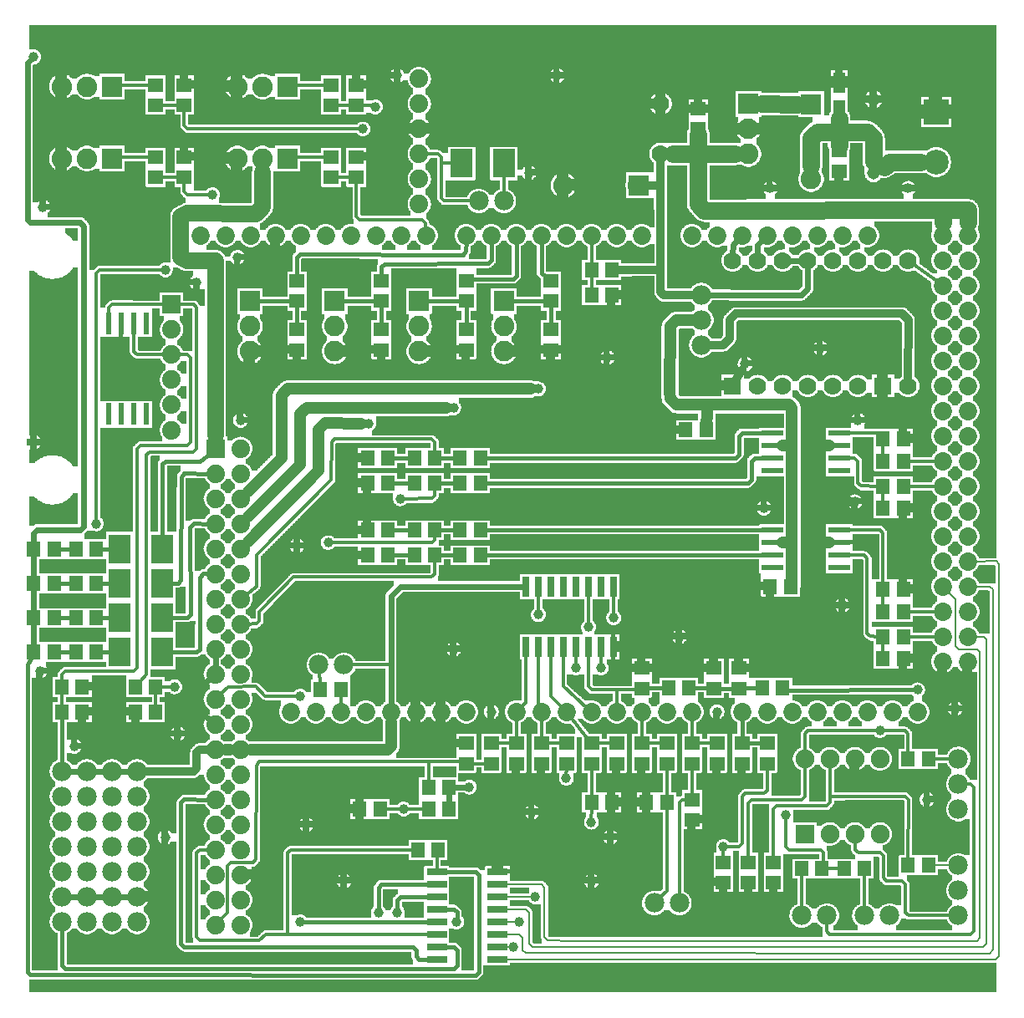
<source format=gtl>
G04 MADE WITH FRITZING*
G04 WWW.FRITZING.ORG*
G04 DOUBLE SIDED*
G04 HOLES PLATED*
G04 CONTOUR ON CENTER OF CONTOUR VECTOR*
%ASAXBY*%
%FSLAX23Y23*%
%MOIN*%
%OFA0B0*%
%SFA1.0B1.0*%
%ADD10C,0.075000*%
%ADD11C,0.039370*%
%ADD12C,0.074000*%
%ADD13C,0.070000*%
%ADD14C,0.078000*%
%ADD15C,0.072917*%
%ADD16C,0.082000*%
%ADD17C,0.051496*%
%ADD18C,0.099055*%
%ADD19R,0.090086X0.113708*%
%ADD20R,0.074000X0.074000*%
%ADD21R,0.026000X0.080000*%
%ADD22R,0.086900X0.024000*%
%ADD23R,0.023622X0.086614*%
%ADD24R,0.055118X0.059055*%
%ADD25R,0.047244X0.078740*%
%ADD26R,0.080000X0.026000*%
%ADD27R,0.059055X0.055118*%
%ADD28R,0.070000X0.070000*%
%ADD29R,0.075000X0.075000*%
%ADD30R,0.082000X0.082000*%
%ADD31R,0.099055X0.099055*%
%ADD32C,0.012000*%
%ADD33C,0.048000*%
%ADD34C,0.032000*%
%ADD35C,0.016000*%
%ADD36C,0.008000*%
%ADD37C,0.024000*%
%ADD38C,0.065000*%
%ADD39R,0.001000X0.001000*%
%LNCOPPER1*%
G90*
G70*
G54D10*
X123Y3822D03*
X1061Y3189D03*
X2653Y2963D03*
X1198Y2905D03*
X107Y2803D03*
X3282Y2662D03*
X1295Y2045D03*
X384Y2576D03*
X1106Y1609D03*
X1377Y1270D03*
X101Y1071D03*
X1582Y1581D03*
X3065Y895D03*
X3234Y2859D03*
X344Y1239D03*
X3630Y664D03*
X1038Y880D03*
X1383Y535D03*
X3602Y455D03*
X3287Y429D03*
X567Y837D03*
X1763Y437D03*
X1987Y102D03*
G54D11*
X1107Y1822D03*
X2144Y3697D03*
X57Y2234D03*
X882Y2322D03*
X219Y1022D03*
G54D12*
X607Y2784D03*
X607Y2684D03*
X607Y2584D03*
X607Y2484D03*
X607Y2384D03*
X607Y2283D03*
G54D11*
X582Y659D03*
X82Y1322D03*
X94Y3172D03*
X1507Y3697D03*
X1144Y709D03*
X1744Y322D03*
X1507Y359D03*
X1432Y359D03*
X1119Y322D03*
X2281Y719D03*
X1970Y221D03*
X1994Y322D03*
X2057Y422D03*
X2181Y894D03*
X3582Y1247D03*
X2807Y622D03*
X307Y1909D03*
X582Y2922D03*
X707Y2872D03*
X1232Y1834D03*
X3619Y809D03*
X3344Y2322D03*
X3282Y1584D03*
X1294Y484D03*
X57Y3772D03*
X2357Y659D03*
X2269Y1497D03*
X2632Y1459D03*
X1794Y859D03*
X2282Y484D03*
X1519Y2009D03*
X1119Y1222D03*
X2219Y1334D03*
X2069Y1547D03*
X2319Y1334D03*
X2369Y1534D03*
X1732Y1409D03*
X2994Y3247D03*
X2032Y3309D03*
X3732Y1172D03*
X869Y2972D03*
X2344Y2572D03*
G54D13*
X2557Y3584D03*
X2557Y3384D03*
G54D11*
X1532Y772D03*
G54D12*
X1594Y3684D03*
X1594Y3584D03*
X1594Y3484D03*
X1594Y3384D03*
X1594Y3284D03*
X1594Y3184D03*
X1594Y3684D03*
X1594Y3584D03*
X1594Y3484D03*
X1594Y3384D03*
X1594Y3284D03*
X1594Y3184D03*
G54D11*
X619Y1259D03*
X3057Y747D03*
X1732Y2372D03*
X2069Y2447D03*
X1394Y2309D03*
X769Y3222D03*
X1369Y3484D03*
X1419Y3572D03*
X3432Y1084D03*
X1882Y1159D03*
X632Y1072D03*
X2782Y1159D03*
X3194Y2609D03*
X2969Y1972D03*
X3332Y1997D03*
G54D13*
X3544Y2959D03*
X3544Y2459D03*
X3444Y2959D03*
X3444Y2459D03*
X3344Y2959D03*
X3344Y2459D03*
X3244Y2959D03*
X3244Y2459D03*
X3144Y2959D03*
X3144Y2459D03*
X3044Y2959D03*
X3044Y2459D03*
X2944Y2959D03*
X2944Y2459D03*
X2844Y2959D03*
X2844Y2459D03*
G54D11*
X3544Y3247D03*
X2044Y759D03*
G54D14*
X469Y422D03*
X369Y422D03*
X269Y422D03*
X169Y422D03*
X469Y922D03*
X369Y922D03*
X269Y922D03*
X169Y922D03*
X169Y722D03*
X269Y722D03*
X369Y722D03*
X369Y522D03*
X169Y522D03*
X269Y522D03*
X469Y522D03*
X169Y322D03*
X269Y322D03*
X169Y822D03*
X269Y822D03*
X369Y822D03*
X469Y322D03*
X369Y622D03*
X469Y622D03*
X1294Y1347D03*
X1194Y1347D03*
X169Y622D03*
X269Y622D03*
X469Y822D03*
X369Y322D03*
X469Y722D03*
G54D11*
X2894Y2547D03*
G54D10*
X3132Y672D03*
X3132Y972D03*
X3232Y672D03*
X3232Y972D03*
X3332Y672D03*
X3332Y972D03*
X3432Y672D03*
X3432Y972D03*
G54D12*
X882Y2209D03*
X882Y2109D03*
X882Y2009D03*
X882Y1909D03*
X882Y1809D03*
X882Y1709D03*
X882Y1609D03*
X882Y1509D03*
X882Y1409D03*
X882Y1309D03*
X882Y1209D03*
X882Y1109D03*
X882Y1009D03*
X882Y909D03*
X882Y809D03*
X882Y709D03*
X882Y609D03*
X882Y509D03*
X882Y409D03*
X882Y309D03*
X782Y2209D03*
X782Y2109D03*
X782Y2009D03*
X782Y1909D03*
X782Y1809D03*
X782Y1709D03*
X782Y1609D03*
X782Y1509D03*
X782Y1409D03*
X782Y1309D03*
X782Y1209D03*
X782Y1109D03*
X782Y1009D03*
X782Y909D03*
X782Y809D03*
X782Y709D03*
X782Y609D03*
X782Y509D03*
X782Y409D03*
X782Y309D03*
G54D15*
X2982Y1159D03*
X1382Y1159D03*
X3082Y1159D03*
X3182Y1159D03*
X3282Y1159D03*
X3382Y1159D03*
X3682Y2559D03*
X3482Y1159D03*
X3582Y1159D03*
X1422Y3059D03*
X1982Y1159D03*
X2082Y1159D03*
X2182Y1159D03*
X2282Y1159D03*
X3682Y1759D03*
X2382Y1159D03*
X2482Y1159D03*
X2582Y1159D03*
X2682Y1159D03*
X2182Y3059D03*
X3682Y2959D03*
X3682Y2159D03*
X3682Y1359D03*
X1022Y3059D03*
X1782Y1159D03*
X1782Y3059D03*
X3682Y2759D03*
X3682Y2359D03*
X3682Y1959D03*
X3382Y3059D03*
X3682Y1559D03*
X3282Y3059D03*
X3182Y3059D03*
X3082Y3059D03*
X2982Y3059D03*
X2882Y3059D03*
X2782Y3059D03*
X2682Y3059D03*
X822Y3059D03*
X1222Y3059D03*
X1622Y3059D03*
X1182Y1159D03*
X1582Y1159D03*
X2382Y3059D03*
X1982Y3059D03*
X3682Y3059D03*
X3682Y2859D03*
X3682Y2659D03*
X3682Y2459D03*
X3682Y2259D03*
X3682Y2059D03*
X3682Y1859D03*
X3682Y1659D03*
X3682Y1459D03*
X722Y3059D03*
X922Y3059D03*
X1122Y3059D03*
X1322Y3059D03*
X1522Y3059D03*
X1082Y1159D03*
X1282Y1159D03*
X1482Y1159D03*
X1682Y1159D03*
X2482Y3059D03*
X2282Y3059D03*
X2082Y3059D03*
X1882Y3059D03*
X3782Y3059D03*
X3782Y2959D03*
X3782Y2859D03*
X3782Y2759D03*
X3782Y2659D03*
X3782Y2559D03*
X3782Y2459D03*
X3782Y2359D03*
X3782Y2259D03*
X3782Y2159D03*
X3782Y2059D03*
X3782Y1959D03*
X3782Y1859D03*
X3782Y1759D03*
X3782Y1659D03*
X3782Y1559D03*
X3782Y1459D03*
X3782Y1359D03*
X2882Y1159D03*
G54D16*
X1257Y2797D03*
X1257Y2697D03*
X1257Y2597D03*
X1932Y2797D03*
X1932Y2697D03*
X1932Y2597D03*
X1594Y2797D03*
X1594Y2697D03*
X1594Y2597D03*
X919Y2797D03*
X919Y2697D03*
X919Y2597D03*
G54D14*
X3744Y347D03*
X3744Y447D03*
X3744Y547D03*
X3744Y972D03*
X3744Y872D03*
X3744Y772D03*
X1932Y3197D03*
X1832Y3197D03*
X2719Y2822D03*
X2719Y2722D03*
X2719Y2622D03*
X3119Y347D03*
X3219Y347D03*
X2632Y397D03*
X2532Y397D03*
X3469Y347D03*
X3369Y347D03*
G54D16*
X2907Y3584D03*
X2907Y3484D03*
X2907Y3384D03*
X2467Y3259D03*
X2169Y3259D03*
X3157Y3582D03*
X3157Y3284D03*
G54D17*
X3406Y3307D03*
X3406Y3602D03*
X3406Y3307D03*
X3406Y3602D03*
G54D16*
X369Y3366D03*
X269Y3366D03*
X169Y3366D03*
X1069Y3653D03*
X969Y3653D03*
X869Y3653D03*
X369Y3653D03*
X269Y3653D03*
X169Y3653D03*
X1069Y3366D03*
X969Y3366D03*
X869Y3366D03*
G54D18*
X3656Y3552D03*
X3656Y3352D03*
G54D19*
X1763Y3347D03*
X1932Y3347D03*
G54D20*
X607Y2784D03*
G54D21*
X2019Y1417D03*
X2069Y1417D03*
X2119Y1417D03*
X2169Y1417D03*
X2219Y1417D03*
X2269Y1417D03*
X2319Y1417D03*
X2369Y1417D03*
X2369Y1659D03*
X2319Y1659D03*
X2269Y1659D03*
X2219Y1659D03*
X2169Y1659D03*
X2119Y1659D03*
X2069Y1659D03*
X2019Y1659D03*
G54D22*
X3269Y2122D03*
X3269Y2172D03*
X3269Y2222D03*
X3269Y2272D03*
X3004Y2272D03*
X3004Y2222D03*
X3004Y2172D03*
X3004Y2122D03*
X3269Y1734D03*
X3269Y1784D03*
X3269Y1834D03*
X3269Y1884D03*
X3004Y1884D03*
X3004Y1834D03*
X3004Y1784D03*
X3004Y1734D03*
G54D19*
X569Y1397D03*
X400Y1397D03*
X569Y1534D03*
X400Y1534D03*
X569Y1672D03*
X400Y1672D03*
X569Y1809D03*
X400Y1809D03*
G54D23*
X457Y2709D03*
X457Y2347D03*
X507Y2709D03*
X407Y2709D03*
X357Y2709D03*
X507Y2347D03*
X407Y2347D03*
X357Y2347D03*
G54D24*
X57Y1397D03*
X138Y1397D03*
X57Y1534D03*
X138Y1534D03*
X57Y1672D03*
X138Y1672D03*
X57Y1809D03*
X138Y1809D03*
X1575Y1784D03*
X1656Y1784D03*
X1575Y1884D03*
X1656Y1884D03*
X1575Y2072D03*
X1656Y2072D03*
X1575Y2172D03*
X1656Y2172D03*
X307Y1397D03*
X226Y1397D03*
X307Y1534D03*
X226Y1534D03*
X307Y1672D03*
X226Y1672D03*
X307Y1809D03*
X226Y1809D03*
X1388Y1784D03*
X1468Y1784D03*
X1388Y1884D03*
X1468Y1884D03*
X1388Y2072D03*
X1468Y2072D03*
X1388Y2172D03*
X1468Y2172D03*
G54D25*
X3269Y3559D03*
X3269Y3669D03*
G54D26*
X1907Y172D03*
X1907Y222D03*
X1907Y272D03*
X1907Y322D03*
X1907Y372D03*
X1907Y422D03*
X1907Y472D03*
X1907Y522D03*
X1665Y522D03*
X1665Y472D03*
X1665Y422D03*
X1665Y372D03*
X1665Y322D03*
X1665Y272D03*
X1665Y222D03*
X1665Y172D03*
G54D24*
X1589Y609D03*
X1669Y609D03*
X543Y1159D03*
X463Y1159D03*
X2282Y2922D03*
X2363Y2922D03*
G54D27*
X3269Y3316D03*
X3269Y3397D03*
X2707Y3565D03*
X2707Y3484D03*
G54D24*
X463Y1259D03*
X543Y1259D03*
X250Y1259D03*
X169Y1259D03*
G54D27*
X1344Y3291D03*
X1344Y3372D03*
X1244Y3578D03*
X1244Y3659D03*
X1344Y3578D03*
X1344Y3659D03*
X1244Y3291D03*
X1244Y3372D03*
X657Y3578D03*
X657Y3659D03*
X544Y3578D03*
X544Y3659D03*
X657Y3291D03*
X657Y3372D03*
X544Y3291D03*
X544Y3372D03*
G54D24*
X3525Y2247D03*
X3444Y2247D03*
X3525Y1972D03*
X3444Y1972D03*
X3525Y2059D03*
X3444Y2059D03*
X3525Y2159D03*
X3444Y2159D03*
X2657Y2284D03*
X2738Y2284D03*
X3525Y1372D03*
X3444Y1372D03*
X3525Y1459D03*
X3444Y1459D03*
X3525Y1559D03*
X3444Y1559D03*
X3525Y1647D03*
X3444Y1647D03*
G54D27*
X1107Y2603D03*
X1107Y2684D03*
X1444Y2603D03*
X1444Y2684D03*
X1782Y2603D03*
X1782Y2684D03*
X2119Y2603D03*
X2119Y2684D03*
X1107Y2877D03*
X1107Y2797D03*
X1444Y2877D03*
X1444Y2797D03*
X1782Y2877D03*
X1782Y2797D03*
X2119Y2877D03*
X2119Y2797D03*
G54D24*
X1757Y2072D03*
X1838Y2072D03*
X1838Y2172D03*
X1757Y2172D03*
X1713Y772D03*
X1632Y772D03*
X2363Y797D03*
X2282Y797D03*
X250Y1159D03*
X169Y1159D03*
X2994Y1659D03*
X3075Y1659D03*
G54D27*
X2769Y1334D03*
X2769Y1253D03*
X2082Y953D03*
X2082Y1034D03*
G54D24*
X1282Y1247D03*
X1201Y1247D03*
X2363Y2822D03*
X2282Y2822D03*
G54D27*
X1982Y953D03*
X1982Y1034D03*
G54D24*
X1713Y859D03*
X1632Y859D03*
G54D27*
X1782Y1034D03*
X1782Y953D03*
G54D24*
X3044Y1255D03*
X2964Y1255D03*
G54D27*
X2482Y1253D03*
X2482Y1334D03*
G54D24*
X3625Y972D03*
X3544Y972D03*
X3289Y534D03*
X3369Y534D03*
X3200Y534D03*
X3119Y534D03*
X3625Y547D03*
X3544Y547D03*
G54D27*
X3007Y559D03*
X3007Y478D03*
G54D28*
X2844Y2459D03*
X3444Y2459D03*
G54D27*
X2682Y728D03*
X2682Y809D03*
G54D24*
X2501Y797D03*
X2582Y797D03*
G54D29*
X3132Y672D03*
G54D20*
X782Y2209D03*
G54D30*
X1257Y2797D03*
X1932Y2797D03*
X1594Y2797D03*
X919Y2797D03*
X2907Y3584D03*
X2468Y3259D03*
X3157Y3583D03*
X369Y3366D03*
X1069Y3653D03*
X369Y3653D03*
X1069Y3366D03*
G54D31*
X3656Y3552D03*
G54D27*
X2882Y953D03*
X2882Y1034D03*
X2807Y478D03*
X2807Y559D03*
X2907Y478D03*
X2907Y559D03*
G54D24*
X1357Y772D03*
X1438Y772D03*
G54D27*
X1882Y953D03*
X1882Y1034D03*
X2182Y953D03*
X2182Y1034D03*
X2982Y953D03*
X2982Y1034D03*
X2682Y953D03*
X2682Y1034D03*
X2582Y953D03*
X2582Y1034D03*
X2782Y953D03*
X2782Y1034D03*
X2482Y953D03*
X2482Y1034D03*
X2282Y953D03*
X2282Y1034D03*
X2382Y953D03*
X2382Y1034D03*
G54D24*
X1757Y1784D03*
X1838Y1784D03*
X1838Y1884D03*
X1757Y1884D03*
X2669Y1255D03*
X2589Y1255D03*
G54D27*
X2869Y1253D03*
X2869Y1334D03*
G54D32*
X1196Y1322D02*
X1200Y1271D01*
D02*
X1282Y1223D02*
X1282Y1184D01*
D02*
X1682Y3347D02*
X1682Y3372D01*
D02*
X1932Y3221D02*
X1932Y3297D01*
D02*
X1682Y3209D02*
X1682Y3347D01*
D02*
X1725Y3347D02*
X1682Y3347D01*
D02*
X1807Y3197D02*
X1694Y3197D01*
D02*
X1669Y3384D02*
X1620Y3384D01*
D02*
X1694Y3197D02*
X1682Y3209D01*
D02*
X1682Y3372D02*
X1669Y3384D01*
G54D33*
D02*
X824Y1009D02*
X840Y1009D01*
G54D32*
D02*
X457Y2596D02*
X457Y2671D01*
D02*
X469Y2584D02*
X457Y2596D01*
D02*
X582Y2584D02*
X469Y2584D01*
D02*
X357Y2772D02*
X370Y2784D01*
D02*
X357Y2747D02*
X357Y2772D01*
D02*
X370Y2784D02*
X582Y2784D01*
D02*
X606Y1259D02*
X565Y1259D01*
G54D34*
D02*
X2557Y3352D02*
X2557Y3259D01*
G54D13*
D02*
X2707Y3462D02*
X2707Y3385D01*
G54D35*
D02*
X1432Y459D02*
X1444Y472D01*
D02*
X1444Y472D02*
X1630Y472D01*
D02*
X1432Y373D02*
X1432Y459D01*
D02*
X1507Y409D02*
X1520Y421D01*
D02*
X1507Y373D02*
X1507Y409D01*
D02*
X1520Y421D02*
X1630Y422D01*
D02*
X1745Y360D02*
X1732Y372D01*
D02*
X1732Y372D02*
X1699Y372D01*
D02*
X1745Y335D02*
X1745Y360D01*
D02*
X1732Y222D02*
X1699Y222D01*
D02*
X1745Y147D02*
X1745Y209D01*
D02*
X1745Y209D02*
X1732Y222D01*
D02*
X1732Y134D02*
X1745Y147D01*
D02*
X182Y134D02*
X1732Y134D01*
D02*
X170Y147D02*
X182Y134D01*
D02*
X169Y297D02*
X170Y147D01*
D02*
X2882Y1056D02*
X2882Y1135D01*
D02*
X2906Y1034D02*
X2958Y1034D01*
G54D32*
D02*
X1665Y609D02*
X1665Y529D01*
D02*
X1069Y597D02*
X1069Y271D01*
D02*
X1082Y609D02*
X1069Y597D01*
D02*
X1567Y609D02*
X1082Y609D01*
D02*
X1669Y609D02*
X1665Y609D01*
G54D36*
D02*
X2094Y459D02*
X2094Y260D01*
D02*
X2094Y260D02*
X2107Y247D01*
D02*
X2107Y247D02*
X2207Y246D01*
D02*
X2082Y472D02*
X2094Y459D01*
D02*
X2207Y246D02*
X3819Y246D01*
D02*
X1941Y472D02*
X2082Y472D01*
D02*
X3819Y246D02*
X3831Y259D01*
D02*
X3745Y1409D02*
X3732Y1422D01*
D02*
X3831Y259D02*
X3831Y1397D01*
D02*
X3831Y1397D02*
X3819Y1409D01*
D02*
X3819Y1409D02*
X3745Y1409D01*
D02*
X3732Y1422D02*
X3732Y1609D01*
D02*
X3732Y1609D02*
X3699Y1642D01*
D02*
X1941Y221D02*
X1957Y221D01*
D02*
X1941Y322D02*
X1981Y322D01*
D02*
X1941Y422D02*
X2043Y422D01*
G54D35*
D02*
X1582Y209D02*
X1569Y222D01*
D02*
X1582Y184D02*
X1582Y209D01*
D02*
X1594Y171D02*
X1582Y184D01*
D02*
X1569Y222D02*
X1019Y222D01*
D02*
X1019Y222D02*
X656Y222D01*
D02*
X1630Y172D02*
X1594Y171D01*
D02*
X656Y222D02*
X644Y235D01*
D02*
X644Y235D02*
X644Y797D01*
D02*
X644Y797D02*
X657Y810D01*
D02*
X657Y810D02*
X756Y809D01*
G54D36*
D02*
X2045Y222D02*
X3844Y221D01*
D02*
X2032Y234D02*
X2045Y222D01*
D02*
X2032Y359D02*
X2032Y234D01*
D02*
X2019Y372D02*
X2032Y359D01*
D02*
X1941Y372D02*
X2019Y372D01*
D02*
X3844Y221D02*
X3857Y234D01*
D02*
X3857Y234D02*
X3857Y1447D01*
D02*
X3857Y1447D02*
X3845Y1459D01*
D02*
X3845Y1459D02*
X3807Y1459D01*
G54D32*
D02*
X2644Y809D02*
X2658Y809D01*
D02*
X2632Y797D02*
X2644Y809D01*
D02*
X2582Y446D02*
X2582Y773D01*
D02*
X2549Y414D02*
X2582Y446D01*
D02*
X2632Y421D02*
X2632Y797D01*
D02*
X1545Y772D02*
X1610Y772D01*
G54D37*
D02*
X1713Y835D02*
X1713Y796D01*
G54D32*
D02*
X1782Y960D02*
X1632Y960D01*
D02*
X1782Y953D02*
X1782Y960D01*
G54D37*
D02*
X1775Y859D02*
X1735Y859D01*
G54D32*
D02*
X2682Y831D02*
X2682Y931D01*
D02*
X2582Y821D02*
X2582Y931D01*
G54D37*
D02*
X399Y422D02*
X439Y422D01*
D02*
X299Y422D02*
X339Y422D01*
D02*
X199Y422D02*
X239Y422D01*
D02*
X199Y922D02*
X239Y922D01*
G54D33*
D02*
X3182Y1997D02*
X3182Y2210D01*
D02*
X3182Y1846D02*
X3182Y1997D01*
D02*
X3194Y2222D02*
X3231Y2222D01*
D02*
X3182Y2210D02*
X3194Y2222D01*
D02*
X3194Y1834D02*
X3182Y1846D01*
D02*
X3231Y1834D02*
X3194Y1834D01*
D02*
X2739Y2308D02*
X2745Y2384D01*
G54D35*
D02*
X169Y946D02*
X169Y1135D01*
G54D32*
D02*
X306Y2909D02*
X307Y1923D01*
D02*
X320Y2921D02*
X306Y2909D01*
D02*
X568Y2922D02*
X320Y2921D01*
G54D33*
D02*
X3182Y1997D02*
X3302Y1997D01*
G54D32*
D02*
X3419Y2272D02*
X3307Y2272D01*
D02*
X3422Y2268D02*
X3419Y2272D01*
D02*
X3444Y1871D02*
X3432Y1885D01*
D02*
X3432Y1885D02*
X3307Y1884D01*
D02*
X3444Y1671D02*
X3444Y1871D01*
G54D37*
D02*
X44Y3110D02*
X244Y3110D01*
D02*
X32Y3122D02*
X44Y3110D01*
D02*
X69Y1885D02*
X57Y1872D01*
D02*
X256Y1897D02*
X244Y1885D01*
D02*
X244Y3110D02*
X256Y3096D01*
D02*
X256Y3096D02*
X256Y1897D01*
D02*
X244Y1885D02*
X69Y1885D01*
D02*
X32Y3747D02*
X32Y3122D01*
D02*
X57Y1872D02*
X57Y1833D01*
D02*
X43Y3758D02*
X32Y3747D01*
G54D32*
D02*
X3545Y809D02*
X3532Y822D01*
D02*
X3532Y822D02*
X3232Y822D01*
G54D36*
D02*
X3720Y547D02*
X3647Y547D01*
G54D32*
D02*
X3544Y571D02*
X3545Y809D01*
D02*
X3794Y271D02*
X3806Y285D01*
D02*
X3219Y285D02*
X3231Y271D01*
D02*
X3806Y859D02*
X3794Y872D01*
D02*
X3794Y872D02*
X3769Y872D01*
D02*
X3231Y271D02*
X3794Y271D01*
D02*
X3806Y285D02*
X3806Y859D01*
D02*
X3219Y322D02*
X3219Y285D01*
D02*
X1460Y772D02*
X1518Y772D01*
D02*
X2182Y931D02*
X2181Y908D01*
G54D35*
D02*
X1630Y322D02*
X1133Y322D01*
D02*
X1820Y522D02*
X1699Y522D01*
D02*
X1832Y122D02*
X1832Y509D01*
D02*
X1832Y509D02*
X1820Y522D01*
D02*
X1820Y109D02*
X1832Y122D01*
D02*
X44Y110D02*
X1820Y109D01*
D02*
X32Y122D02*
X44Y110D01*
G54D32*
D02*
X1069Y271D02*
X982Y271D01*
D02*
X1630Y272D02*
X1069Y271D01*
D02*
X957Y247D02*
X720Y247D01*
D02*
X982Y271D02*
X957Y247D01*
D02*
X720Y247D02*
X707Y260D01*
D02*
X707Y597D02*
X720Y609D01*
D02*
X720Y609D02*
X756Y609D01*
D02*
X707Y260D02*
X707Y597D01*
D02*
X3344Y2159D02*
X3331Y2172D01*
D02*
X3344Y2071D02*
X3344Y2159D01*
D02*
X3357Y2060D02*
X3344Y2071D01*
D02*
X3331Y2172D02*
X3307Y2172D01*
D02*
X3422Y2059D02*
X3357Y2060D01*
G54D35*
D02*
X2919Y2159D02*
X2932Y2171D01*
D02*
X2932Y2171D02*
X2966Y2172D01*
D02*
X2919Y2084D02*
X2919Y2159D01*
D02*
X2907Y2072D02*
X2919Y2084D01*
D02*
X1860Y2072D02*
X2907Y2072D01*
G54D32*
D02*
X1657Y1846D02*
X1656Y1860D01*
D02*
X1645Y1834D02*
X1657Y1846D01*
D02*
X1245Y1834D02*
X1645Y1834D01*
D02*
X957Y1522D02*
X957Y1559D01*
D02*
X957Y1559D02*
X970Y1571D01*
D02*
X970Y1571D02*
X1094Y1697D01*
D02*
X945Y1510D02*
X957Y1522D01*
D02*
X907Y1509D02*
X945Y1510D01*
D02*
X1644Y1697D02*
X1657Y1709D01*
D02*
X1657Y1709D02*
X1656Y1760D01*
D02*
X1094Y1697D02*
X1644Y1697D01*
D02*
X1106Y1222D02*
X981Y1221D01*
D02*
X3381Y1771D02*
X3370Y1784D01*
D02*
X3381Y1471D02*
X3381Y1771D01*
D02*
X3394Y1460D02*
X3381Y1471D01*
D02*
X3370Y1784D02*
X3307Y1784D01*
D02*
X3422Y1459D02*
X3394Y1460D01*
D02*
X944Y1260D02*
X832Y1259D01*
D02*
X981Y1221D02*
X944Y1260D01*
G54D37*
D02*
X719Y1259D02*
X720Y1159D01*
D02*
X758Y1290D02*
X719Y1259D01*
G54D32*
D02*
X800Y1227D02*
X832Y1259D01*
G54D37*
D02*
X720Y1159D02*
X758Y1129D01*
G54D32*
D02*
X1319Y1347D02*
X1482Y1347D01*
D02*
X2169Y1260D02*
X2263Y1176D01*
D02*
X2169Y1383D02*
X2169Y1260D01*
D02*
X2219Y1348D02*
X2219Y1383D01*
D02*
X2319Y1348D02*
X2319Y1383D01*
D02*
X2269Y1625D02*
X2269Y1510D01*
D02*
X2069Y1625D02*
X2069Y1560D01*
D02*
X2369Y1625D02*
X2369Y1548D01*
G54D34*
D02*
X2385Y2922D02*
X2557Y2923D01*
G54D13*
D02*
X3469Y3352D02*
X3593Y3352D01*
D02*
X3469Y3347D02*
X3469Y3352D01*
D02*
X3448Y3333D02*
X3469Y3347D01*
D02*
X2961Y3584D02*
X3103Y3583D01*
D02*
X2707Y3385D02*
X2853Y3384D01*
D02*
X2605Y3384D02*
X2707Y3385D01*
G54D32*
D02*
X2282Y2946D02*
X2282Y3035D01*
G54D13*
D02*
X3270Y3419D02*
X3270Y3471D01*
G54D32*
D02*
X2282Y2898D02*
X2282Y2846D01*
G54D33*
D02*
X2595Y2697D02*
X2620Y2722D01*
D02*
X2594Y2434D02*
X2595Y2697D01*
G54D34*
D02*
X2684Y2821D02*
X2568Y2821D01*
D02*
X2568Y2821D02*
X2557Y2834D01*
G54D33*
D02*
X2620Y2722D02*
X2678Y2722D01*
D02*
X3081Y2222D02*
X3042Y2222D01*
G54D35*
D02*
X362Y1534D02*
X329Y1534D01*
D02*
X362Y1397D02*
X329Y1397D01*
D02*
X204Y1397D02*
X160Y1397D01*
D02*
X204Y1534D02*
X160Y1534D01*
D02*
X204Y1672D02*
X160Y1672D01*
D02*
X204Y1809D02*
X160Y1809D01*
D02*
X569Y1859D02*
X569Y2147D01*
D02*
X569Y2147D02*
X582Y2159D01*
D02*
X645Y2096D02*
X657Y2110D01*
D02*
X644Y1685D02*
X645Y2096D01*
D02*
X657Y2110D02*
X756Y2109D01*
D02*
X632Y1672D02*
X644Y1685D01*
D02*
X719Y2159D02*
X762Y2193D01*
D02*
X582Y2159D02*
X719Y2159D01*
D02*
X32Y1347D02*
X32Y122D01*
D02*
X45Y1373D02*
X32Y1347D01*
G54D37*
D02*
X57Y1510D02*
X57Y1421D01*
D02*
X57Y1648D02*
X57Y1558D01*
D02*
X57Y1696D02*
X57Y1785D01*
G54D35*
D02*
X362Y1809D02*
X329Y1809D01*
D02*
X362Y1672D02*
X329Y1672D01*
D02*
X681Y1896D02*
X695Y1910D01*
D02*
X682Y1547D02*
X681Y1896D01*
D02*
X719Y1409D02*
X719Y1696D01*
D02*
X719Y1696D02*
X733Y1710D01*
D02*
X733Y1710D02*
X756Y1709D01*
D02*
X607Y1397D02*
X706Y1397D01*
D02*
X706Y1397D02*
X719Y1409D01*
D02*
X695Y1910D02*
X756Y1909D01*
D02*
X607Y1534D02*
X669Y1534D01*
D02*
X669Y1534D02*
X682Y1547D01*
D02*
X607Y1672D02*
X632Y1672D01*
D02*
X2966Y1884D02*
X1860Y1884D01*
D02*
X2869Y2184D02*
X2857Y2171D01*
D02*
X2869Y2259D02*
X2869Y2184D01*
D02*
X2882Y2272D02*
X2869Y2259D01*
D02*
X2857Y2171D02*
X1931Y2172D01*
D02*
X1931Y2172D02*
X1860Y2172D01*
D02*
X2966Y2272D02*
X2882Y2272D01*
G54D32*
D02*
X2482Y1056D02*
X2482Y1135D01*
D02*
X2982Y931D02*
X2982Y846D01*
D02*
X2870Y622D02*
X2820Y622D01*
D02*
X2882Y634D02*
X2870Y622D01*
D02*
X2882Y822D02*
X2882Y634D01*
D02*
X2894Y835D02*
X2882Y822D01*
D02*
X2969Y835D02*
X2894Y835D01*
D02*
X2982Y846D02*
X2969Y835D01*
D02*
X2264Y1056D02*
X2197Y1140D01*
D02*
X1982Y1056D02*
X1982Y1135D01*
D02*
X2506Y1034D02*
X2558Y1034D01*
D02*
X2706Y1034D02*
X2758Y1034D01*
D02*
X2682Y1056D02*
X2682Y1135D01*
D02*
X516Y2221D02*
X670Y2222D01*
D02*
X682Y2571D02*
X670Y2584D01*
D02*
X670Y2222D02*
X682Y2234D01*
D02*
X682Y2234D02*
X682Y2571D01*
D02*
X670Y2584D02*
X633Y2584D01*
D02*
X482Y2222D02*
X516Y2221D01*
D02*
X469Y2209D02*
X482Y2222D01*
D02*
X469Y1334D02*
X469Y2209D01*
D02*
X457Y1322D02*
X469Y1334D01*
D02*
X182Y1321D02*
X457Y1322D01*
D02*
X170Y1309D02*
X182Y1321D01*
D02*
X170Y1283D02*
X170Y1309D01*
G54D34*
D02*
X2557Y3259D02*
X2505Y3259D01*
D02*
X2557Y2923D02*
X2557Y3259D01*
D02*
X2557Y2834D02*
X2557Y2923D01*
D02*
X707Y934D02*
X707Y997D01*
D02*
X707Y997D02*
X719Y1009D01*
D02*
X695Y921D02*
X707Y934D01*
D02*
X569Y922D02*
X695Y921D01*
D02*
X505Y922D02*
X569Y922D01*
G54D13*
D02*
X3270Y3525D02*
X3270Y3471D01*
G54D32*
D02*
X1069Y3372D02*
X1220Y3372D01*
D02*
X1069Y3393D02*
X1069Y3372D01*
D02*
X2269Y1260D02*
X2269Y1383D01*
D02*
X2282Y1247D02*
X2269Y1260D01*
D02*
X2382Y1247D02*
X2282Y1247D01*
D02*
X2482Y1247D02*
X2382Y1247D01*
D02*
X2482Y1253D02*
X2482Y1247D01*
G54D33*
D02*
X3081Y1659D02*
X3081Y1834D01*
D02*
X3075Y1659D02*
X3081Y1659D01*
G54D35*
D02*
X1490Y2072D02*
X1553Y2072D01*
D02*
X1678Y2072D02*
X1735Y2072D01*
D02*
X1490Y2172D02*
X1553Y2172D01*
D02*
X1678Y2172D02*
X1735Y2172D01*
D02*
X2567Y1255D02*
X2506Y1254D01*
D02*
X2745Y1254D02*
X2691Y1255D01*
D02*
X2845Y1253D02*
X2793Y1253D01*
D02*
X2942Y1255D02*
X2893Y1254D01*
G54D32*
D02*
X2382Y1247D02*
X2382Y1184D01*
G54D35*
D02*
X1490Y1884D02*
X1553Y1884D01*
D02*
X1735Y1884D02*
X1678Y1884D01*
D02*
X1735Y1784D02*
X1678Y1784D01*
D02*
X1490Y1784D02*
X1553Y1784D01*
G54D13*
D02*
X3782Y3160D02*
X3782Y3112D01*
D02*
X3682Y3160D02*
X3782Y3160D01*
D02*
X3682Y3160D02*
X2731Y3159D01*
D02*
X2707Y3184D02*
X2707Y3385D01*
D02*
X2731Y3159D02*
X2707Y3184D01*
D02*
X3682Y3112D02*
X3682Y3160D01*
G54D33*
D02*
X2595Y2409D02*
X2620Y2384D01*
D02*
X2594Y2434D02*
X2595Y2409D01*
G54D32*
D02*
X1958Y1034D02*
X1906Y1034D01*
D02*
X1806Y953D02*
X1858Y953D01*
D02*
X2106Y1034D02*
X2158Y1034D01*
D02*
X2082Y1135D02*
X2082Y1056D01*
D02*
X844Y559D02*
X831Y546D01*
D02*
X831Y359D02*
X800Y327D01*
D02*
X831Y546D02*
X831Y359D01*
D02*
X932Y559D02*
X844Y559D01*
D02*
X944Y572D02*
X932Y559D01*
D02*
X945Y946D02*
X944Y572D01*
D02*
X957Y960D02*
X945Y946D01*
D02*
X1632Y960D02*
X957Y960D01*
D02*
X1632Y883D02*
X1632Y960D01*
D02*
X2306Y1034D02*
X2358Y1034D01*
D02*
X2282Y821D02*
X2282Y931D01*
D02*
X2281Y733D02*
X2282Y773D01*
D02*
X2019Y1196D02*
X2019Y1383D01*
D02*
X1999Y1177D02*
X2019Y1196D01*
D02*
X2070Y1184D02*
X2071Y1181D01*
D02*
X2069Y1383D02*
X2070Y1184D01*
G54D37*
D02*
X1657Y1659D02*
X1520Y1659D01*
D02*
X1520Y1659D02*
X1482Y1621D01*
D02*
X1482Y1347D02*
X1482Y1189D01*
D02*
X1482Y1621D02*
X1482Y1347D01*
D02*
X2012Y1659D02*
X1657Y1659D01*
G54D34*
D02*
X2860Y2487D02*
X2882Y2525D01*
G54D32*
D02*
X2119Y1221D02*
X2164Y1177D01*
D02*
X2119Y1383D02*
X2119Y1221D01*
D02*
X3132Y1072D02*
X3144Y1084D01*
D02*
X3544Y996D02*
X3544Y1072D01*
D02*
X3532Y1084D02*
X3445Y1084D01*
D02*
X3544Y1072D02*
X3532Y1084D01*
D02*
X3144Y1084D02*
X3418Y1084D01*
D02*
X3132Y995D02*
X3132Y1072D01*
D02*
X3532Y359D02*
X3545Y347D01*
D02*
X3532Y471D02*
X3532Y359D01*
D02*
X3545Y347D02*
X3720Y347D01*
D02*
X3519Y485D02*
X3532Y471D01*
D02*
X3445Y584D02*
X3445Y497D01*
D02*
X3445Y497D02*
X3457Y485D01*
D02*
X3432Y597D02*
X3445Y584D01*
D02*
X3457Y485D02*
X3519Y485D01*
D02*
X3345Y597D02*
X3432Y597D01*
D02*
X3332Y609D02*
X3345Y597D01*
D02*
X3332Y649D02*
X3332Y609D01*
D02*
X3132Y822D02*
X3132Y949D01*
D02*
X3119Y809D02*
X3132Y822D01*
D02*
X2920Y809D02*
X3119Y809D01*
D02*
X2907Y581D02*
X2907Y796D01*
D02*
X2907Y796D02*
X2920Y809D01*
G54D37*
D02*
X782Y1340D02*
X782Y1378D01*
G54D32*
D02*
X169Y1183D02*
X169Y1235D01*
D02*
X3647Y972D02*
X3720Y972D01*
D02*
X3444Y1623D02*
X3444Y1583D01*
D02*
X3444Y2223D02*
X3444Y2183D01*
G54D33*
D02*
X3081Y1834D02*
X3081Y2222D01*
D02*
X3042Y1834D02*
X3081Y1834D01*
D02*
X3069Y2384D02*
X3081Y2372D01*
D02*
X3081Y2372D02*
X3081Y2222D01*
D02*
X2745Y2384D02*
X3069Y2384D01*
D02*
X2620Y2384D02*
X2745Y2384D01*
G54D13*
D02*
X3382Y3471D02*
X3406Y3447D01*
D02*
X3270Y3471D02*
X3382Y3471D01*
D02*
X3157Y3447D02*
X3182Y3472D01*
D02*
X3182Y3472D02*
X3270Y3471D01*
D02*
X3157Y3338D02*
X3157Y3447D01*
D02*
X3406Y3356D02*
X3406Y3447D01*
G54D37*
D02*
X439Y922D02*
X399Y922D01*
D02*
X339Y922D02*
X299Y922D01*
D02*
X2845Y3021D02*
X2861Y3038D01*
D02*
X2944Y3021D02*
X2960Y3038D01*
D02*
X2844Y2985D02*
X2845Y3021D01*
D02*
X2944Y2985D02*
X2944Y3021D01*
G54D32*
D02*
X3007Y772D02*
X3019Y785D01*
D02*
X3007Y581D02*
X3007Y772D01*
D02*
X3232Y822D02*
X3232Y949D01*
D02*
X3232Y797D02*
X3232Y822D01*
D02*
X3219Y784D02*
X3232Y797D01*
D02*
X3019Y785D02*
X3219Y784D01*
G54D33*
D02*
X1482Y1097D02*
X1482Y1021D01*
D02*
X1482Y1118D02*
X1482Y1097D01*
G54D32*
D02*
X543Y1235D02*
X543Y1183D01*
D02*
X3444Y1435D02*
X3444Y1396D01*
D02*
X3444Y2035D02*
X3444Y1996D01*
D02*
X1069Y3659D02*
X1220Y3659D01*
D02*
X1069Y3680D02*
X1069Y3659D01*
G54D35*
D02*
X2119Y2706D02*
X2119Y2775D01*
D02*
X1782Y2775D02*
X1782Y2706D01*
D02*
X1621Y2797D02*
X1758Y2797D01*
D02*
X1958Y2797D02*
X2095Y2797D01*
D02*
X2082Y2909D02*
X2095Y2897D01*
D02*
X2082Y3035D02*
X2082Y2909D01*
D02*
X1420Y2797D02*
X1283Y2797D01*
D02*
X1444Y2775D02*
X1444Y2706D01*
D02*
X1083Y2797D02*
X946Y2797D01*
D02*
X1107Y2706D02*
X1107Y2775D01*
G54D33*
D02*
X1145Y2371D02*
X1702Y2372D01*
D02*
X1119Y2347D02*
X1145Y2371D01*
D02*
X1119Y2146D02*
X1119Y2347D01*
D02*
X912Y1939D02*
X1119Y2146D01*
G54D35*
D02*
X1781Y2997D02*
X1782Y3035D01*
D02*
X1769Y2983D02*
X1781Y2997D01*
D02*
X1119Y2984D02*
X1769Y2983D01*
D02*
X1106Y2972D02*
X1119Y2984D01*
D02*
X1107Y2899D02*
X1106Y2972D01*
D02*
X1870Y2947D02*
X1882Y2960D01*
D02*
X1882Y2960D02*
X1882Y3035D01*
D02*
X1457Y2946D02*
X1870Y2947D01*
D02*
X1444Y2934D02*
X1457Y2946D01*
D02*
X1444Y2899D02*
X1444Y2934D01*
D02*
X1982Y3035D02*
X1982Y2897D01*
D02*
X1782Y2885D02*
X1782Y2877D01*
D02*
X1970Y2885D02*
X1782Y2885D01*
D02*
X1982Y2897D02*
X1970Y2885D01*
G54D33*
D02*
X1045Y2422D02*
X1045Y2172D01*
D02*
X1045Y2172D02*
X912Y2039D01*
D02*
X1069Y2447D02*
X1045Y2422D01*
D02*
X1219Y2310D02*
X1194Y2284D01*
D02*
X1194Y2284D02*
X1194Y2121D01*
D02*
X1194Y2121D02*
X912Y1839D01*
D02*
X1364Y2309D02*
X1219Y2310D01*
D02*
X2039Y2447D02*
X1069Y2447D01*
G54D37*
D02*
X3144Y2847D02*
X3119Y2821D01*
D02*
X2781Y2822D02*
X2749Y2822D01*
G54D34*
D02*
X2832Y2722D02*
X2857Y2747D01*
D02*
X2832Y2647D02*
X2832Y2722D01*
D02*
X2807Y2622D02*
X2832Y2647D01*
D02*
X2857Y2747D02*
X3520Y2747D01*
D02*
X2755Y2622D02*
X2807Y2622D01*
G54D32*
D02*
X3662Y2874D02*
X3561Y2947D01*
G54D37*
D02*
X3119Y2821D02*
X2781Y2822D01*
D02*
X3144Y2933D02*
X3144Y2847D01*
G54D34*
D02*
X3545Y2722D02*
X3544Y2491D01*
D02*
X3520Y2747D02*
X3545Y2722D01*
G54D32*
D02*
X706Y2772D02*
X706Y2209D01*
D02*
X507Y2184D02*
X506Y1309D01*
D02*
X694Y2196D02*
X520Y2196D01*
D02*
X695Y2784D02*
X706Y2772D01*
D02*
X506Y1309D02*
X484Y1283D01*
D02*
X706Y2209D02*
X694Y2196D01*
D02*
X520Y2196D02*
X507Y2184D01*
D02*
X633Y2784D02*
X695Y2784D01*
G54D38*
D02*
X644Y3134D02*
X669Y3147D01*
D02*
X669Y2959D02*
X644Y2972D01*
D02*
X782Y2959D02*
X669Y2959D01*
D02*
X669Y3147D02*
X944Y3146D01*
D02*
X782Y2263D02*
X782Y2959D01*
D02*
X644Y2972D02*
X644Y3134D01*
D02*
X969Y3172D02*
X969Y3312D01*
D02*
X944Y3146D02*
X969Y3172D01*
G54D32*
D02*
X1356Y3484D02*
X670Y3484D01*
D02*
X657Y3497D02*
X657Y3556D01*
D02*
X670Y3484D02*
X657Y3497D01*
D02*
X369Y3659D02*
X369Y3680D01*
D02*
X520Y3659D02*
X369Y3659D01*
D02*
X568Y3578D02*
X633Y3578D01*
D02*
X657Y3234D02*
X657Y3269D01*
D02*
X670Y3222D02*
X657Y3234D01*
D02*
X756Y3222D02*
X670Y3222D01*
D02*
X369Y3372D02*
X369Y3393D01*
D02*
X520Y3372D02*
X369Y3372D01*
D02*
X633Y3291D02*
X568Y3291D01*
D02*
X1419Y3578D02*
X1419Y3585D01*
D02*
X1368Y3578D02*
X1419Y3578D01*
D02*
X1320Y3578D02*
X1268Y3578D01*
D02*
X1619Y3109D02*
X1620Y3084D01*
D02*
X1606Y3122D02*
X1619Y3109D01*
D02*
X1357Y3122D02*
X1606Y3122D01*
D02*
X1344Y3135D02*
X1357Y3122D01*
D02*
X1344Y3269D02*
X1344Y3135D01*
D02*
X1268Y3291D02*
X1320Y3291D01*
G54D37*
D02*
X3118Y2959D02*
X3070Y2959D01*
G54D35*
D02*
X3044Y1246D02*
X3568Y1247D01*
D02*
X3044Y1255D02*
X3044Y1246D01*
G54D32*
D02*
X3369Y510D02*
X3369Y371D01*
D02*
X3267Y534D02*
X3222Y534D01*
D02*
X1645Y2010D02*
X1657Y2022D01*
D02*
X1657Y2022D02*
X1656Y2048D01*
D02*
X1533Y2009D02*
X1645Y2010D01*
D02*
X3657Y2059D02*
X3547Y2059D01*
D02*
X3547Y2159D02*
X3657Y2159D01*
G54D36*
D02*
X3869Y196D02*
X3882Y210D01*
D02*
X3882Y1647D02*
X3869Y1659D01*
D02*
X2007Y209D02*
X2019Y197D01*
D02*
X2007Y259D02*
X2007Y209D01*
D02*
X1994Y272D02*
X2007Y259D01*
D02*
X2019Y197D02*
X3869Y196D01*
D02*
X1941Y272D02*
X1994Y272D01*
D02*
X3882Y210D02*
X3882Y1647D01*
D02*
X3869Y1659D02*
X3807Y1659D01*
G54D32*
D02*
X2807Y581D02*
X2807Y608D01*
G54D36*
D02*
X3894Y171D02*
X3907Y184D01*
D02*
X3906Y1747D02*
X3895Y1760D01*
D02*
X1941Y172D02*
X3894Y171D01*
D02*
X3907Y184D02*
X3906Y1747D01*
D02*
X3895Y1760D02*
X3807Y1759D01*
G54D34*
D02*
X719Y1009D02*
X745Y1009D01*
G54D32*
D02*
X3657Y1559D02*
X3547Y1559D01*
D02*
X3657Y1459D02*
X3547Y1459D01*
D02*
X1644Y2247D02*
X1657Y2234D01*
D02*
X1245Y2234D02*
X1257Y2247D01*
D02*
X945Y1784D02*
X1244Y2084D01*
D02*
X1244Y2084D02*
X1245Y2234D01*
D02*
X1657Y2234D02*
X1656Y2196D01*
D02*
X1257Y2247D02*
X1644Y2247D01*
D02*
X945Y1659D02*
X945Y1784D01*
D02*
X902Y1625D02*
X945Y1659D01*
G54D33*
D02*
X1469Y1009D02*
X924Y1009D01*
D02*
X1482Y1021D02*
X1469Y1009D01*
G54D32*
D02*
X3119Y371D02*
X3119Y510D01*
D02*
X3056Y621D02*
X3057Y733D01*
D02*
X3070Y609D02*
X3056Y621D01*
D02*
X3207Y597D02*
X3195Y609D01*
D02*
X3207Y534D02*
X3207Y597D01*
D02*
X3195Y609D02*
X3070Y609D01*
D02*
X3200Y534D02*
X3207Y534D01*
G36*
X40Y3897D02*
X40Y3801D01*
X66Y3801D01*
X66Y3799D01*
X70Y3799D01*
X70Y3797D01*
X74Y3797D01*
X74Y3795D01*
X76Y3795D01*
X76Y3793D01*
X78Y3793D01*
X78Y3791D01*
X80Y3791D01*
X80Y3789D01*
X82Y3789D01*
X82Y3785D01*
X84Y3785D01*
X84Y3781D01*
X86Y3781D01*
X86Y3763D01*
X84Y3763D01*
X84Y3757D01*
X82Y3757D01*
X82Y3755D01*
X80Y3755D01*
X80Y3753D01*
X78Y3753D01*
X78Y3749D01*
X74Y3749D01*
X74Y3747D01*
X72Y3747D01*
X72Y3745D01*
X68Y3745D01*
X68Y3743D01*
X58Y3743D01*
X58Y3741D01*
X56Y3741D01*
X56Y3739D01*
X54Y3739D01*
X54Y3731D01*
X1604Y3731D01*
X1604Y3729D01*
X1610Y3729D01*
X1610Y3727D01*
X2148Y3727D01*
X2148Y3725D01*
X2156Y3725D01*
X2156Y3723D01*
X2160Y3723D01*
X2160Y3721D01*
X2162Y3721D01*
X2162Y3719D01*
X3302Y3719D01*
X3302Y3717D01*
X3304Y3717D01*
X3304Y3637D01*
X3418Y3637D01*
X3418Y3635D01*
X3422Y3635D01*
X3422Y3633D01*
X3426Y3633D01*
X3426Y3631D01*
X3428Y3631D01*
X3428Y3629D01*
X3430Y3629D01*
X3430Y3627D01*
X3432Y3627D01*
X3432Y3625D01*
X3434Y3625D01*
X3434Y3623D01*
X3436Y3623D01*
X3436Y3619D01*
X3438Y3619D01*
X3438Y3617D01*
X3440Y3617D01*
X3440Y3611D01*
X3716Y3611D01*
X3716Y3493D01*
X3896Y3493D01*
X3896Y3897D01*
X40Y3897D01*
G37*
D02*
G36*
X54Y3731D02*
X54Y3727D01*
X1510Y3727D01*
X1510Y3725D01*
X1518Y3725D01*
X1518Y3723D01*
X1522Y3723D01*
X1522Y3721D01*
X1524Y3721D01*
X1524Y3719D01*
X1528Y3719D01*
X1528Y3717D01*
X1530Y3717D01*
X1530Y3713D01*
X1532Y3713D01*
X1532Y3711D01*
X1534Y3711D01*
X1534Y3705D01*
X1554Y3705D01*
X1554Y3709D01*
X1556Y3709D01*
X1556Y3713D01*
X1558Y3713D01*
X1558Y3715D01*
X1560Y3715D01*
X1560Y3717D01*
X1562Y3717D01*
X1562Y3719D01*
X1564Y3719D01*
X1564Y3721D01*
X1566Y3721D01*
X1566Y3723D01*
X1570Y3723D01*
X1570Y3725D01*
X1574Y3725D01*
X1574Y3727D01*
X1578Y3727D01*
X1578Y3729D01*
X1584Y3729D01*
X1584Y3731D01*
X54Y3731D01*
G37*
D02*
G36*
X54Y3727D02*
X54Y3705D01*
X1120Y3705D01*
X1120Y3697D01*
X1384Y3697D01*
X1384Y3667D01*
X1500Y3667D01*
X1500Y3669D01*
X1494Y3669D01*
X1494Y3671D01*
X1490Y3671D01*
X1490Y3673D01*
X1488Y3673D01*
X1488Y3675D01*
X1486Y3675D01*
X1486Y3677D01*
X1484Y3677D01*
X1484Y3679D01*
X1482Y3679D01*
X1482Y3683D01*
X1480Y3683D01*
X1480Y3687D01*
X1478Y3687D01*
X1478Y3707D01*
X1480Y3707D01*
X1480Y3711D01*
X1482Y3711D01*
X1482Y3715D01*
X1484Y3715D01*
X1484Y3717D01*
X1486Y3717D01*
X1486Y3719D01*
X1488Y3719D01*
X1488Y3721D01*
X1492Y3721D01*
X1492Y3723D01*
X1496Y3723D01*
X1496Y3725D01*
X1504Y3725D01*
X1504Y3727D01*
X54Y3727D01*
G37*
D02*
G36*
X1616Y3727D02*
X1616Y3725D01*
X1618Y3725D01*
X1618Y3723D01*
X1622Y3723D01*
X1622Y3721D01*
X1624Y3721D01*
X1624Y3719D01*
X1626Y3719D01*
X1626Y3717D01*
X1628Y3717D01*
X1628Y3715D01*
X1630Y3715D01*
X1630Y3713D01*
X1632Y3713D01*
X1632Y3711D01*
X1634Y3711D01*
X1634Y3707D01*
X1636Y3707D01*
X1636Y3703D01*
X1638Y3703D01*
X1638Y3699D01*
X1640Y3699D01*
X1640Y3689D01*
X1642Y3689D01*
X1642Y3679D01*
X1640Y3679D01*
X1640Y3671D01*
X1638Y3671D01*
X1638Y3667D01*
X2138Y3667D01*
X2138Y3669D01*
X2132Y3669D01*
X2132Y3671D01*
X2128Y3671D01*
X2128Y3673D01*
X2126Y3673D01*
X2126Y3675D01*
X2124Y3675D01*
X2124Y3677D01*
X2122Y3677D01*
X2122Y3679D01*
X2120Y3679D01*
X2120Y3681D01*
X2118Y3681D01*
X2118Y3685D01*
X2116Y3685D01*
X2116Y3693D01*
X2114Y3693D01*
X2114Y3699D01*
X2116Y3699D01*
X2116Y3709D01*
X2118Y3709D01*
X2118Y3711D01*
X2120Y3711D01*
X2120Y3715D01*
X2122Y3715D01*
X2122Y3717D01*
X2124Y3717D01*
X2124Y3719D01*
X2126Y3719D01*
X2126Y3721D01*
X2130Y3721D01*
X2130Y3723D01*
X2132Y3723D01*
X2132Y3725D01*
X2142Y3725D01*
X2142Y3727D01*
X1616Y3727D01*
G37*
D02*
G36*
X2164Y3719D02*
X2164Y3717D01*
X2166Y3717D01*
X2166Y3715D01*
X2168Y3715D01*
X2168Y3713D01*
X2170Y3713D01*
X2170Y3709D01*
X2172Y3709D01*
X2172Y3703D01*
X2174Y3703D01*
X2174Y3689D01*
X2172Y3689D01*
X2172Y3683D01*
X2170Y3683D01*
X2170Y3681D01*
X2168Y3681D01*
X2168Y3677D01*
X2166Y3677D01*
X2166Y3675D01*
X2164Y3675D01*
X2164Y3673D01*
X2160Y3673D01*
X2160Y3671D01*
X2158Y3671D01*
X2158Y3669D01*
X2152Y3669D01*
X2152Y3667D01*
X3236Y3667D01*
X3236Y3719D01*
X2164Y3719D01*
G37*
D02*
G36*
X54Y3705D02*
X54Y3603D01*
X158Y3603D01*
X158Y3605D01*
X150Y3605D01*
X150Y3607D01*
X146Y3607D01*
X146Y3609D01*
X144Y3609D01*
X144Y3611D01*
X140Y3611D01*
X140Y3613D01*
X138Y3613D01*
X138Y3615D01*
X136Y3615D01*
X136Y3617D01*
X132Y3617D01*
X132Y3621D01*
X130Y3621D01*
X130Y3623D01*
X128Y3623D01*
X128Y3625D01*
X126Y3625D01*
X126Y3629D01*
X124Y3629D01*
X124Y3633D01*
X122Y3633D01*
X122Y3637D01*
X120Y3637D01*
X120Y3647D01*
X118Y3647D01*
X118Y3661D01*
X120Y3661D01*
X120Y3669D01*
X122Y3669D01*
X122Y3675D01*
X124Y3675D01*
X124Y3679D01*
X126Y3679D01*
X126Y3681D01*
X128Y3681D01*
X128Y3685D01*
X130Y3685D01*
X130Y3687D01*
X132Y3687D01*
X132Y3689D01*
X134Y3689D01*
X134Y3691D01*
X136Y3691D01*
X136Y3693D01*
X138Y3693D01*
X138Y3695D01*
X142Y3695D01*
X142Y3697D01*
X146Y3697D01*
X146Y3699D01*
X148Y3699D01*
X148Y3701D01*
X154Y3701D01*
X154Y3703D01*
X164Y3703D01*
X164Y3705D01*
X54Y3705D01*
G37*
D02*
G36*
X176Y3705D02*
X176Y3703D01*
X184Y3703D01*
X184Y3701D01*
X190Y3701D01*
X190Y3699D01*
X194Y3699D01*
X194Y3697D01*
X198Y3697D01*
X198Y3695D01*
X200Y3695D01*
X200Y3693D01*
X202Y3693D01*
X202Y3691D01*
X204Y3691D01*
X204Y3689D01*
X206Y3689D01*
X206Y3687D01*
X208Y3687D01*
X208Y3685D01*
X230Y3685D01*
X230Y3687D01*
X232Y3687D01*
X232Y3689D01*
X234Y3689D01*
X234Y3691D01*
X236Y3691D01*
X236Y3693D01*
X238Y3693D01*
X238Y3695D01*
X242Y3695D01*
X242Y3697D01*
X246Y3697D01*
X246Y3699D01*
X248Y3699D01*
X248Y3701D01*
X254Y3701D01*
X254Y3703D01*
X264Y3703D01*
X264Y3705D01*
X176Y3705D01*
G37*
D02*
G36*
X276Y3705D02*
X276Y3703D01*
X284Y3703D01*
X284Y3701D01*
X290Y3701D01*
X290Y3699D01*
X294Y3699D01*
X294Y3697D01*
X298Y3697D01*
X298Y3695D01*
X318Y3695D01*
X318Y3705D01*
X276Y3705D01*
G37*
D02*
G36*
X420Y3705D02*
X420Y3697D01*
X696Y3697D01*
X696Y3603D01*
X858Y3603D01*
X858Y3605D01*
X850Y3605D01*
X850Y3607D01*
X846Y3607D01*
X846Y3609D01*
X844Y3609D01*
X844Y3611D01*
X840Y3611D01*
X840Y3613D01*
X838Y3613D01*
X838Y3615D01*
X836Y3615D01*
X836Y3617D01*
X832Y3617D01*
X832Y3621D01*
X830Y3621D01*
X830Y3623D01*
X828Y3623D01*
X828Y3625D01*
X826Y3625D01*
X826Y3629D01*
X824Y3629D01*
X824Y3633D01*
X822Y3633D01*
X822Y3637D01*
X820Y3637D01*
X820Y3647D01*
X818Y3647D01*
X818Y3661D01*
X820Y3661D01*
X820Y3669D01*
X822Y3669D01*
X822Y3675D01*
X824Y3675D01*
X824Y3679D01*
X826Y3679D01*
X826Y3681D01*
X828Y3681D01*
X828Y3685D01*
X830Y3685D01*
X830Y3687D01*
X832Y3687D01*
X832Y3689D01*
X834Y3689D01*
X834Y3691D01*
X836Y3691D01*
X836Y3693D01*
X838Y3693D01*
X838Y3695D01*
X842Y3695D01*
X842Y3697D01*
X846Y3697D01*
X846Y3699D01*
X848Y3699D01*
X848Y3701D01*
X854Y3701D01*
X854Y3703D01*
X864Y3703D01*
X864Y3705D01*
X420Y3705D01*
G37*
D02*
G36*
X876Y3705D02*
X876Y3703D01*
X884Y3703D01*
X884Y3701D01*
X890Y3701D01*
X890Y3699D01*
X894Y3699D01*
X894Y3697D01*
X898Y3697D01*
X898Y3695D01*
X900Y3695D01*
X900Y3693D01*
X902Y3693D01*
X902Y3691D01*
X904Y3691D01*
X904Y3689D01*
X906Y3689D01*
X906Y3687D01*
X908Y3687D01*
X908Y3685D01*
X930Y3685D01*
X930Y3687D01*
X932Y3687D01*
X932Y3689D01*
X934Y3689D01*
X934Y3691D01*
X936Y3691D01*
X936Y3693D01*
X938Y3693D01*
X938Y3695D01*
X942Y3695D01*
X942Y3697D01*
X946Y3697D01*
X946Y3699D01*
X948Y3699D01*
X948Y3701D01*
X954Y3701D01*
X954Y3703D01*
X964Y3703D01*
X964Y3705D01*
X876Y3705D01*
G37*
D02*
G36*
X976Y3705D02*
X976Y3703D01*
X984Y3703D01*
X984Y3701D01*
X990Y3701D01*
X990Y3699D01*
X994Y3699D01*
X994Y3697D01*
X998Y3697D01*
X998Y3695D01*
X1018Y3695D01*
X1018Y3705D01*
X976Y3705D01*
G37*
D02*
G36*
X420Y3697D02*
X420Y3675D01*
X504Y3675D01*
X504Y3697D01*
X420Y3697D01*
G37*
D02*
G36*
X584Y3697D02*
X584Y3595D01*
X618Y3595D01*
X618Y3697D01*
X584Y3697D01*
G37*
D02*
G36*
X1120Y3697D02*
X1120Y3675D01*
X1204Y3675D01*
X1204Y3697D01*
X1120Y3697D01*
G37*
D02*
G36*
X1284Y3697D02*
X1284Y3595D01*
X1304Y3595D01*
X1304Y3697D01*
X1284Y3697D01*
G37*
D02*
G36*
X1528Y3677D02*
X1528Y3675D01*
X1526Y3675D01*
X1526Y3673D01*
X1524Y3673D01*
X1524Y3671D01*
X1520Y3671D01*
X1520Y3669D01*
X1514Y3669D01*
X1514Y3667D01*
X1550Y3667D01*
X1550Y3673D01*
X1548Y3673D01*
X1548Y3677D01*
X1528Y3677D01*
G37*
D02*
G36*
X1384Y3667D02*
X1384Y3665D01*
X1552Y3665D01*
X1552Y3667D01*
X1384Y3667D01*
G37*
D02*
G36*
X1384Y3667D02*
X1384Y3665D01*
X1552Y3665D01*
X1552Y3667D01*
X1384Y3667D01*
G37*
D02*
G36*
X1638Y3667D02*
X1638Y3665D01*
X3236Y3665D01*
X3236Y3667D01*
X1638Y3667D01*
G37*
D02*
G36*
X1638Y3667D02*
X1638Y3665D01*
X3236Y3665D01*
X3236Y3667D01*
X1638Y3667D01*
G37*
D02*
G36*
X1384Y3665D02*
X1384Y3601D01*
X1428Y3601D01*
X1428Y3599D01*
X1432Y3599D01*
X1432Y3597D01*
X1436Y3597D01*
X1436Y3595D01*
X1438Y3595D01*
X1438Y3593D01*
X1440Y3593D01*
X1440Y3591D01*
X1442Y3591D01*
X1442Y3589D01*
X1444Y3589D01*
X1444Y3587D01*
X1446Y3587D01*
X1446Y3583D01*
X1448Y3583D01*
X1448Y3573D01*
X1450Y3573D01*
X1450Y3571D01*
X1448Y3571D01*
X1448Y3561D01*
X1446Y3561D01*
X1446Y3557D01*
X1444Y3557D01*
X1444Y3553D01*
X1442Y3553D01*
X1442Y3551D01*
X1440Y3551D01*
X1440Y3549D01*
X1438Y3549D01*
X1438Y3547D01*
X1434Y3547D01*
X1434Y3545D01*
X1430Y3545D01*
X1430Y3543D01*
X1570Y3543D01*
X1570Y3545D01*
X1568Y3545D01*
X1568Y3547D01*
X1564Y3547D01*
X1564Y3549D01*
X1562Y3549D01*
X1562Y3551D01*
X1560Y3551D01*
X1560Y3553D01*
X1558Y3553D01*
X1558Y3557D01*
X1556Y3557D01*
X1556Y3559D01*
X1554Y3559D01*
X1554Y3563D01*
X1552Y3563D01*
X1552Y3567D01*
X1550Y3567D01*
X1550Y3573D01*
X1548Y3573D01*
X1548Y3595D01*
X1550Y3595D01*
X1550Y3603D01*
X1552Y3603D01*
X1552Y3605D01*
X1554Y3605D01*
X1554Y3609D01*
X1556Y3609D01*
X1556Y3613D01*
X1558Y3613D01*
X1558Y3615D01*
X1560Y3615D01*
X1560Y3617D01*
X1562Y3617D01*
X1562Y3619D01*
X1564Y3619D01*
X1564Y3621D01*
X1566Y3621D01*
X1566Y3623D01*
X1570Y3623D01*
X1570Y3645D01*
X1568Y3645D01*
X1568Y3647D01*
X1564Y3647D01*
X1564Y3649D01*
X1562Y3649D01*
X1562Y3651D01*
X1560Y3651D01*
X1560Y3653D01*
X1558Y3653D01*
X1558Y3657D01*
X1556Y3657D01*
X1556Y3659D01*
X1554Y3659D01*
X1554Y3663D01*
X1552Y3663D01*
X1552Y3665D01*
X1384Y3665D01*
G37*
D02*
G36*
X1636Y3665D02*
X1636Y3661D01*
X1634Y3661D01*
X1634Y3657D01*
X1632Y3657D01*
X1632Y3655D01*
X1630Y3655D01*
X1630Y3653D01*
X1628Y3653D01*
X1628Y3651D01*
X1626Y3651D01*
X1626Y3649D01*
X1624Y3649D01*
X1624Y3647D01*
X1622Y3647D01*
X1622Y3645D01*
X1618Y3645D01*
X1618Y3635D01*
X3208Y3635D01*
X3208Y3539D01*
X3228Y3539D01*
X3228Y3545D01*
X3230Y3545D01*
X3230Y3549D01*
X3232Y3549D01*
X3232Y3551D01*
X3234Y3551D01*
X3234Y3553D01*
X3236Y3553D01*
X3236Y3665D01*
X1636Y3665D01*
G37*
D02*
G36*
X420Y3643D02*
X420Y3603D01*
X504Y3603D01*
X504Y3643D01*
X420Y3643D01*
G37*
D02*
G36*
X1120Y3643D02*
X1120Y3603D01*
X1204Y3603D01*
X1204Y3643D01*
X1120Y3643D01*
G37*
D02*
G36*
X3304Y3637D02*
X3304Y3567D01*
X3396Y3567D01*
X3396Y3569D01*
X3390Y3569D01*
X3390Y3571D01*
X3388Y3571D01*
X3388Y3573D01*
X3384Y3573D01*
X3384Y3575D01*
X3382Y3575D01*
X3382Y3577D01*
X3380Y3577D01*
X3380Y3579D01*
X3378Y3579D01*
X3378Y3581D01*
X3376Y3581D01*
X3376Y3585D01*
X3374Y3585D01*
X3374Y3589D01*
X3372Y3589D01*
X3372Y3597D01*
X3370Y3597D01*
X3370Y3609D01*
X3372Y3609D01*
X3372Y3615D01*
X3374Y3615D01*
X3374Y3619D01*
X3376Y3619D01*
X3376Y3623D01*
X3378Y3623D01*
X3378Y3625D01*
X3380Y3625D01*
X3380Y3627D01*
X3382Y3627D01*
X3382Y3629D01*
X3384Y3629D01*
X3384Y3631D01*
X3386Y3631D01*
X3386Y3633D01*
X3390Y3633D01*
X3390Y3635D01*
X3394Y3635D01*
X3394Y3637D01*
X3304Y3637D01*
G37*
D02*
G36*
X1618Y3635D02*
X1618Y3629D01*
X2566Y3629D01*
X2566Y3627D01*
X2574Y3627D01*
X2574Y3625D01*
X2578Y3625D01*
X2578Y3623D01*
X2580Y3623D01*
X2580Y3621D01*
X2584Y3621D01*
X2584Y3619D01*
X2586Y3619D01*
X2586Y3617D01*
X2588Y3617D01*
X2588Y3615D01*
X2590Y3615D01*
X2590Y3613D01*
X2592Y3613D01*
X2592Y3611D01*
X2594Y3611D01*
X2594Y3607D01*
X2596Y3607D01*
X2596Y3605D01*
X2598Y3605D01*
X2598Y3603D01*
X2746Y3603D01*
X2746Y3483D01*
X2748Y3483D01*
X2748Y3477D01*
X2750Y3477D01*
X2750Y3471D01*
X2752Y3471D01*
X2752Y3429D01*
X2876Y3429D01*
X2876Y3445D01*
X2874Y3445D01*
X2874Y3447D01*
X2872Y3447D01*
X2872Y3449D01*
X2870Y3449D01*
X2870Y3451D01*
X2868Y3451D01*
X2868Y3453D01*
X2866Y3453D01*
X2866Y3455D01*
X2864Y3455D01*
X2864Y3459D01*
X2862Y3459D01*
X2862Y3463D01*
X2860Y3463D01*
X2860Y3467D01*
X2858Y3467D01*
X2858Y3475D01*
X2856Y3475D01*
X2856Y3495D01*
X2858Y3495D01*
X2858Y3501D01*
X2860Y3501D01*
X2860Y3505D01*
X2862Y3505D01*
X2862Y3509D01*
X2864Y3509D01*
X2864Y3513D01*
X2866Y3513D01*
X2866Y3533D01*
X2856Y3533D01*
X2856Y3635D01*
X1618Y3635D01*
G37*
D02*
G36*
X2958Y3635D02*
X2958Y3629D01*
X3052Y3629D01*
X3052Y3627D01*
X3106Y3627D01*
X3106Y3635D01*
X2958Y3635D01*
G37*
D02*
G36*
X1618Y3629D02*
X1618Y3623D01*
X1622Y3623D01*
X1622Y3621D01*
X1624Y3621D01*
X1624Y3619D01*
X1626Y3619D01*
X1626Y3617D01*
X1628Y3617D01*
X1628Y3615D01*
X1630Y3615D01*
X1630Y3613D01*
X1632Y3613D01*
X1632Y3611D01*
X1634Y3611D01*
X1634Y3607D01*
X1636Y3607D01*
X1636Y3603D01*
X1638Y3603D01*
X1638Y3599D01*
X1640Y3599D01*
X1640Y3589D01*
X1642Y3589D01*
X1642Y3579D01*
X1640Y3579D01*
X1640Y3571D01*
X1638Y3571D01*
X1638Y3565D01*
X1636Y3565D01*
X1636Y3561D01*
X1634Y3561D01*
X1634Y3557D01*
X1632Y3557D01*
X1632Y3555D01*
X1630Y3555D01*
X1630Y3553D01*
X1628Y3553D01*
X1628Y3551D01*
X1626Y3551D01*
X1626Y3549D01*
X1624Y3549D01*
X1624Y3547D01*
X1622Y3547D01*
X1622Y3545D01*
X1618Y3545D01*
X1618Y3539D01*
X2548Y3539D01*
X2548Y3541D01*
X2542Y3541D01*
X2542Y3543D01*
X2536Y3543D01*
X2536Y3545D01*
X2534Y3545D01*
X2534Y3547D01*
X2530Y3547D01*
X2530Y3549D01*
X2528Y3549D01*
X2528Y3551D01*
X2526Y3551D01*
X2526Y3553D01*
X2524Y3553D01*
X2524Y3555D01*
X2522Y3555D01*
X2522Y3557D01*
X2520Y3557D01*
X2520Y3561D01*
X2518Y3561D01*
X2518Y3563D01*
X2516Y3563D01*
X2516Y3569D01*
X2514Y3569D01*
X2514Y3575D01*
X2512Y3575D01*
X2512Y3593D01*
X2514Y3593D01*
X2514Y3601D01*
X2516Y3601D01*
X2516Y3605D01*
X2518Y3605D01*
X2518Y3609D01*
X2520Y3609D01*
X2520Y3611D01*
X2522Y3611D01*
X2522Y3613D01*
X2524Y3613D01*
X2524Y3615D01*
X2526Y3615D01*
X2526Y3617D01*
X2528Y3617D01*
X2528Y3619D01*
X2530Y3619D01*
X2530Y3621D01*
X2532Y3621D01*
X2532Y3623D01*
X2536Y3623D01*
X2536Y3625D01*
X2540Y3625D01*
X2540Y3627D01*
X2548Y3627D01*
X2548Y3629D01*
X1618Y3629D01*
G37*
D02*
G36*
X210Y3623D02*
X210Y3621D01*
X208Y3621D01*
X208Y3619D01*
X206Y3619D01*
X206Y3617D01*
X204Y3617D01*
X204Y3615D01*
X202Y3615D01*
X202Y3613D01*
X198Y3613D01*
X198Y3611D01*
X196Y3611D01*
X196Y3609D01*
X192Y3609D01*
X192Y3607D01*
X188Y3607D01*
X188Y3605D01*
X182Y3605D01*
X182Y3603D01*
X258Y3603D01*
X258Y3605D01*
X250Y3605D01*
X250Y3607D01*
X246Y3607D01*
X246Y3609D01*
X244Y3609D01*
X244Y3611D01*
X240Y3611D01*
X240Y3613D01*
X238Y3613D01*
X238Y3615D01*
X236Y3615D01*
X236Y3617D01*
X232Y3617D01*
X232Y3621D01*
X230Y3621D01*
X230Y3623D01*
X210Y3623D01*
G37*
D02*
G36*
X910Y3623D02*
X910Y3621D01*
X908Y3621D01*
X908Y3619D01*
X906Y3619D01*
X906Y3617D01*
X904Y3617D01*
X904Y3615D01*
X902Y3615D01*
X902Y3613D01*
X898Y3613D01*
X898Y3611D01*
X896Y3611D01*
X896Y3609D01*
X892Y3609D01*
X892Y3607D01*
X888Y3607D01*
X888Y3605D01*
X882Y3605D01*
X882Y3603D01*
X958Y3603D01*
X958Y3605D01*
X950Y3605D01*
X950Y3607D01*
X946Y3607D01*
X946Y3609D01*
X944Y3609D01*
X944Y3611D01*
X940Y3611D01*
X940Y3613D01*
X938Y3613D01*
X938Y3615D01*
X936Y3615D01*
X936Y3617D01*
X932Y3617D01*
X932Y3621D01*
X930Y3621D01*
X930Y3623D01*
X910Y3623D01*
G37*
D02*
G36*
X298Y3613D02*
X298Y3611D01*
X296Y3611D01*
X296Y3609D01*
X292Y3609D01*
X292Y3607D01*
X288Y3607D01*
X288Y3605D01*
X282Y3605D01*
X282Y3603D01*
X318Y3603D01*
X318Y3613D01*
X298Y3613D01*
G37*
D02*
G36*
X998Y3613D02*
X998Y3611D01*
X996Y3611D01*
X996Y3609D01*
X992Y3609D01*
X992Y3607D01*
X988Y3607D01*
X988Y3605D01*
X982Y3605D01*
X982Y3603D01*
X1018Y3603D01*
X1018Y3613D01*
X998Y3613D01*
G37*
D02*
G36*
X3440Y3611D02*
X3440Y3609D01*
X3442Y3609D01*
X3442Y3595D01*
X3440Y3595D01*
X3440Y3589D01*
X3438Y3589D01*
X3438Y3585D01*
X3436Y3585D01*
X3436Y3581D01*
X3434Y3581D01*
X3434Y3579D01*
X3432Y3579D01*
X3432Y3577D01*
X3430Y3577D01*
X3430Y3575D01*
X3428Y3575D01*
X3428Y3573D01*
X3424Y3573D01*
X3424Y3571D01*
X3422Y3571D01*
X3422Y3569D01*
X3416Y3569D01*
X3416Y3567D01*
X3596Y3567D01*
X3596Y3611D01*
X3440Y3611D01*
G37*
D02*
G36*
X54Y3603D02*
X54Y3601D01*
X504Y3601D01*
X504Y3603D01*
X54Y3603D01*
G37*
D02*
G36*
X54Y3603D02*
X54Y3601D01*
X504Y3601D01*
X504Y3603D01*
X54Y3603D01*
G37*
D02*
G36*
X54Y3603D02*
X54Y3601D01*
X504Y3601D01*
X504Y3603D01*
X54Y3603D01*
G37*
D02*
G36*
X54Y3603D02*
X54Y3601D01*
X504Y3601D01*
X504Y3603D01*
X54Y3603D01*
G37*
D02*
G36*
X696Y3603D02*
X696Y3601D01*
X1204Y3601D01*
X1204Y3603D01*
X696Y3603D01*
G37*
D02*
G36*
X696Y3603D02*
X696Y3601D01*
X1204Y3601D01*
X1204Y3603D01*
X696Y3603D01*
G37*
D02*
G36*
X696Y3603D02*
X696Y3601D01*
X1204Y3601D01*
X1204Y3603D01*
X696Y3603D01*
G37*
D02*
G36*
X696Y3603D02*
X696Y3601D01*
X1204Y3601D01*
X1204Y3603D01*
X696Y3603D01*
G37*
D02*
G36*
X2598Y3603D02*
X2598Y3599D01*
X2600Y3599D01*
X2600Y3593D01*
X2602Y3593D01*
X2602Y3575D01*
X2600Y3575D01*
X2600Y3569D01*
X2598Y3569D01*
X2598Y3565D01*
X2596Y3565D01*
X2596Y3561D01*
X2594Y3561D01*
X2594Y3557D01*
X2592Y3557D01*
X2592Y3555D01*
X2590Y3555D01*
X2590Y3553D01*
X2588Y3553D01*
X2588Y3551D01*
X2586Y3551D01*
X2586Y3549D01*
X2584Y3549D01*
X2584Y3547D01*
X2580Y3547D01*
X2580Y3545D01*
X2576Y3545D01*
X2576Y3543D01*
X2572Y3543D01*
X2572Y3541D01*
X2564Y3541D01*
X2564Y3539D01*
X2668Y3539D01*
X2668Y3603D01*
X2598Y3603D01*
G37*
D02*
G36*
X54Y3601D02*
X54Y3541D01*
X504Y3541D01*
X504Y3601D01*
X54Y3601D01*
G37*
D02*
G36*
X696Y3601D02*
X696Y3541D01*
X1204Y3541D01*
X1204Y3601D01*
X696Y3601D01*
G37*
D02*
G36*
X1384Y3601D02*
X1384Y3597D01*
X1406Y3597D01*
X1406Y3599D01*
X1412Y3599D01*
X1412Y3601D01*
X1384Y3601D01*
G37*
D02*
G36*
X3304Y3567D02*
X3304Y3565D01*
X3596Y3565D01*
X3596Y3567D01*
X3304Y3567D01*
G37*
D02*
G36*
X3304Y3567D02*
X3304Y3565D01*
X3596Y3565D01*
X3596Y3567D01*
X3304Y3567D01*
G37*
D02*
G36*
X3304Y3565D02*
X3304Y3553D01*
X3306Y3553D01*
X3306Y3551D01*
X3308Y3551D01*
X3308Y3547D01*
X3310Y3547D01*
X3310Y3543D01*
X3312Y3543D01*
X3312Y3537D01*
X3314Y3537D01*
X3314Y3517D01*
X3384Y3517D01*
X3384Y3515D01*
X3396Y3515D01*
X3396Y3513D01*
X3400Y3513D01*
X3400Y3511D01*
X3404Y3511D01*
X3404Y3509D01*
X3408Y3509D01*
X3408Y3507D01*
X3410Y3507D01*
X3410Y3505D01*
X3412Y3505D01*
X3412Y3503D01*
X3416Y3503D01*
X3416Y3501D01*
X3418Y3501D01*
X3418Y3499D01*
X3420Y3499D01*
X3420Y3497D01*
X3422Y3497D01*
X3422Y3495D01*
X3424Y3495D01*
X3424Y3493D01*
X3596Y3493D01*
X3596Y3565D01*
X3304Y3565D01*
G37*
D02*
G36*
X584Y3563D02*
X584Y3541D01*
X618Y3541D01*
X618Y3563D01*
X584Y3563D01*
G37*
D02*
G36*
X1284Y3563D02*
X1284Y3541D01*
X1304Y3541D01*
X1304Y3563D01*
X1284Y3563D01*
G37*
D02*
G36*
X1384Y3547D02*
X1384Y3543D01*
X1408Y3543D01*
X1408Y3545D01*
X1404Y3545D01*
X1404Y3547D01*
X1384Y3547D01*
G37*
D02*
G36*
X1384Y3543D02*
X1384Y3541D01*
X1570Y3541D01*
X1570Y3543D01*
X1384Y3543D01*
G37*
D02*
G36*
X1384Y3543D02*
X1384Y3541D01*
X1570Y3541D01*
X1570Y3543D01*
X1384Y3543D01*
G37*
D02*
G36*
X54Y3541D02*
X54Y3539D01*
X642Y3539D01*
X642Y3541D01*
X54Y3541D01*
G37*
D02*
G36*
X54Y3541D02*
X54Y3539D01*
X642Y3539D01*
X642Y3541D01*
X54Y3541D01*
G37*
D02*
G36*
X674Y3541D02*
X674Y3539D01*
X1570Y3539D01*
X1570Y3541D01*
X674Y3541D01*
G37*
D02*
G36*
X674Y3541D02*
X674Y3539D01*
X1570Y3539D01*
X1570Y3541D01*
X674Y3541D01*
G37*
D02*
G36*
X674Y3541D02*
X674Y3539D01*
X1570Y3539D01*
X1570Y3541D01*
X674Y3541D01*
G37*
D02*
G36*
X54Y3539D02*
X54Y3455D01*
X1360Y3455D01*
X1360Y3457D01*
X1356Y3457D01*
X1356Y3459D01*
X1352Y3459D01*
X1352Y3461D01*
X1350Y3461D01*
X1350Y3463D01*
X1348Y3463D01*
X1348Y3465D01*
X1346Y3465D01*
X1346Y3467D01*
X1344Y3467D01*
X1344Y3469D01*
X664Y3469D01*
X664Y3471D01*
X660Y3471D01*
X660Y3473D01*
X658Y3473D01*
X658Y3475D01*
X656Y3475D01*
X656Y3477D01*
X654Y3477D01*
X654Y3479D01*
X652Y3479D01*
X652Y3481D01*
X650Y3481D01*
X650Y3483D01*
X648Y3483D01*
X648Y3485D01*
X646Y3485D01*
X646Y3487D01*
X644Y3487D01*
X644Y3491D01*
X642Y3491D01*
X642Y3539D01*
X54Y3539D01*
G37*
D02*
G36*
X674Y3539D02*
X674Y3513D01*
X1380Y3513D01*
X1380Y3511D01*
X1384Y3511D01*
X1384Y3509D01*
X1386Y3509D01*
X1386Y3507D01*
X1390Y3507D01*
X1390Y3505D01*
X1392Y3505D01*
X1392Y3501D01*
X1394Y3501D01*
X1394Y3499D01*
X1396Y3499D01*
X1396Y3495D01*
X1398Y3495D01*
X1398Y3485D01*
X1400Y3485D01*
X1400Y3483D01*
X1398Y3483D01*
X1398Y3473D01*
X1396Y3473D01*
X1396Y3469D01*
X1394Y3469D01*
X1394Y3467D01*
X1392Y3467D01*
X1392Y3463D01*
X1388Y3463D01*
X1388Y3461D01*
X1386Y3461D01*
X1386Y3459D01*
X1384Y3459D01*
X1384Y3457D01*
X1378Y3457D01*
X1378Y3455D01*
X1558Y3455D01*
X1558Y3457D01*
X1556Y3457D01*
X1556Y3459D01*
X1554Y3459D01*
X1554Y3463D01*
X1552Y3463D01*
X1552Y3467D01*
X1550Y3467D01*
X1550Y3473D01*
X1548Y3473D01*
X1548Y3495D01*
X1550Y3495D01*
X1550Y3503D01*
X1552Y3503D01*
X1552Y3505D01*
X1554Y3505D01*
X1554Y3509D01*
X1556Y3509D01*
X1556Y3513D01*
X1558Y3513D01*
X1558Y3515D01*
X1560Y3515D01*
X1560Y3517D01*
X1562Y3517D01*
X1562Y3519D01*
X1564Y3519D01*
X1564Y3521D01*
X1566Y3521D01*
X1566Y3523D01*
X1570Y3523D01*
X1570Y3539D01*
X674Y3539D01*
G37*
D02*
G36*
X1618Y3539D02*
X1618Y3537D01*
X2668Y3537D01*
X2668Y3539D01*
X1618Y3539D01*
G37*
D02*
G36*
X1618Y3539D02*
X1618Y3537D01*
X2668Y3537D01*
X2668Y3539D01*
X1618Y3539D01*
G37*
D02*
G36*
X2958Y3539D02*
X2958Y3533D01*
X2948Y3533D01*
X2948Y3513D01*
X2950Y3513D01*
X2950Y3509D01*
X2952Y3509D01*
X2952Y3505D01*
X2954Y3505D01*
X2954Y3501D01*
X2956Y3501D01*
X2956Y3493D01*
X2958Y3493D01*
X2958Y3475D01*
X2956Y3475D01*
X2956Y3467D01*
X2954Y3467D01*
X2954Y3463D01*
X2952Y3463D01*
X2952Y3459D01*
X2950Y3459D01*
X2950Y3455D01*
X2948Y3455D01*
X2948Y3453D01*
X2946Y3453D01*
X2946Y3451D01*
X2944Y3451D01*
X2944Y3449D01*
X2942Y3449D01*
X2942Y3447D01*
X2940Y3447D01*
X2940Y3445D01*
X2938Y3445D01*
X2938Y3423D01*
X2940Y3423D01*
X2940Y3421D01*
X2944Y3421D01*
X2944Y3417D01*
X2946Y3417D01*
X2946Y3415D01*
X2948Y3415D01*
X2948Y3413D01*
X2950Y3413D01*
X2950Y3409D01*
X2952Y3409D01*
X2952Y3405D01*
X2954Y3405D01*
X2954Y3401D01*
X2956Y3401D01*
X2956Y3393D01*
X2958Y3393D01*
X2958Y3375D01*
X2956Y3375D01*
X2956Y3367D01*
X2954Y3367D01*
X2954Y3363D01*
X2952Y3363D01*
X2952Y3359D01*
X2950Y3359D01*
X2950Y3355D01*
X2948Y3355D01*
X2948Y3353D01*
X2946Y3353D01*
X2946Y3351D01*
X2944Y3351D01*
X2944Y3349D01*
X2942Y3349D01*
X2942Y3347D01*
X2940Y3347D01*
X2940Y3345D01*
X2938Y3345D01*
X2938Y3343D01*
X2936Y3343D01*
X2936Y3341D01*
X2932Y3341D01*
X2932Y3339D01*
X2928Y3339D01*
X2928Y3337D01*
X2924Y3337D01*
X2924Y3335D01*
X2916Y3335D01*
X2916Y3333D01*
X3112Y3333D01*
X3112Y3457D01*
X3114Y3457D01*
X3114Y3463D01*
X3116Y3463D01*
X3116Y3467D01*
X3118Y3467D01*
X3118Y3471D01*
X3120Y3471D01*
X3120Y3473D01*
X3122Y3473D01*
X3122Y3475D01*
X3124Y3475D01*
X3124Y3479D01*
X3126Y3479D01*
X3126Y3481D01*
X3128Y3481D01*
X3128Y3483D01*
X3130Y3483D01*
X3130Y3485D01*
X3132Y3485D01*
X3132Y3487D01*
X3134Y3487D01*
X3134Y3489D01*
X3136Y3489D01*
X3136Y3491D01*
X3138Y3491D01*
X3138Y3493D01*
X3140Y3493D01*
X3140Y3495D01*
X3142Y3495D01*
X3142Y3497D01*
X3144Y3497D01*
X3144Y3499D01*
X3146Y3499D01*
X3146Y3501D01*
X3148Y3501D01*
X3148Y3503D01*
X3150Y3503D01*
X3150Y3505D01*
X3154Y3505D01*
X3154Y3507D01*
X3156Y3507D01*
X3156Y3509D01*
X3158Y3509D01*
X3158Y3511D01*
X3162Y3511D01*
X3162Y3531D01*
X3148Y3531D01*
X3148Y3533D01*
X3106Y3533D01*
X3106Y3537D01*
X3052Y3537D01*
X3052Y3539D01*
X2958Y3539D01*
G37*
D02*
G36*
X1618Y3537D02*
X1618Y3523D01*
X1622Y3523D01*
X1622Y3521D01*
X1624Y3521D01*
X1624Y3519D01*
X1626Y3519D01*
X1626Y3517D01*
X1628Y3517D01*
X1628Y3515D01*
X1630Y3515D01*
X1630Y3513D01*
X1632Y3513D01*
X1632Y3511D01*
X1634Y3511D01*
X1634Y3507D01*
X1636Y3507D01*
X1636Y3503D01*
X1638Y3503D01*
X1638Y3499D01*
X1640Y3499D01*
X1640Y3489D01*
X1642Y3489D01*
X1642Y3479D01*
X1640Y3479D01*
X1640Y3471D01*
X1638Y3471D01*
X1638Y3465D01*
X1636Y3465D01*
X1636Y3461D01*
X1634Y3461D01*
X1634Y3457D01*
X1632Y3457D01*
X1632Y3455D01*
X1630Y3455D01*
X1630Y3453D01*
X1628Y3453D01*
X1628Y3451D01*
X1626Y3451D01*
X1626Y3449D01*
X1624Y3449D01*
X1624Y3447D01*
X1622Y3447D01*
X1622Y3445D01*
X1618Y3445D01*
X1618Y3429D01*
X2566Y3429D01*
X2566Y3427D01*
X2594Y3427D01*
X2594Y3429D01*
X2662Y3429D01*
X2662Y3471D01*
X2664Y3471D01*
X2664Y3477D01*
X2666Y3477D01*
X2666Y3483D01*
X2668Y3483D01*
X2668Y3537D01*
X1618Y3537D01*
G37*
D02*
G36*
X674Y3513D02*
X674Y3501D01*
X1346Y3501D01*
X1346Y3503D01*
X1348Y3503D01*
X1348Y3505D01*
X1350Y3505D01*
X1350Y3507D01*
X1352Y3507D01*
X1352Y3509D01*
X1356Y3509D01*
X1356Y3511D01*
X1360Y3511D01*
X1360Y3513D01*
X674Y3513D01*
G37*
D02*
G36*
X3426Y3493D02*
X3426Y3491D01*
X3896Y3491D01*
X3896Y3493D01*
X3426Y3493D01*
G37*
D02*
G36*
X3426Y3493D02*
X3426Y3491D01*
X3896Y3491D01*
X3896Y3493D01*
X3426Y3493D01*
G37*
D02*
G36*
X3428Y3491D02*
X3428Y3489D01*
X3430Y3489D01*
X3430Y3487D01*
X3432Y3487D01*
X3432Y3485D01*
X3434Y3485D01*
X3434Y3483D01*
X3436Y3483D01*
X3436Y3481D01*
X3438Y3481D01*
X3438Y3477D01*
X3440Y3477D01*
X3440Y3475D01*
X3442Y3475D01*
X3442Y3473D01*
X3444Y3473D01*
X3444Y3469D01*
X3446Y3469D01*
X3446Y3465D01*
X3448Y3465D01*
X3448Y3461D01*
X3450Y3461D01*
X3450Y3449D01*
X3452Y3449D01*
X3452Y3411D01*
X3668Y3411D01*
X3668Y3409D01*
X3676Y3409D01*
X3676Y3407D01*
X3680Y3407D01*
X3680Y3405D01*
X3684Y3405D01*
X3684Y3403D01*
X3688Y3403D01*
X3688Y3401D01*
X3690Y3401D01*
X3690Y3399D01*
X3694Y3399D01*
X3694Y3397D01*
X3696Y3397D01*
X3696Y3395D01*
X3698Y3395D01*
X3698Y3393D01*
X3700Y3393D01*
X3700Y3391D01*
X3702Y3391D01*
X3702Y3389D01*
X3704Y3389D01*
X3704Y3385D01*
X3706Y3385D01*
X3706Y3383D01*
X3708Y3383D01*
X3708Y3379D01*
X3710Y3379D01*
X3710Y3375D01*
X3712Y3375D01*
X3712Y3369D01*
X3714Y3369D01*
X3714Y3359D01*
X3716Y3359D01*
X3716Y3345D01*
X3714Y3345D01*
X3714Y3335D01*
X3712Y3335D01*
X3712Y3329D01*
X3710Y3329D01*
X3710Y3325D01*
X3708Y3325D01*
X3708Y3321D01*
X3706Y3321D01*
X3706Y3319D01*
X3704Y3319D01*
X3704Y3315D01*
X3702Y3315D01*
X3702Y3313D01*
X3700Y3313D01*
X3700Y3311D01*
X3698Y3311D01*
X3698Y3309D01*
X3696Y3309D01*
X3696Y3307D01*
X3694Y3307D01*
X3694Y3305D01*
X3692Y3305D01*
X3692Y3303D01*
X3688Y3303D01*
X3688Y3301D01*
X3686Y3301D01*
X3686Y3299D01*
X3682Y3299D01*
X3682Y3297D01*
X3676Y3297D01*
X3676Y3295D01*
X3670Y3295D01*
X3670Y3293D01*
X3896Y3293D01*
X3896Y3491D01*
X3428Y3491D01*
G37*
D02*
G36*
X54Y3455D02*
X54Y3453D01*
X1558Y3453D01*
X1558Y3455D01*
X54Y3455D01*
G37*
D02*
G36*
X54Y3455D02*
X54Y3453D01*
X1558Y3453D01*
X1558Y3455D01*
X54Y3455D01*
G37*
D02*
G36*
X54Y3453D02*
X54Y3417D01*
X1120Y3417D01*
X1120Y3409D01*
X1384Y3409D01*
X1384Y3253D01*
X1360Y3253D01*
X1360Y3141D01*
X1362Y3141D01*
X1362Y3139D01*
X1364Y3139D01*
X1364Y3137D01*
X1558Y3137D01*
X1558Y3157D01*
X1556Y3157D01*
X1556Y3159D01*
X1554Y3159D01*
X1554Y3163D01*
X1552Y3163D01*
X1552Y3167D01*
X1550Y3167D01*
X1550Y3173D01*
X1548Y3173D01*
X1548Y3195D01*
X1550Y3195D01*
X1550Y3203D01*
X1552Y3203D01*
X1552Y3205D01*
X1554Y3205D01*
X1554Y3209D01*
X1556Y3209D01*
X1556Y3213D01*
X1558Y3213D01*
X1558Y3215D01*
X1560Y3215D01*
X1560Y3217D01*
X1562Y3217D01*
X1562Y3219D01*
X1564Y3219D01*
X1564Y3221D01*
X1566Y3221D01*
X1566Y3223D01*
X1570Y3223D01*
X1570Y3245D01*
X1568Y3245D01*
X1568Y3247D01*
X1564Y3247D01*
X1564Y3249D01*
X1562Y3249D01*
X1562Y3251D01*
X1560Y3251D01*
X1560Y3253D01*
X1558Y3253D01*
X1558Y3257D01*
X1556Y3257D01*
X1556Y3259D01*
X1554Y3259D01*
X1554Y3263D01*
X1552Y3263D01*
X1552Y3267D01*
X1550Y3267D01*
X1550Y3273D01*
X1548Y3273D01*
X1548Y3295D01*
X1550Y3295D01*
X1550Y3303D01*
X1552Y3303D01*
X1552Y3305D01*
X1554Y3305D01*
X1554Y3309D01*
X1556Y3309D01*
X1556Y3313D01*
X1558Y3313D01*
X1558Y3315D01*
X1560Y3315D01*
X1560Y3317D01*
X1562Y3317D01*
X1562Y3319D01*
X1564Y3319D01*
X1564Y3321D01*
X1566Y3321D01*
X1566Y3323D01*
X1570Y3323D01*
X1570Y3345D01*
X1568Y3345D01*
X1568Y3347D01*
X1564Y3347D01*
X1564Y3349D01*
X1562Y3349D01*
X1562Y3351D01*
X1560Y3351D01*
X1560Y3353D01*
X1558Y3353D01*
X1558Y3357D01*
X1556Y3357D01*
X1556Y3359D01*
X1554Y3359D01*
X1554Y3363D01*
X1552Y3363D01*
X1552Y3367D01*
X1550Y3367D01*
X1550Y3373D01*
X1548Y3373D01*
X1548Y3395D01*
X1550Y3395D01*
X1550Y3403D01*
X1552Y3403D01*
X1552Y3405D01*
X1554Y3405D01*
X1554Y3409D01*
X1556Y3409D01*
X1556Y3413D01*
X1558Y3413D01*
X1558Y3415D01*
X1560Y3415D01*
X1560Y3417D01*
X1562Y3417D01*
X1562Y3419D01*
X1564Y3419D01*
X1564Y3421D01*
X1566Y3421D01*
X1566Y3423D01*
X1570Y3423D01*
X1570Y3445D01*
X1568Y3445D01*
X1568Y3447D01*
X1564Y3447D01*
X1564Y3449D01*
X1562Y3449D01*
X1562Y3451D01*
X1560Y3451D01*
X1560Y3453D01*
X54Y3453D01*
G37*
D02*
G36*
X1618Y3429D02*
X1618Y3423D01*
X1622Y3423D01*
X1622Y3421D01*
X1624Y3421D01*
X1624Y3419D01*
X1626Y3419D01*
X1626Y3417D01*
X1628Y3417D01*
X1628Y3415D01*
X1630Y3415D01*
X1630Y3413D01*
X1986Y3413D01*
X1986Y3339D01*
X2038Y3339D01*
X2038Y3337D01*
X2044Y3337D01*
X2044Y3335D01*
X2048Y3335D01*
X2048Y3333D01*
X2050Y3333D01*
X2050Y3331D01*
X2052Y3331D01*
X2052Y3329D01*
X2054Y3329D01*
X2054Y3327D01*
X2056Y3327D01*
X2056Y3325D01*
X2058Y3325D01*
X2058Y3321D01*
X2060Y3321D01*
X2060Y3315D01*
X2062Y3315D01*
X2062Y3311D01*
X2172Y3311D01*
X2172Y3309D01*
X2184Y3309D01*
X2184Y3307D01*
X2190Y3307D01*
X2190Y3305D01*
X2194Y3305D01*
X2194Y3303D01*
X2196Y3303D01*
X2196Y3301D01*
X2200Y3301D01*
X2200Y3299D01*
X2202Y3299D01*
X2202Y3297D01*
X2204Y3297D01*
X2204Y3295D01*
X2206Y3295D01*
X2206Y3293D01*
X2208Y3293D01*
X2208Y3291D01*
X2210Y3291D01*
X2210Y3289D01*
X2212Y3289D01*
X2212Y3285D01*
X2214Y3285D01*
X2214Y3281D01*
X2216Y3281D01*
X2216Y3277D01*
X2218Y3277D01*
X2218Y3271D01*
X2220Y3271D01*
X2220Y3247D01*
X2218Y3247D01*
X2218Y3241D01*
X2216Y3241D01*
X2216Y3237D01*
X2214Y3237D01*
X2214Y3233D01*
X2212Y3233D01*
X2212Y3229D01*
X2210Y3229D01*
X2210Y3227D01*
X2208Y3227D01*
X2208Y3225D01*
X2206Y3225D01*
X2206Y3223D01*
X2204Y3223D01*
X2204Y3221D01*
X2202Y3221D01*
X2202Y3219D01*
X2200Y3219D01*
X2200Y3217D01*
X2196Y3217D01*
X2196Y3215D01*
X2192Y3215D01*
X2192Y3213D01*
X2188Y3213D01*
X2188Y3211D01*
X2182Y3211D01*
X2182Y3209D01*
X2418Y3209D01*
X2418Y3253D01*
X2416Y3253D01*
X2416Y3267D01*
X2418Y3267D01*
X2418Y3311D01*
X2530Y3311D01*
X2530Y3349D01*
X2528Y3349D01*
X2528Y3351D01*
X2526Y3351D01*
X2526Y3353D01*
X2524Y3353D01*
X2524Y3355D01*
X2522Y3355D01*
X2522Y3357D01*
X2520Y3357D01*
X2520Y3361D01*
X2518Y3361D01*
X2518Y3363D01*
X2516Y3363D01*
X2516Y3369D01*
X2514Y3369D01*
X2514Y3375D01*
X2512Y3375D01*
X2512Y3393D01*
X2514Y3393D01*
X2514Y3401D01*
X2516Y3401D01*
X2516Y3405D01*
X2518Y3405D01*
X2518Y3409D01*
X2520Y3409D01*
X2520Y3411D01*
X2522Y3411D01*
X2522Y3413D01*
X2524Y3413D01*
X2524Y3415D01*
X2526Y3415D01*
X2526Y3417D01*
X2528Y3417D01*
X2528Y3419D01*
X2530Y3419D01*
X2530Y3421D01*
X2532Y3421D01*
X2532Y3423D01*
X2536Y3423D01*
X2536Y3425D01*
X2540Y3425D01*
X2540Y3427D01*
X2548Y3427D01*
X2548Y3429D01*
X1618Y3429D01*
G37*
D02*
G36*
X3202Y3427D02*
X3202Y3329D01*
X3200Y3329D01*
X3200Y3309D01*
X3202Y3309D01*
X3202Y3305D01*
X3204Y3305D01*
X3204Y3301D01*
X3206Y3301D01*
X3206Y3293D01*
X3208Y3293D01*
X3208Y3279D01*
X3230Y3279D01*
X3230Y3399D01*
X3228Y3399D01*
X3228Y3405D01*
X3226Y3405D01*
X3226Y3413D01*
X3224Y3413D01*
X3224Y3427D01*
X3202Y3427D01*
G37*
D02*
G36*
X3314Y3427D02*
X3314Y3407D01*
X3312Y3407D01*
X3312Y3401D01*
X3310Y3401D01*
X3310Y3397D01*
X3308Y3397D01*
X3308Y3279D01*
X3382Y3279D01*
X3382Y3281D01*
X3380Y3281D01*
X3380Y3283D01*
X3378Y3283D01*
X3378Y3287D01*
X3376Y3287D01*
X3376Y3289D01*
X3374Y3289D01*
X3374Y3293D01*
X3372Y3293D01*
X3372Y3301D01*
X3370Y3301D01*
X3370Y3331D01*
X3368Y3331D01*
X3368Y3335D01*
X3366Y3335D01*
X3366Y3337D01*
X3364Y3337D01*
X3364Y3343D01*
X3362Y3343D01*
X3362Y3427D01*
X3314Y3427D01*
G37*
D02*
G36*
X54Y3417D02*
X54Y3315D01*
X160Y3315D01*
X160Y3317D01*
X152Y3317D01*
X152Y3319D01*
X148Y3319D01*
X148Y3321D01*
X144Y3321D01*
X144Y3323D01*
X140Y3323D01*
X140Y3325D01*
X138Y3325D01*
X138Y3327D01*
X136Y3327D01*
X136Y3329D01*
X134Y3329D01*
X134Y3331D01*
X132Y3331D01*
X132Y3333D01*
X130Y3333D01*
X130Y3335D01*
X128Y3335D01*
X128Y3337D01*
X126Y3337D01*
X126Y3341D01*
X124Y3341D01*
X124Y3345D01*
X122Y3345D01*
X122Y3349D01*
X120Y3349D01*
X120Y3359D01*
X118Y3359D01*
X118Y3373D01*
X120Y3373D01*
X120Y3381D01*
X122Y3381D01*
X122Y3387D01*
X124Y3387D01*
X124Y3391D01*
X126Y3391D01*
X126Y3395D01*
X128Y3395D01*
X128Y3397D01*
X130Y3397D01*
X130Y3399D01*
X132Y3399D01*
X132Y3401D01*
X134Y3401D01*
X134Y3403D01*
X136Y3403D01*
X136Y3405D01*
X138Y3405D01*
X138Y3407D01*
X140Y3407D01*
X140Y3409D01*
X144Y3409D01*
X144Y3411D01*
X148Y3411D01*
X148Y3413D01*
X152Y3413D01*
X152Y3415D01*
X160Y3415D01*
X160Y3417D01*
X54Y3417D01*
G37*
D02*
G36*
X178Y3417D02*
X178Y3415D01*
X186Y3415D01*
X186Y3413D01*
X190Y3413D01*
X190Y3411D01*
X194Y3411D01*
X194Y3409D01*
X198Y3409D01*
X198Y3407D01*
X200Y3407D01*
X200Y3405D01*
X202Y3405D01*
X202Y3403D01*
X206Y3403D01*
X206Y3401D01*
X208Y3401D01*
X208Y3397D01*
X230Y3397D01*
X230Y3399D01*
X232Y3399D01*
X232Y3401D01*
X234Y3401D01*
X234Y3403D01*
X236Y3403D01*
X236Y3405D01*
X238Y3405D01*
X238Y3407D01*
X240Y3407D01*
X240Y3409D01*
X244Y3409D01*
X244Y3411D01*
X248Y3411D01*
X248Y3413D01*
X252Y3413D01*
X252Y3415D01*
X260Y3415D01*
X260Y3417D01*
X178Y3417D01*
G37*
D02*
G36*
X278Y3417D02*
X278Y3415D01*
X286Y3415D01*
X286Y3413D01*
X290Y3413D01*
X290Y3411D01*
X294Y3411D01*
X294Y3409D01*
X298Y3409D01*
X298Y3407D01*
X318Y3407D01*
X318Y3417D01*
X278Y3417D01*
G37*
D02*
G36*
X420Y3417D02*
X420Y3409D01*
X696Y3409D01*
X696Y3315D01*
X860Y3315D01*
X860Y3317D01*
X852Y3317D01*
X852Y3319D01*
X848Y3319D01*
X848Y3321D01*
X844Y3321D01*
X844Y3323D01*
X840Y3323D01*
X840Y3325D01*
X838Y3325D01*
X838Y3327D01*
X836Y3327D01*
X836Y3329D01*
X834Y3329D01*
X834Y3331D01*
X832Y3331D01*
X832Y3333D01*
X830Y3333D01*
X830Y3335D01*
X828Y3335D01*
X828Y3337D01*
X826Y3337D01*
X826Y3341D01*
X824Y3341D01*
X824Y3345D01*
X822Y3345D01*
X822Y3349D01*
X820Y3349D01*
X820Y3359D01*
X818Y3359D01*
X818Y3373D01*
X820Y3373D01*
X820Y3381D01*
X822Y3381D01*
X822Y3387D01*
X824Y3387D01*
X824Y3391D01*
X826Y3391D01*
X826Y3395D01*
X828Y3395D01*
X828Y3397D01*
X830Y3397D01*
X830Y3399D01*
X832Y3399D01*
X832Y3401D01*
X834Y3401D01*
X834Y3403D01*
X836Y3403D01*
X836Y3405D01*
X838Y3405D01*
X838Y3407D01*
X840Y3407D01*
X840Y3409D01*
X844Y3409D01*
X844Y3411D01*
X848Y3411D01*
X848Y3413D01*
X852Y3413D01*
X852Y3415D01*
X860Y3415D01*
X860Y3417D01*
X420Y3417D01*
G37*
D02*
G36*
X878Y3417D02*
X878Y3415D01*
X886Y3415D01*
X886Y3413D01*
X890Y3413D01*
X890Y3411D01*
X894Y3411D01*
X894Y3409D01*
X898Y3409D01*
X898Y3407D01*
X900Y3407D01*
X900Y3405D01*
X902Y3405D01*
X902Y3403D01*
X906Y3403D01*
X906Y3401D01*
X908Y3401D01*
X908Y3397D01*
X930Y3397D01*
X930Y3399D01*
X932Y3399D01*
X932Y3401D01*
X934Y3401D01*
X934Y3403D01*
X936Y3403D01*
X936Y3405D01*
X938Y3405D01*
X938Y3407D01*
X940Y3407D01*
X940Y3409D01*
X944Y3409D01*
X944Y3411D01*
X948Y3411D01*
X948Y3413D01*
X952Y3413D01*
X952Y3415D01*
X960Y3415D01*
X960Y3417D01*
X878Y3417D01*
G37*
D02*
G36*
X978Y3417D02*
X978Y3415D01*
X986Y3415D01*
X986Y3413D01*
X990Y3413D01*
X990Y3411D01*
X994Y3411D01*
X994Y3409D01*
X998Y3409D01*
X998Y3407D01*
X1018Y3407D01*
X1018Y3417D01*
X978Y3417D01*
G37*
D02*
G36*
X1632Y3413D02*
X1632Y3411D01*
X1634Y3411D01*
X1634Y3407D01*
X1636Y3407D01*
X1636Y3403D01*
X1638Y3403D01*
X1638Y3401D01*
X1668Y3401D01*
X1668Y3399D01*
X1676Y3399D01*
X1676Y3397D01*
X1680Y3397D01*
X1680Y3395D01*
X1682Y3395D01*
X1682Y3393D01*
X1684Y3393D01*
X1684Y3391D01*
X1686Y3391D01*
X1686Y3389D01*
X1688Y3389D01*
X1688Y3387D01*
X1708Y3387D01*
X1708Y3413D01*
X1632Y3413D01*
G37*
D02*
G36*
X1818Y3413D02*
X1818Y3281D01*
X1816Y3281D01*
X1816Y3279D01*
X1698Y3279D01*
X1698Y3245D01*
X1844Y3245D01*
X1844Y3243D01*
X1850Y3243D01*
X1850Y3241D01*
X1854Y3241D01*
X1854Y3239D01*
X1858Y3239D01*
X1858Y3237D01*
X1860Y3237D01*
X1860Y3235D01*
X1864Y3235D01*
X1864Y3233D01*
X1866Y3233D01*
X1866Y3231D01*
X1868Y3231D01*
X1868Y3229D01*
X1870Y3229D01*
X1870Y3225D01*
X1872Y3225D01*
X1872Y3223D01*
X1892Y3223D01*
X1892Y3227D01*
X1894Y3227D01*
X1894Y3229D01*
X1896Y3229D01*
X1896Y3231D01*
X1898Y3231D01*
X1898Y3233D01*
X1900Y3233D01*
X1900Y3235D01*
X1904Y3235D01*
X1904Y3237D01*
X1906Y3237D01*
X1906Y3239D01*
X1910Y3239D01*
X1910Y3241D01*
X1914Y3241D01*
X1914Y3243D01*
X1916Y3243D01*
X1916Y3279D01*
X1878Y3279D01*
X1878Y3281D01*
X1876Y3281D01*
X1876Y3413D01*
X1818Y3413D01*
G37*
D02*
G36*
X3452Y3411D02*
X3452Y3397D01*
X3618Y3397D01*
X3618Y3399D01*
X3622Y3399D01*
X3622Y3401D01*
X3624Y3401D01*
X3624Y3403D01*
X3628Y3403D01*
X3628Y3405D01*
X3632Y3405D01*
X3632Y3407D01*
X3636Y3407D01*
X3636Y3409D01*
X3644Y3409D01*
X3644Y3411D01*
X3452Y3411D01*
G37*
D02*
G36*
X420Y3409D02*
X420Y3387D01*
X504Y3387D01*
X504Y3409D01*
X420Y3409D01*
G37*
D02*
G36*
X584Y3409D02*
X584Y3307D01*
X618Y3307D01*
X618Y3409D01*
X584Y3409D01*
G37*
D02*
G36*
X1120Y3409D02*
X1120Y3387D01*
X1204Y3387D01*
X1204Y3409D01*
X1120Y3409D01*
G37*
D02*
G36*
X1284Y3409D02*
X1284Y3307D01*
X1304Y3307D01*
X1304Y3409D01*
X1284Y3409D01*
G37*
D02*
G36*
X1638Y3369D02*
X1638Y3365D01*
X1636Y3365D01*
X1636Y3361D01*
X1634Y3361D01*
X1634Y3357D01*
X1632Y3357D01*
X1632Y3355D01*
X1630Y3355D01*
X1630Y3353D01*
X1628Y3353D01*
X1628Y3351D01*
X1626Y3351D01*
X1626Y3349D01*
X1624Y3349D01*
X1624Y3347D01*
X1622Y3347D01*
X1622Y3345D01*
X1618Y3345D01*
X1618Y3323D01*
X1622Y3323D01*
X1622Y3321D01*
X1624Y3321D01*
X1624Y3319D01*
X1626Y3319D01*
X1626Y3317D01*
X1628Y3317D01*
X1628Y3315D01*
X1630Y3315D01*
X1630Y3313D01*
X1632Y3313D01*
X1632Y3311D01*
X1634Y3311D01*
X1634Y3307D01*
X1636Y3307D01*
X1636Y3303D01*
X1638Y3303D01*
X1638Y3299D01*
X1640Y3299D01*
X1640Y3289D01*
X1642Y3289D01*
X1642Y3279D01*
X1640Y3279D01*
X1640Y3271D01*
X1638Y3271D01*
X1638Y3265D01*
X1636Y3265D01*
X1636Y3261D01*
X1634Y3261D01*
X1634Y3257D01*
X1632Y3257D01*
X1632Y3255D01*
X1630Y3255D01*
X1630Y3253D01*
X1628Y3253D01*
X1628Y3251D01*
X1626Y3251D01*
X1626Y3249D01*
X1624Y3249D01*
X1624Y3247D01*
X1622Y3247D01*
X1622Y3245D01*
X1618Y3245D01*
X1618Y3223D01*
X1622Y3223D01*
X1622Y3221D01*
X1624Y3221D01*
X1624Y3219D01*
X1626Y3219D01*
X1626Y3217D01*
X1628Y3217D01*
X1628Y3215D01*
X1630Y3215D01*
X1630Y3213D01*
X1632Y3213D01*
X1632Y3211D01*
X1634Y3211D01*
X1634Y3207D01*
X1636Y3207D01*
X1636Y3203D01*
X1638Y3203D01*
X1638Y3199D01*
X1640Y3199D01*
X1640Y3189D01*
X1642Y3189D01*
X1642Y3179D01*
X1640Y3179D01*
X1640Y3171D01*
X1638Y3171D01*
X1638Y3165D01*
X1636Y3165D01*
X1636Y3161D01*
X1634Y3161D01*
X1634Y3157D01*
X1632Y3157D01*
X1632Y3155D01*
X1630Y3155D01*
X1630Y3153D01*
X1628Y3153D01*
X1628Y3151D01*
X1626Y3151D01*
X1626Y3149D01*
X1624Y3149D01*
X1624Y3147D01*
X1826Y3147D01*
X1826Y3149D01*
X1818Y3149D01*
X1818Y3151D01*
X1812Y3151D01*
X1812Y3153D01*
X1808Y3153D01*
X1808Y3155D01*
X1804Y3155D01*
X1804Y3157D01*
X1802Y3157D01*
X1802Y3159D01*
X1800Y3159D01*
X1800Y3161D01*
X1798Y3161D01*
X1798Y3163D01*
X1796Y3163D01*
X1796Y3165D01*
X1794Y3165D01*
X1794Y3167D01*
X1792Y3167D01*
X1792Y3169D01*
X1790Y3169D01*
X1790Y3173D01*
X1788Y3173D01*
X1788Y3177D01*
X1786Y3177D01*
X1786Y3181D01*
X1688Y3181D01*
X1688Y3183D01*
X1684Y3183D01*
X1684Y3185D01*
X1682Y3185D01*
X1682Y3187D01*
X1680Y3187D01*
X1680Y3189D01*
X1678Y3189D01*
X1678Y3191D01*
X1676Y3191D01*
X1676Y3193D01*
X1674Y3193D01*
X1674Y3195D01*
X1672Y3195D01*
X1672Y3197D01*
X1670Y3197D01*
X1670Y3199D01*
X1668Y3199D01*
X1668Y3203D01*
X1666Y3203D01*
X1666Y3367D01*
X1662Y3367D01*
X1662Y3369D01*
X1638Y3369D01*
G37*
D02*
G36*
X420Y3355D02*
X420Y3315D01*
X504Y3315D01*
X504Y3355D01*
X420Y3355D01*
G37*
D02*
G36*
X2860Y3341D02*
X2860Y3339D01*
X2752Y3339D01*
X2752Y3333D01*
X2898Y3333D01*
X2898Y3335D01*
X2890Y3335D01*
X2890Y3337D01*
X2886Y3337D01*
X2886Y3339D01*
X2882Y3339D01*
X2882Y3341D01*
X2860Y3341D01*
G37*
D02*
G36*
X1986Y3339D02*
X1986Y3321D01*
X2006Y3321D01*
X2006Y3325D01*
X2008Y3325D01*
X2008Y3327D01*
X2010Y3327D01*
X2010Y3331D01*
X2014Y3331D01*
X2014Y3333D01*
X2016Y3333D01*
X2016Y3335D01*
X2020Y3335D01*
X2020Y3337D01*
X2026Y3337D01*
X2026Y3339D01*
X1986Y3339D01*
G37*
D02*
G36*
X208Y3335D02*
X208Y3331D01*
X206Y3331D01*
X206Y3329D01*
X204Y3329D01*
X204Y3327D01*
X200Y3327D01*
X200Y3325D01*
X198Y3325D01*
X198Y3323D01*
X194Y3323D01*
X194Y3321D01*
X192Y3321D01*
X192Y3319D01*
X186Y3319D01*
X186Y3317D01*
X180Y3317D01*
X180Y3315D01*
X260Y3315D01*
X260Y3317D01*
X252Y3317D01*
X252Y3319D01*
X248Y3319D01*
X248Y3321D01*
X244Y3321D01*
X244Y3323D01*
X240Y3323D01*
X240Y3325D01*
X238Y3325D01*
X238Y3327D01*
X236Y3327D01*
X236Y3329D01*
X234Y3329D01*
X234Y3331D01*
X232Y3331D01*
X232Y3333D01*
X230Y3333D01*
X230Y3335D01*
X208Y3335D01*
G37*
D02*
G36*
X908Y3335D02*
X908Y3331D01*
X906Y3331D01*
X906Y3329D01*
X904Y3329D01*
X904Y3327D01*
X900Y3327D01*
X900Y3325D01*
X898Y3325D01*
X898Y3323D01*
X894Y3323D01*
X894Y3321D01*
X892Y3321D01*
X892Y3319D01*
X886Y3319D01*
X886Y3317D01*
X880Y3317D01*
X880Y3315D01*
X928Y3315D01*
X928Y3335D01*
X908Y3335D01*
G37*
D02*
G36*
X2752Y3333D02*
X2752Y3331D01*
X3112Y3331D01*
X3112Y3333D01*
X2752Y3333D01*
G37*
D02*
G36*
X2752Y3333D02*
X2752Y3331D01*
X3112Y3331D01*
X3112Y3333D01*
X2752Y3333D01*
G37*
D02*
G36*
X2752Y3331D02*
X2752Y3277D01*
X2998Y3277D01*
X2998Y3275D01*
X3006Y3275D01*
X3006Y3273D01*
X3010Y3273D01*
X3010Y3271D01*
X3012Y3271D01*
X3012Y3269D01*
X3014Y3269D01*
X3014Y3267D01*
X3016Y3267D01*
X3016Y3265D01*
X3018Y3265D01*
X3018Y3263D01*
X3020Y3263D01*
X3020Y3259D01*
X3022Y3259D01*
X3022Y3253D01*
X3024Y3253D01*
X3024Y3239D01*
X3022Y3239D01*
X3022Y3233D01*
X3148Y3233D01*
X3148Y3235D01*
X3140Y3235D01*
X3140Y3237D01*
X3136Y3237D01*
X3136Y3239D01*
X3132Y3239D01*
X3132Y3241D01*
X3128Y3241D01*
X3128Y3243D01*
X3126Y3243D01*
X3126Y3245D01*
X3124Y3245D01*
X3124Y3247D01*
X3122Y3247D01*
X3122Y3249D01*
X3120Y3249D01*
X3120Y3251D01*
X3118Y3251D01*
X3118Y3253D01*
X3116Y3253D01*
X3116Y3255D01*
X3114Y3255D01*
X3114Y3259D01*
X3112Y3259D01*
X3112Y3263D01*
X3110Y3263D01*
X3110Y3267D01*
X3108Y3267D01*
X3108Y3275D01*
X3106Y3275D01*
X3106Y3295D01*
X3108Y3295D01*
X3108Y3301D01*
X3110Y3301D01*
X3110Y3305D01*
X3112Y3305D01*
X3112Y3309D01*
X3114Y3309D01*
X3114Y3329D01*
X3112Y3329D01*
X3112Y3331D01*
X2752Y3331D01*
G37*
D02*
G36*
X298Y3325D02*
X298Y3323D01*
X294Y3323D01*
X294Y3321D01*
X292Y3321D01*
X292Y3319D01*
X286Y3319D01*
X286Y3317D01*
X280Y3317D01*
X280Y3315D01*
X318Y3315D01*
X318Y3325D01*
X298Y3325D01*
G37*
D02*
G36*
X54Y3315D02*
X54Y3313D01*
X504Y3313D01*
X504Y3315D01*
X54Y3315D01*
G37*
D02*
G36*
X54Y3315D02*
X54Y3313D01*
X504Y3313D01*
X504Y3315D01*
X54Y3315D01*
G37*
D02*
G36*
X54Y3315D02*
X54Y3313D01*
X504Y3313D01*
X504Y3315D01*
X54Y3315D01*
G37*
D02*
G36*
X54Y3315D02*
X54Y3313D01*
X504Y3313D01*
X504Y3315D01*
X54Y3315D01*
G37*
D02*
G36*
X696Y3315D02*
X696Y3313D01*
X926Y3313D01*
X926Y3315D01*
X696Y3315D01*
G37*
D02*
G36*
X696Y3315D02*
X696Y3313D01*
X926Y3313D01*
X926Y3315D01*
X696Y3315D01*
G37*
D02*
G36*
X54Y3313D02*
X54Y3253D01*
X506Y3253D01*
X506Y3255D01*
X504Y3255D01*
X504Y3313D01*
X54Y3313D01*
G37*
D02*
G36*
X696Y3313D02*
X696Y3251D01*
X778Y3251D01*
X778Y3249D01*
X782Y3249D01*
X782Y3247D01*
X786Y3247D01*
X786Y3245D01*
X788Y3245D01*
X788Y3243D01*
X790Y3243D01*
X790Y3241D01*
X792Y3241D01*
X792Y3239D01*
X794Y3239D01*
X794Y3237D01*
X796Y3237D01*
X796Y3233D01*
X798Y3233D01*
X798Y3223D01*
X800Y3223D01*
X800Y3221D01*
X798Y3221D01*
X798Y3211D01*
X796Y3211D01*
X796Y3189D01*
X926Y3189D01*
X926Y3313D01*
X696Y3313D01*
G37*
D02*
G36*
X2062Y3311D02*
X2062Y3305D01*
X2060Y3305D01*
X2060Y3297D01*
X2058Y3297D01*
X2058Y3293D01*
X2056Y3293D01*
X2056Y3291D01*
X2054Y3291D01*
X2054Y3289D01*
X2052Y3289D01*
X2052Y3287D01*
X2050Y3287D01*
X2050Y3285D01*
X2048Y3285D01*
X2048Y3283D01*
X2044Y3283D01*
X2044Y3281D01*
X2036Y3281D01*
X2036Y3279D01*
X2122Y3279D01*
X2122Y3281D01*
X2124Y3281D01*
X2124Y3283D01*
X2126Y3283D01*
X2126Y3287D01*
X2128Y3287D01*
X2128Y3289D01*
X2130Y3289D01*
X2130Y3293D01*
X2132Y3293D01*
X2132Y3295D01*
X2134Y3295D01*
X2134Y3297D01*
X2136Y3297D01*
X2136Y3299D01*
X2140Y3299D01*
X2140Y3301D01*
X2142Y3301D01*
X2142Y3303D01*
X2146Y3303D01*
X2146Y3305D01*
X2150Y3305D01*
X2150Y3307D01*
X2154Y3307D01*
X2154Y3309D01*
X2166Y3309D01*
X2166Y3311D01*
X2062Y3311D01*
G37*
D02*
G36*
X3490Y3307D02*
X3490Y3305D01*
X3486Y3305D01*
X3486Y3303D01*
X3482Y3303D01*
X3482Y3301D01*
X3480Y3301D01*
X3480Y3299D01*
X3476Y3299D01*
X3476Y3297D01*
X3474Y3297D01*
X3474Y3295D01*
X3470Y3295D01*
X3470Y3293D01*
X3642Y3293D01*
X3642Y3295D01*
X3636Y3295D01*
X3636Y3297D01*
X3632Y3297D01*
X3632Y3299D01*
X3628Y3299D01*
X3628Y3301D01*
X3624Y3301D01*
X3624Y3303D01*
X3622Y3303D01*
X3622Y3305D01*
X3618Y3305D01*
X3618Y3307D01*
X3490Y3307D01*
G37*
D02*
G36*
X1986Y3297D02*
X1986Y3279D01*
X2028Y3279D01*
X2028Y3281D01*
X2020Y3281D01*
X2020Y3283D01*
X2016Y3283D01*
X2016Y3285D01*
X2014Y3285D01*
X2014Y3287D01*
X2012Y3287D01*
X2012Y3289D01*
X2010Y3289D01*
X2010Y3291D01*
X2008Y3291D01*
X2008Y3293D01*
X2006Y3293D01*
X2006Y3297D01*
X1986Y3297D01*
G37*
D02*
G36*
X3466Y3293D02*
X3466Y3291D01*
X3896Y3291D01*
X3896Y3293D01*
X3466Y3293D01*
G37*
D02*
G36*
X3466Y3293D02*
X3466Y3291D01*
X3896Y3291D01*
X3896Y3293D01*
X3466Y3293D01*
G37*
D02*
G36*
X3460Y3291D02*
X3460Y3289D01*
X3436Y3289D01*
X3436Y3287D01*
X3434Y3287D01*
X3434Y3283D01*
X3432Y3283D01*
X3432Y3281D01*
X3430Y3281D01*
X3430Y3279D01*
X3426Y3279D01*
X3426Y3277D01*
X3548Y3277D01*
X3548Y3275D01*
X3556Y3275D01*
X3556Y3273D01*
X3560Y3273D01*
X3560Y3271D01*
X3562Y3271D01*
X3562Y3269D01*
X3564Y3269D01*
X3564Y3267D01*
X3566Y3267D01*
X3566Y3265D01*
X3568Y3265D01*
X3568Y3263D01*
X3570Y3263D01*
X3570Y3259D01*
X3572Y3259D01*
X3572Y3253D01*
X3574Y3253D01*
X3574Y3239D01*
X3572Y3239D01*
X3572Y3233D01*
X3570Y3233D01*
X3570Y3231D01*
X3568Y3231D01*
X3568Y3227D01*
X3566Y3227D01*
X3566Y3225D01*
X3564Y3225D01*
X3564Y3205D01*
X3788Y3205D01*
X3788Y3203D01*
X3796Y3203D01*
X3796Y3201D01*
X3802Y3201D01*
X3802Y3199D01*
X3804Y3199D01*
X3804Y3197D01*
X3808Y3197D01*
X3808Y3195D01*
X3810Y3195D01*
X3810Y3193D01*
X3812Y3193D01*
X3812Y3191D01*
X3814Y3191D01*
X3814Y3189D01*
X3816Y3189D01*
X3816Y3187D01*
X3818Y3187D01*
X3818Y3185D01*
X3820Y3185D01*
X3820Y3181D01*
X3822Y3181D01*
X3822Y3177D01*
X3824Y3177D01*
X3824Y3171D01*
X3826Y3171D01*
X3826Y3099D01*
X3824Y3099D01*
X3824Y3077D01*
X3826Y3077D01*
X3826Y3069D01*
X3828Y3069D01*
X3828Y3049D01*
X3826Y3049D01*
X3826Y3043D01*
X3824Y3043D01*
X3824Y3039D01*
X3822Y3039D01*
X3822Y3035D01*
X3820Y3035D01*
X3820Y3031D01*
X3818Y3031D01*
X3818Y3029D01*
X3816Y3029D01*
X3816Y3027D01*
X3814Y3027D01*
X3814Y3025D01*
X3812Y3025D01*
X3812Y3023D01*
X3810Y3023D01*
X3810Y3021D01*
X3806Y3021D01*
X3806Y3019D01*
X3804Y3019D01*
X3804Y2999D01*
X3808Y2999D01*
X3808Y2997D01*
X3810Y2997D01*
X3810Y2995D01*
X3812Y2995D01*
X3812Y2993D01*
X3814Y2993D01*
X3814Y2991D01*
X3816Y2991D01*
X3816Y2989D01*
X3818Y2989D01*
X3818Y2987D01*
X3820Y2987D01*
X3820Y2983D01*
X3822Y2983D01*
X3822Y2981D01*
X3824Y2981D01*
X3824Y2977D01*
X3826Y2977D01*
X3826Y2969D01*
X3828Y2969D01*
X3828Y2949D01*
X3826Y2949D01*
X3826Y2943D01*
X3824Y2943D01*
X3824Y2939D01*
X3822Y2939D01*
X3822Y2935D01*
X3820Y2935D01*
X3820Y2931D01*
X3818Y2931D01*
X3818Y2929D01*
X3816Y2929D01*
X3816Y2927D01*
X3814Y2927D01*
X3814Y2925D01*
X3812Y2925D01*
X3812Y2923D01*
X3810Y2923D01*
X3810Y2921D01*
X3806Y2921D01*
X3806Y2919D01*
X3804Y2919D01*
X3804Y2899D01*
X3808Y2899D01*
X3808Y2897D01*
X3810Y2897D01*
X3810Y2895D01*
X3812Y2895D01*
X3812Y2893D01*
X3814Y2893D01*
X3814Y2891D01*
X3816Y2891D01*
X3816Y2889D01*
X3818Y2889D01*
X3818Y2887D01*
X3820Y2887D01*
X3820Y2883D01*
X3822Y2883D01*
X3822Y2881D01*
X3824Y2881D01*
X3824Y2877D01*
X3826Y2877D01*
X3826Y2869D01*
X3828Y2869D01*
X3828Y2849D01*
X3826Y2849D01*
X3826Y2843D01*
X3824Y2843D01*
X3824Y2839D01*
X3822Y2839D01*
X3822Y2835D01*
X3820Y2835D01*
X3820Y2831D01*
X3818Y2831D01*
X3818Y2829D01*
X3816Y2829D01*
X3816Y2827D01*
X3814Y2827D01*
X3814Y2825D01*
X3812Y2825D01*
X3812Y2823D01*
X3810Y2823D01*
X3810Y2821D01*
X3806Y2821D01*
X3806Y2819D01*
X3804Y2819D01*
X3804Y2799D01*
X3808Y2799D01*
X3808Y2797D01*
X3810Y2797D01*
X3810Y2795D01*
X3812Y2795D01*
X3812Y2793D01*
X3814Y2793D01*
X3814Y2791D01*
X3816Y2791D01*
X3816Y2789D01*
X3818Y2789D01*
X3818Y2787D01*
X3820Y2787D01*
X3820Y2783D01*
X3822Y2783D01*
X3822Y2781D01*
X3824Y2781D01*
X3824Y2777D01*
X3826Y2777D01*
X3826Y2769D01*
X3828Y2769D01*
X3828Y2749D01*
X3826Y2749D01*
X3826Y2743D01*
X3824Y2743D01*
X3824Y2739D01*
X3822Y2739D01*
X3822Y2735D01*
X3820Y2735D01*
X3820Y2731D01*
X3818Y2731D01*
X3818Y2729D01*
X3816Y2729D01*
X3816Y2727D01*
X3814Y2727D01*
X3814Y2725D01*
X3812Y2725D01*
X3812Y2723D01*
X3810Y2723D01*
X3810Y2721D01*
X3806Y2721D01*
X3806Y2719D01*
X3804Y2719D01*
X3804Y2699D01*
X3808Y2699D01*
X3808Y2697D01*
X3810Y2697D01*
X3810Y2695D01*
X3812Y2695D01*
X3812Y2693D01*
X3814Y2693D01*
X3814Y2691D01*
X3816Y2691D01*
X3816Y2689D01*
X3818Y2689D01*
X3818Y2687D01*
X3820Y2687D01*
X3820Y2683D01*
X3822Y2683D01*
X3822Y2681D01*
X3824Y2681D01*
X3824Y2677D01*
X3826Y2677D01*
X3826Y2669D01*
X3828Y2669D01*
X3828Y2649D01*
X3826Y2649D01*
X3826Y2643D01*
X3824Y2643D01*
X3824Y2639D01*
X3822Y2639D01*
X3822Y2635D01*
X3820Y2635D01*
X3820Y2631D01*
X3818Y2631D01*
X3818Y2629D01*
X3816Y2629D01*
X3816Y2627D01*
X3814Y2627D01*
X3814Y2625D01*
X3812Y2625D01*
X3812Y2623D01*
X3810Y2623D01*
X3810Y2621D01*
X3806Y2621D01*
X3806Y2619D01*
X3804Y2619D01*
X3804Y2599D01*
X3808Y2599D01*
X3808Y2597D01*
X3810Y2597D01*
X3810Y2595D01*
X3812Y2595D01*
X3812Y2593D01*
X3814Y2593D01*
X3814Y2591D01*
X3816Y2591D01*
X3816Y2589D01*
X3818Y2589D01*
X3818Y2587D01*
X3820Y2587D01*
X3820Y2583D01*
X3822Y2583D01*
X3822Y2581D01*
X3824Y2581D01*
X3824Y2577D01*
X3826Y2577D01*
X3826Y2569D01*
X3828Y2569D01*
X3828Y2549D01*
X3826Y2549D01*
X3826Y2543D01*
X3824Y2543D01*
X3824Y2539D01*
X3822Y2539D01*
X3822Y2535D01*
X3820Y2535D01*
X3820Y2531D01*
X3818Y2531D01*
X3818Y2529D01*
X3816Y2529D01*
X3816Y2527D01*
X3814Y2527D01*
X3814Y2525D01*
X3812Y2525D01*
X3812Y2523D01*
X3810Y2523D01*
X3810Y2521D01*
X3806Y2521D01*
X3806Y2519D01*
X3804Y2519D01*
X3804Y2499D01*
X3808Y2499D01*
X3808Y2497D01*
X3810Y2497D01*
X3810Y2495D01*
X3812Y2495D01*
X3812Y2493D01*
X3814Y2493D01*
X3814Y2491D01*
X3816Y2491D01*
X3816Y2489D01*
X3818Y2489D01*
X3818Y2487D01*
X3820Y2487D01*
X3820Y2483D01*
X3822Y2483D01*
X3822Y2481D01*
X3824Y2481D01*
X3824Y2477D01*
X3826Y2477D01*
X3826Y2469D01*
X3828Y2469D01*
X3828Y2449D01*
X3826Y2449D01*
X3826Y2443D01*
X3824Y2443D01*
X3824Y2439D01*
X3822Y2439D01*
X3822Y2435D01*
X3820Y2435D01*
X3820Y2431D01*
X3818Y2431D01*
X3818Y2429D01*
X3816Y2429D01*
X3816Y2427D01*
X3814Y2427D01*
X3814Y2425D01*
X3812Y2425D01*
X3812Y2423D01*
X3810Y2423D01*
X3810Y2421D01*
X3806Y2421D01*
X3806Y2419D01*
X3804Y2419D01*
X3804Y2399D01*
X3808Y2399D01*
X3808Y2397D01*
X3810Y2397D01*
X3810Y2395D01*
X3812Y2395D01*
X3812Y2393D01*
X3814Y2393D01*
X3814Y2391D01*
X3816Y2391D01*
X3816Y2389D01*
X3818Y2389D01*
X3818Y2387D01*
X3820Y2387D01*
X3820Y2383D01*
X3822Y2383D01*
X3822Y2381D01*
X3824Y2381D01*
X3824Y2377D01*
X3826Y2377D01*
X3826Y2369D01*
X3828Y2369D01*
X3828Y2349D01*
X3826Y2349D01*
X3826Y2343D01*
X3824Y2343D01*
X3824Y2339D01*
X3822Y2339D01*
X3822Y2335D01*
X3820Y2335D01*
X3820Y2331D01*
X3818Y2331D01*
X3818Y2329D01*
X3816Y2329D01*
X3816Y2327D01*
X3814Y2327D01*
X3814Y2325D01*
X3812Y2325D01*
X3812Y2323D01*
X3810Y2323D01*
X3810Y2321D01*
X3806Y2321D01*
X3806Y2319D01*
X3804Y2319D01*
X3804Y2299D01*
X3808Y2299D01*
X3808Y2297D01*
X3810Y2297D01*
X3810Y2295D01*
X3812Y2295D01*
X3812Y2293D01*
X3814Y2293D01*
X3814Y2291D01*
X3816Y2291D01*
X3816Y2289D01*
X3818Y2289D01*
X3818Y2287D01*
X3820Y2287D01*
X3820Y2283D01*
X3822Y2283D01*
X3822Y2281D01*
X3824Y2281D01*
X3824Y2277D01*
X3826Y2277D01*
X3826Y2269D01*
X3828Y2269D01*
X3828Y2249D01*
X3826Y2249D01*
X3826Y2243D01*
X3824Y2243D01*
X3824Y2239D01*
X3822Y2239D01*
X3822Y2235D01*
X3820Y2235D01*
X3820Y2231D01*
X3818Y2231D01*
X3818Y2229D01*
X3816Y2229D01*
X3816Y2227D01*
X3814Y2227D01*
X3814Y2225D01*
X3812Y2225D01*
X3812Y2223D01*
X3810Y2223D01*
X3810Y2221D01*
X3806Y2221D01*
X3806Y2219D01*
X3804Y2219D01*
X3804Y2199D01*
X3808Y2199D01*
X3808Y2197D01*
X3810Y2197D01*
X3810Y2195D01*
X3812Y2195D01*
X3812Y2193D01*
X3814Y2193D01*
X3814Y2191D01*
X3816Y2191D01*
X3816Y2189D01*
X3818Y2189D01*
X3818Y2187D01*
X3820Y2187D01*
X3820Y2183D01*
X3822Y2183D01*
X3822Y2181D01*
X3824Y2181D01*
X3824Y2177D01*
X3826Y2177D01*
X3826Y2169D01*
X3828Y2169D01*
X3828Y2149D01*
X3826Y2149D01*
X3826Y2143D01*
X3824Y2143D01*
X3824Y2139D01*
X3822Y2139D01*
X3822Y2135D01*
X3820Y2135D01*
X3820Y2131D01*
X3818Y2131D01*
X3818Y2129D01*
X3816Y2129D01*
X3816Y2127D01*
X3814Y2127D01*
X3814Y2125D01*
X3812Y2125D01*
X3812Y2123D01*
X3810Y2123D01*
X3810Y2121D01*
X3806Y2121D01*
X3806Y2119D01*
X3804Y2119D01*
X3804Y2099D01*
X3808Y2099D01*
X3808Y2097D01*
X3810Y2097D01*
X3810Y2095D01*
X3812Y2095D01*
X3812Y2093D01*
X3814Y2093D01*
X3814Y2091D01*
X3816Y2091D01*
X3816Y2089D01*
X3818Y2089D01*
X3818Y2087D01*
X3820Y2087D01*
X3820Y2083D01*
X3822Y2083D01*
X3822Y2081D01*
X3824Y2081D01*
X3824Y2077D01*
X3826Y2077D01*
X3826Y2069D01*
X3828Y2069D01*
X3828Y2049D01*
X3826Y2049D01*
X3826Y2043D01*
X3824Y2043D01*
X3824Y2039D01*
X3822Y2039D01*
X3822Y2035D01*
X3820Y2035D01*
X3820Y2031D01*
X3818Y2031D01*
X3818Y2029D01*
X3816Y2029D01*
X3816Y2027D01*
X3814Y2027D01*
X3814Y2025D01*
X3812Y2025D01*
X3812Y2023D01*
X3810Y2023D01*
X3810Y2021D01*
X3806Y2021D01*
X3806Y2019D01*
X3804Y2019D01*
X3804Y1999D01*
X3808Y1999D01*
X3808Y1997D01*
X3810Y1997D01*
X3810Y1995D01*
X3812Y1995D01*
X3812Y1993D01*
X3814Y1993D01*
X3814Y1991D01*
X3816Y1991D01*
X3816Y1989D01*
X3818Y1989D01*
X3818Y1987D01*
X3820Y1987D01*
X3820Y1983D01*
X3822Y1983D01*
X3822Y1981D01*
X3824Y1981D01*
X3824Y1977D01*
X3826Y1977D01*
X3826Y1969D01*
X3828Y1969D01*
X3828Y1949D01*
X3826Y1949D01*
X3826Y1943D01*
X3824Y1943D01*
X3824Y1939D01*
X3822Y1939D01*
X3822Y1935D01*
X3820Y1935D01*
X3820Y1931D01*
X3818Y1931D01*
X3818Y1929D01*
X3816Y1929D01*
X3816Y1927D01*
X3814Y1927D01*
X3814Y1925D01*
X3812Y1925D01*
X3812Y1923D01*
X3810Y1923D01*
X3810Y1921D01*
X3806Y1921D01*
X3806Y1919D01*
X3804Y1919D01*
X3804Y1899D01*
X3808Y1899D01*
X3808Y1897D01*
X3810Y1897D01*
X3810Y1895D01*
X3812Y1895D01*
X3812Y1893D01*
X3814Y1893D01*
X3814Y1891D01*
X3816Y1891D01*
X3816Y1889D01*
X3818Y1889D01*
X3818Y1887D01*
X3820Y1887D01*
X3820Y1883D01*
X3822Y1883D01*
X3822Y1881D01*
X3824Y1881D01*
X3824Y1877D01*
X3826Y1877D01*
X3826Y1869D01*
X3828Y1869D01*
X3828Y1849D01*
X3826Y1849D01*
X3826Y1843D01*
X3824Y1843D01*
X3824Y1839D01*
X3822Y1839D01*
X3822Y1835D01*
X3820Y1835D01*
X3820Y1831D01*
X3818Y1831D01*
X3818Y1829D01*
X3816Y1829D01*
X3816Y1827D01*
X3814Y1827D01*
X3814Y1825D01*
X3812Y1825D01*
X3812Y1823D01*
X3810Y1823D01*
X3810Y1821D01*
X3806Y1821D01*
X3806Y1819D01*
X3804Y1819D01*
X3804Y1799D01*
X3808Y1799D01*
X3808Y1797D01*
X3810Y1797D01*
X3810Y1795D01*
X3812Y1795D01*
X3812Y1793D01*
X3814Y1793D01*
X3814Y1791D01*
X3816Y1791D01*
X3816Y1789D01*
X3818Y1789D01*
X3818Y1787D01*
X3820Y1787D01*
X3820Y1783D01*
X3822Y1783D01*
X3822Y1781D01*
X3824Y1781D01*
X3824Y1777D01*
X3826Y1777D01*
X3826Y1773D01*
X3896Y1773D01*
X3896Y3291D01*
X3460Y3291D01*
G37*
D02*
G36*
X1948Y3279D02*
X1948Y3277D01*
X2122Y3277D01*
X2122Y3279D01*
X1948Y3279D01*
G37*
D02*
G36*
X1948Y3279D02*
X1948Y3277D01*
X2122Y3277D01*
X2122Y3279D01*
X1948Y3279D01*
G37*
D02*
G36*
X3208Y3279D02*
X3208Y3277D01*
X3386Y3277D01*
X3386Y3279D01*
X3208Y3279D01*
G37*
D02*
G36*
X3208Y3279D02*
X3208Y3277D01*
X3386Y3277D01*
X3386Y3279D01*
X3208Y3279D01*
G37*
D02*
G36*
X1948Y3277D02*
X1948Y3243D01*
X1950Y3243D01*
X1950Y3241D01*
X1954Y3241D01*
X1954Y3239D01*
X1958Y3239D01*
X1958Y3237D01*
X1960Y3237D01*
X1960Y3235D01*
X1964Y3235D01*
X1964Y3233D01*
X1966Y3233D01*
X1966Y3231D01*
X1968Y3231D01*
X1968Y3229D01*
X1970Y3229D01*
X1970Y3225D01*
X1972Y3225D01*
X1972Y3223D01*
X1974Y3223D01*
X1974Y3219D01*
X1976Y3219D01*
X1976Y3215D01*
X1978Y3215D01*
X1978Y3209D01*
X2156Y3209D01*
X2156Y3211D01*
X2150Y3211D01*
X2150Y3213D01*
X2146Y3213D01*
X2146Y3215D01*
X2142Y3215D01*
X2142Y3217D01*
X2140Y3217D01*
X2140Y3219D01*
X2138Y3219D01*
X2138Y3221D01*
X2134Y3221D01*
X2134Y3223D01*
X2132Y3223D01*
X2132Y3225D01*
X2130Y3225D01*
X2130Y3229D01*
X2128Y3229D01*
X2128Y3231D01*
X2126Y3231D01*
X2126Y3235D01*
X2124Y3235D01*
X2124Y3239D01*
X2122Y3239D01*
X2122Y3243D01*
X2120Y3243D01*
X2120Y3253D01*
X2118Y3253D01*
X2118Y3267D01*
X2120Y3267D01*
X2120Y3275D01*
X2122Y3275D01*
X2122Y3277D01*
X1948Y3277D01*
G37*
D02*
G36*
X2752Y3277D02*
X2752Y3203D01*
X2900Y3203D01*
X2900Y3205D01*
X2976Y3205D01*
X2976Y3225D01*
X2974Y3225D01*
X2974Y3227D01*
X2972Y3227D01*
X2972Y3229D01*
X2970Y3229D01*
X2970Y3231D01*
X2968Y3231D01*
X2968Y3235D01*
X2966Y3235D01*
X2966Y3243D01*
X2964Y3243D01*
X2964Y3249D01*
X2966Y3249D01*
X2966Y3259D01*
X2968Y3259D01*
X2968Y3261D01*
X2970Y3261D01*
X2970Y3265D01*
X2972Y3265D01*
X2972Y3267D01*
X2974Y3267D01*
X2974Y3269D01*
X2976Y3269D01*
X2976Y3271D01*
X2980Y3271D01*
X2980Y3273D01*
X2982Y3273D01*
X2982Y3275D01*
X2992Y3275D01*
X2992Y3277D01*
X2752Y3277D01*
G37*
D02*
G36*
X3208Y3277D02*
X3208Y3275D01*
X3206Y3275D01*
X3206Y3271D01*
X3400Y3271D01*
X3400Y3273D01*
X3392Y3273D01*
X3392Y3275D01*
X3388Y3275D01*
X3388Y3277D01*
X3208Y3277D01*
G37*
D02*
G36*
X3424Y3277D02*
X3424Y3275D01*
X3420Y3275D01*
X3420Y3273D01*
X3414Y3273D01*
X3414Y3271D01*
X3530Y3271D01*
X3530Y3273D01*
X3532Y3273D01*
X3532Y3275D01*
X3542Y3275D01*
X3542Y3277D01*
X3424Y3277D01*
G37*
D02*
G36*
X584Y3275D02*
X584Y3253D01*
X618Y3253D01*
X618Y3275D01*
X584Y3275D01*
G37*
D02*
G36*
X3206Y3271D02*
X3206Y3269D01*
X3526Y3269D01*
X3526Y3271D01*
X3206Y3271D01*
G37*
D02*
G36*
X3206Y3271D02*
X3206Y3269D01*
X3526Y3269D01*
X3526Y3271D01*
X3206Y3271D01*
G37*
D02*
G36*
X3206Y3269D02*
X3206Y3267D01*
X3204Y3267D01*
X3204Y3263D01*
X3202Y3263D01*
X3202Y3259D01*
X3200Y3259D01*
X3200Y3255D01*
X3198Y3255D01*
X3198Y3253D01*
X3196Y3253D01*
X3196Y3251D01*
X3194Y3251D01*
X3194Y3249D01*
X3192Y3249D01*
X3192Y3247D01*
X3190Y3247D01*
X3190Y3245D01*
X3188Y3245D01*
X3188Y3243D01*
X3186Y3243D01*
X3186Y3241D01*
X3182Y3241D01*
X3182Y3239D01*
X3178Y3239D01*
X3178Y3237D01*
X3174Y3237D01*
X3174Y3235D01*
X3166Y3235D01*
X3166Y3233D01*
X3518Y3233D01*
X3518Y3235D01*
X3516Y3235D01*
X3516Y3243D01*
X3514Y3243D01*
X3514Y3249D01*
X3516Y3249D01*
X3516Y3259D01*
X3518Y3259D01*
X3518Y3261D01*
X3520Y3261D01*
X3520Y3265D01*
X3522Y3265D01*
X3522Y3267D01*
X3524Y3267D01*
X3524Y3269D01*
X3206Y3269D01*
G37*
D02*
G36*
X54Y3253D02*
X54Y3251D01*
X642Y3251D01*
X642Y3253D01*
X54Y3253D01*
G37*
D02*
G36*
X54Y3253D02*
X54Y3251D01*
X642Y3251D01*
X642Y3253D01*
X54Y3253D01*
G37*
D02*
G36*
X54Y3251D02*
X54Y3201D01*
X102Y3201D01*
X102Y3199D01*
X108Y3199D01*
X108Y3197D01*
X112Y3197D01*
X112Y3195D01*
X114Y3195D01*
X114Y3193D01*
X116Y3193D01*
X116Y3191D01*
X118Y3191D01*
X118Y3187D01*
X120Y3187D01*
X120Y3185D01*
X122Y3185D01*
X122Y3179D01*
X124Y3179D01*
X124Y3165D01*
X122Y3165D01*
X122Y3159D01*
X120Y3159D01*
X120Y3155D01*
X118Y3155D01*
X118Y3153D01*
X116Y3153D01*
X116Y3151D01*
X114Y3151D01*
X114Y3131D01*
X252Y3131D01*
X252Y3129D01*
X256Y3129D01*
X256Y3127D01*
X258Y3127D01*
X258Y3125D01*
X260Y3125D01*
X260Y3123D01*
X262Y3123D01*
X262Y3121D01*
X264Y3121D01*
X264Y3119D01*
X266Y3119D01*
X266Y3117D01*
X268Y3117D01*
X268Y3115D01*
X270Y3115D01*
X270Y3113D01*
X272Y3113D01*
X272Y3111D01*
X274Y3111D01*
X274Y3107D01*
X276Y3107D01*
X276Y3103D01*
X278Y3103D01*
X278Y2923D01*
X298Y2923D01*
X298Y2925D01*
X302Y2925D01*
X302Y2927D01*
X304Y2927D01*
X304Y2929D01*
X306Y2929D01*
X306Y2931D01*
X308Y2931D01*
X308Y2933D01*
X310Y2933D01*
X310Y2935D01*
X314Y2935D01*
X314Y2937D01*
X558Y2937D01*
X558Y2941D01*
X560Y2941D01*
X560Y2943D01*
X562Y2943D01*
X562Y2945D01*
X566Y2945D01*
X566Y2947D01*
X568Y2947D01*
X568Y2949D01*
X574Y2949D01*
X574Y2951D01*
X602Y2951D01*
X602Y3145D01*
X604Y3145D01*
X604Y3151D01*
X606Y3151D01*
X606Y3155D01*
X608Y3155D01*
X608Y3159D01*
X610Y3159D01*
X610Y3161D01*
X612Y3161D01*
X612Y3163D01*
X614Y3163D01*
X614Y3165D01*
X616Y3165D01*
X616Y3167D01*
X618Y3167D01*
X618Y3169D01*
X622Y3169D01*
X622Y3171D01*
X626Y3171D01*
X626Y3173D01*
X630Y3173D01*
X630Y3175D01*
X634Y3175D01*
X634Y3177D01*
X638Y3177D01*
X638Y3179D01*
X642Y3179D01*
X642Y3181D01*
X646Y3181D01*
X646Y3183D01*
X650Y3183D01*
X650Y3185D01*
X654Y3185D01*
X654Y3187D01*
X660Y3187D01*
X660Y3189D01*
X662Y3189D01*
X662Y3209D01*
X658Y3209D01*
X658Y3211D01*
X656Y3211D01*
X656Y3213D01*
X654Y3213D01*
X654Y3215D01*
X652Y3215D01*
X652Y3217D01*
X650Y3217D01*
X650Y3219D01*
X648Y3219D01*
X648Y3221D01*
X646Y3221D01*
X646Y3225D01*
X644Y3225D01*
X644Y3227D01*
X642Y3227D01*
X642Y3251D01*
X54Y3251D01*
G37*
D02*
G36*
X696Y3251D02*
X696Y3237D01*
X744Y3237D01*
X744Y3239D01*
X746Y3239D01*
X746Y3241D01*
X748Y3241D01*
X748Y3243D01*
X750Y3243D01*
X750Y3245D01*
X752Y3245D01*
X752Y3247D01*
X756Y3247D01*
X756Y3249D01*
X762Y3249D01*
X762Y3251D01*
X696Y3251D01*
G37*
D02*
G36*
X1698Y3245D02*
X1698Y3215D01*
X1700Y3215D01*
X1700Y3213D01*
X1786Y3213D01*
X1786Y3217D01*
X1788Y3217D01*
X1788Y3219D01*
X1790Y3219D01*
X1790Y3223D01*
X1792Y3223D01*
X1792Y3227D01*
X1794Y3227D01*
X1794Y3229D01*
X1796Y3229D01*
X1796Y3231D01*
X1798Y3231D01*
X1798Y3233D01*
X1800Y3233D01*
X1800Y3235D01*
X1804Y3235D01*
X1804Y3237D01*
X1806Y3237D01*
X1806Y3239D01*
X1810Y3239D01*
X1810Y3241D01*
X1814Y3241D01*
X1814Y3243D01*
X1820Y3243D01*
X1820Y3245D01*
X1698Y3245D01*
G37*
D02*
G36*
X3020Y3233D02*
X3020Y3231D01*
X3518Y3231D01*
X3518Y3233D01*
X3020Y3233D01*
G37*
D02*
G36*
X3020Y3233D02*
X3020Y3231D01*
X3518Y3231D01*
X3518Y3233D01*
X3020Y3233D01*
G37*
D02*
G36*
X3018Y3231D02*
X3018Y3227D01*
X3016Y3227D01*
X3016Y3225D01*
X3014Y3225D01*
X3014Y3205D01*
X3526Y3205D01*
X3526Y3225D01*
X3524Y3225D01*
X3524Y3227D01*
X3522Y3227D01*
X3522Y3229D01*
X3520Y3229D01*
X3520Y3231D01*
X3018Y3231D01*
G37*
D02*
G36*
X1980Y3209D02*
X1980Y3207D01*
X2530Y3207D01*
X2530Y3209D01*
X1980Y3209D01*
G37*
D02*
G36*
X1980Y3209D02*
X1980Y3207D01*
X2530Y3207D01*
X2530Y3209D01*
X1980Y3209D01*
G37*
D02*
G36*
X1980Y3207D02*
X1980Y3185D01*
X1978Y3185D01*
X1978Y3177D01*
X1976Y3177D01*
X1976Y3173D01*
X1974Y3173D01*
X1974Y3171D01*
X1972Y3171D01*
X1972Y3167D01*
X1970Y3167D01*
X1970Y3165D01*
X1968Y3165D01*
X1968Y3163D01*
X1966Y3163D01*
X1966Y3161D01*
X1964Y3161D01*
X1964Y3159D01*
X1962Y3159D01*
X1962Y3157D01*
X1958Y3157D01*
X1958Y3155D01*
X1956Y3155D01*
X1956Y3153D01*
X1952Y3153D01*
X1952Y3151D01*
X1946Y3151D01*
X1946Y3149D01*
X1938Y3149D01*
X1938Y3147D01*
X2532Y3147D01*
X2532Y3163D01*
X2530Y3163D01*
X2530Y3207D01*
X1980Y3207D01*
G37*
D02*
G36*
X54Y3201D02*
X54Y3193D01*
X76Y3193D01*
X76Y3195D01*
X78Y3195D01*
X78Y3197D01*
X80Y3197D01*
X80Y3199D01*
X86Y3199D01*
X86Y3201D01*
X54Y3201D01*
G37*
D02*
G36*
X1872Y3169D02*
X1872Y3167D01*
X1870Y3167D01*
X1870Y3165D01*
X1868Y3165D01*
X1868Y3163D01*
X1866Y3163D01*
X1866Y3161D01*
X1864Y3161D01*
X1864Y3159D01*
X1862Y3159D01*
X1862Y3157D01*
X1858Y3157D01*
X1858Y3155D01*
X1856Y3155D01*
X1856Y3153D01*
X1852Y3153D01*
X1852Y3151D01*
X1846Y3151D01*
X1846Y3149D01*
X1838Y3149D01*
X1838Y3147D01*
X1926Y3147D01*
X1926Y3149D01*
X1918Y3149D01*
X1918Y3151D01*
X1912Y3151D01*
X1912Y3153D01*
X1908Y3153D01*
X1908Y3155D01*
X1904Y3155D01*
X1904Y3157D01*
X1902Y3157D01*
X1902Y3159D01*
X1900Y3159D01*
X1900Y3161D01*
X1898Y3161D01*
X1898Y3163D01*
X1896Y3163D01*
X1896Y3165D01*
X1894Y3165D01*
X1894Y3167D01*
X1892Y3167D01*
X1892Y3169D01*
X1872Y3169D01*
G37*
D02*
G36*
X1622Y3147D02*
X1622Y3145D01*
X2532Y3145D01*
X2532Y3147D01*
X1622Y3147D01*
G37*
D02*
G36*
X1622Y3147D02*
X1622Y3145D01*
X2532Y3145D01*
X2532Y3147D01*
X1622Y3147D01*
G37*
D02*
G36*
X1622Y3147D02*
X1622Y3145D01*
X2532Y3145D01*
X2532Y3147D01*
X1622Y3147D01*
G37*
D02*
G36*
X1622Y3145D02*
X1622Y3127D01*
X1624Y3127D01*
X1624Y3125D01*
X1626Y3125D01*
X1626Y3123D01*
X1628Y3123D01*
X1628Y3121D01*
X1630Y3121D01*
X1630Y3119D01*
X1632Y3119D01*
X1632Y3117D01*
X1634Y3117D01*
X1634Y3109D01*
X1636Y3109D01*
X1636Y3105D01*
X2494Y3105D01*
X2494Y3103D01*
X2500Y3103D01*
X2500Y3101D01*
X2504Y3101D01*
X2504Y3099D01*
X2508Y3099D01*
X2508Y3097D01*
X2510Y3097D01*
X2510Y3095D01*
X2512Y3095D01*
X2512Y3093D01*
X2532Y3093D01*
X2532Y3145D01*
X1622Y3145D01*
G37*
D02*
G36*
X1636Y3105D02*
X1636Y3103D01*
X1640Y3103D01*
X1640Y3101D01*
X1644Y3101D01*
X1644Y3099D01*
X1648Y3099D01*
X1648Y3097D01*
X1650Y3097D01*
X1650Y3095D01*
X1652Y3095D01*
X1652Y3093D01*
X1654Y3093D01*
X1654Y3091D01*
X1656Y3091D01*
X1656Y3089D01*
X1658Y3089D01*
X1658Y3087D01*
X1660Y3087D01*
X1660Y3083D01*
X1662Y3083D01*
X1662Y3081D01*
X1664Y3081D01*
X1664Y3077D01*
X1666Y3077D01*
X1666Y3069D01*
X1668Y3069D01*
X1668Y3049D01*
X1666Y3049D01*
X1666Y3043D01*
X1664Y3043D01*
X1664Y3039D01*
X1662Y3039D01*
X1662Y3035D01*
X1660Y3035D01*
X1660Y3031D01*
X1658Y3031D01*
X1658Y3029D01*
X1656Y3029D01*
X1656Y3027D01*
X1654Y3027D01*
X1654Y3025D01*
X1652Y3025D01*
X1652Y3023D01*
X1650Y3023D01*
X1650Y3021D01*
X1646Y3021D01*
X1646Y3001D01*
X1758Y3001D01*
X1758Y3021D01*
X1754Y3021D01*
X1754Y3023D01*
X1752Y3023D01*
X1752Y3025D01*
X1750Y3025D01*
X1750Y3027D01*
X1748Y3027D01*
X1748Y3029D01*
X1746Y3029D01*
X1746Y3031D01*
X1744Y3031D01*
X1744Y3033D01*
X1742Y3033D01*
X1742Y3037D01*
X1740Y3037D01*
X1740Y3041D01*
X1738Y3041D01*
X1738Y3047D01*
X1736Y3047D01*
X1736Y3071D01*
X1738Y3071D01*
X1738Y3077D01*
X1740Y3077D01*
X1740Y3081D01*
X1742Y3081D01*
X1742Y3085D01*
X1744Y3085D01*
X1744Y3087D01*
X1746Y3087D01*
X1746Y3089D01*
X1748Y3089D01*
X1748Y3091D01*
X1750Y3091D01*
X1750Y3093D01*
X1752Y3093D01*
X1752Y3095D01*
X1754Y3095D01*
X1754Y3097D01*
X1756Y3097D01*
X1756Y3099D01*
X1760Y3099D01*
X1760Y3101D01*
X1764Y3101D01*
X1764Y3103D01*
X1770Y3103D01*
X1770Y3105D01*
X1636Y3105D01*
G37*
D02*
G36*
X1794Y3105D02*
X1794Y3103D01*
X1800Y3103D01*
X1800Y3101D01*
X1804Y3101D01*
X1804Y3099D01*
X1808Y3099D01*
X1808Y3097D01*
X1810Y3097D01*
X1810Y3095D01*
X1812Y3095D01*
X1812Y3093D01*
X1814Y3093D01*
X1814Y3091D01*
X1816Y3091D01*
X1816Y3089D01*
X1818Y3089D01*
X1818Y3087D01*
X1820Y3087D01*
X1820Y3083D01*
X1822Y3083D01*
X1822Y3081D01*
X1842Y3081D01*
X1842Y3085D01*
X1844Y3085D01*
X1844Y3087D01*
X1846Y3087D01*
X1846Y3089D01*
X1848Y3089D01*
X1848Y3091D01*
X1850Y3091D01*
X1850Y3093D01*
X1852Y3093D01*
X1852Y3095D01*
X1854Y3095D01*
X1854Y3097D01*
X1856Y3097D01*
X1856Y3099D01*
X1860Y3099D01*
X1860Y3101D01*
X1864Y3101D01*
X1864Y3103D01*
X1870Y3103D01*
X1870Y3105D01*
X1794Y3105D01*
G37*
D02*
G36*
X1894Y3105D02*
X1894Y3103D01*
X1900Y3103D01*
X1900Y3101D01*
X1904Y3101D01*
X1904Y3099D01*
X1908Y3099D01*
X1908Y3097D01*
X1910Y3097D01*
X1910Y3095D01*
X1912Y3095D01*
X1912Y3093D01*
X1914Y3093D01*
X1914Y3091D01*
X1916Y3091D01*
X1916Y3089D01*
X1918Y3089D01*
X1918Y3087D01*
X1920Y3087D01*
X1920Y3083D01*
X1922Y3083D01*
X1922Y3081D01*
X1942Y3081D01*
X1942Y3085D01*
X1944Y3085D01*
X1944Y3087D01*
X1946Y3087D01*
X1946Y3089D01*
X1948Y3089D01*
X1948Y3091D01*
X1950Y3091D01*
X1950Y3093D01*
X1952Y3093D01*
X1952Y3095D01*
X1954Y3095D01*
X1954Y3097D01*
X1956Y3097D01*
X1956Y3099D01*
X1960Y3099D01*
X1960Y3101D01*
X1964Y3101D01*
X1964Y3103D01*
X1970Y3103D01*
X1970Y3105D01*
X1894Y3105D01*
G37*
D02*
G36*
X1994Y3105D02*
X1994Y3103D01*
X2000Y3103D01*
X2000Y3101D01*
X2004Y3101D01*
X2004Y3099D01*
X2008Y3099D01*
X2008Y3097D01*
X2010Y3097D01*
X2010Y3095D01*
X2012Y3095D01*
X2012Y3093D01*
X2014Y3093D01*
X2014Y3091D01*
X2016Y3091D01*
X2016Y3089D01*
X2018Y3089D01*
X2018Y3087D01*
X2020Y3087D01*
X2020Y3083D01*
X2022Y3083D01*
X2022Y3081D01*
X2042Y3081D01*
X2042Y3085D01*
X2044Y3085D01*
X2044Y3087D01*
X2046Y3087D01*
X2046Y3089D01*
X2048Y3089D01*
X2048Y3091D01*
X2050Y3091D01*
X2050Y3093D01*
X2052Y3093D01*
X2052Y3095D01*
X2054Y3095D01*
X2054Y3097D01*
X2056Y3097D01*
X2056Y3099D01*
X2060Y3099D01*
X2060Y3101D01*
X2064Y3101D01*
X2064Y3103D01*
X2070Y3103D01*
X2070Y3105D01*
X1994Y3105D01*
G37*
D02*
G36*
X2094Y3105D02*
X2094Y3103D01*
X2100Y3103D01*
X2100Y3101D01*
X2104Y3101D01*
X2104Y3099D01*
X2108Y3099D01*
X2108Y3097D01*
X2110Y3097D01*
X2110Y3095D01*
X2112Y3095D01*
X2112Y3093D01*
X2114Y3093D01*
X2114Y3091D01*
X2116Y3091D01*
X2116Y3089D01*
X2118Y3089D01*
X2118Y3087D01*
X2120Y3087D01*
X2120Y3083D01*
X2122Y3083D01*
X2122Y3081D01*
X2142Y3081D01*
X2142Y3085D01*
X2144Y3085D01*
X2144Y3087D01*
X2146Y3087D01*
X2146Y3089D01*
X2148Y3089D01*
X2148Y3091D01*
X2150Y3091D01*
X2150Y3093D01*
X2152Y3093D01*
X2152Y3095D01*
X2154Y3095D01*
X2154Y3097D01*
X2156Y3097D01*
X2156Y3099D01*
X2160Y3099D01*
X2160Y3101D01*
X2164Y3101D01*
X2164Y3103D01*
X2170Y3103D01*
X2170Y3105D01*
X2094Y3105D01*
G37*
D02*
G36*
X2194Y3105D02*
X2194Y3103D01*
X2200Y3103D01*
X2200Y3101D01*
X2204Y3101D01*
X2204Y3099D01*
X2208Y3099D01*
X2208Y3097D01*
X2210Y3097D01*
X2210Y3095D01*
X2212Y3095D01*
X2212Y3093D01*
X2214Y3093D01*
X2214Y3091D01*
X2216Y3091D01*
X2216Y3089D01*
X2218Y3089D01*
X2218Y3087D01*
X2220Y3087D01*
X2220Y3083D01*
X2222Y3083D01*
X2222Y3081D01*
X2242Y3081D01*
X2242Y3085D01*
X2244Y3085D01*
X2244Y3087D01*
X2246Y3087D01*
X2246Y3089D01*
X2248Y3089D01*
X2248Y3091D01*
X2250Y3091D01*
X2250Y3093D01*
X2252Y3093D01*
X2252Y3095D01*
X2254Y3095D01*
X2254Y3097D01*
X2256Y3097D01*
X2256Y3099D01*
X2260Y3099D01*
X2260Y3101D01*
X2264Y3101D01*
X2264Y3103D01*
X2270Y3103D01*
X2270Y3105D01*
X2194Y3105D01*
G37*
D02*
G36*
X2294Y3105D02*
X2294Y3103D01*
X2300Y3103D01*
X2300Y3101D01*
X2304Y3101D01*
X2304Y3099D01*
X2308Y3099D01*
X2308Y3097D01*
X2310Y3097D01*
X2310Y3095D01*
X2312Y3095D01*
X2312Y3093D01*
X2314Y3093D01*
X2314Y3091D01*
X2316Y3091D01*
X2316Y3089D01*
X2318Y3089D01*
X2318Y3087D01*
X2320Y3087D01*
X2320Y3083D01*
X2322Y3083D01*
X2322Y3081D01*
X2342Y3081D01*
X2342Y3085D01*
X2344Y3085D01*
X2344Y3087D01*
X2346Y3087D01*
X2346Y3089D01*
X2348Y3089D01*
X2348Y3091D01*
X2350Y3091D01*
X2350Y3093D01*
X2352Y3093D01*
X2352Y3095D01*
X2354Y3095D01*
X2354Y3097D01*
X2356Y3097D01*
X2356Y3099D01*
X2360Y3099D01*
X2360Y3101D01*
X2364Y3101D01*
X2364Y3103D01*
X2370Y3103D01*
X2370Y3105D01*
X2294Y3105D01*
G37*
D02*
G36*
X2394Y3105D02*
X2394Y3103D01*
X2400Y3103D01*
X2400Y3101D01*
X2404Y3101D01*
X2404Y3099D01*
X2408Y3099D01*
X2408Y3097D01*
X2410Y3097D01*
X2410Y3095D01*
X2412Y3095D01*
X2412Y3093D01*
X2414Y3093D01*
X2414Y3091D01*
X2416Y3091D01*
X2416Y3089D01*
X2418Y3089D01*
X2418Y3087D01*
X2420Y3087D01*
X2420Y3083D01*
X2422Y3083D01*
X2422Y3081D01*
X2442Y3081D01*
X2442Y3085D01*
X2444Y3085D01*
X2444Y3087D01*
X2446Y3087D01*
X2446Y3089D01*
X2448Y3089D01*
X2448Y3091D01*
X2450Y3091D01*
X2450Y3093D01*
X2452Y3093D01*
X2452Y3095D01*
X2454Y3095D01*
X2454Y3097D01*
X2456Y3097D01*
X2456Y3099D01*
X2460Y3099D01*
X2460Y3101D01*
X2464Y3101D01*
X2464Y3103D01*
X2470Y3103D01*
X2470Y3105D01*
X2394Y3105D01*
G37*
D02*
G36*
X1120Y3355D02*
X1120Y3315D01*
X1012Y3315D01*
X1012Y3253D01*
X1206Y3253D01*
X1206Y3255D01*
X1204Y3255D01*
X1204Y3355D01*
X1120Y3355D01*
G37*
D02*
G36*
X1284Y3275D02*
X1284Y3253D01*
X1306Y3253D01*
X1306Y3255D01*
X1304Y3255D01*
X1304Y3275D01*
X1284Y3275D01*
G37*
D02*
G36*
X1012Y3253D02*
X1012Y3251D01*
X1328Y3251D01*
X1328Y3253D01*
X1012Y3253D01*
G37*
D02*
G36*
X1012Y3253D02*
X1012Y3251D01*
X1328Y3251D01*
X1328Y3253D01*
X1012Y3253D01*
G37*
D02*
G36*
X1012Y3251D02*
X1012Y3165D01*
X1010Y3165D01*
X1010Y3157D01*
X1008Y3157D01*
X1008Y3153D01*
X1006Y3153D01*
X1006Y3149D01*
X1004Y3149D01*
X1004Y3147D01*
X1002Y3147D01*
X1002Y3145D01*
X1000Y3145D01*
X1000Y3141D01*
X998Y3141D01*
X998Y3139D01*
X996Y3139D01*
X996Y3137D01*
X994Y3137D01*
X994Y3135D01*
X992Y3135D01*
X992Y3133D01*
X990Y3133D01*
X990Y3131D01*
X988Y3131D01*
X988Y3129D01*
X986Y3129D01*
X986Y3127D01*
X984Y3127D01*
X984Y3125D01*
X982Y3125D01*
X982Y3123D01*
X980Y3123D01*
X980Y3121D01*
X978Y3121D01*
X978Y3119D01*
X976Y3119D01*
X976Y3117D01*
X974Y3117D01*
X974Y3115D01*
X972Y3115D01*
X972Y3113D01*
X968Y3113D01*
X968Y3111D01*
X966Y3111D01*
X966Y3109D01*
X962Y3109D01*
X962Y3107D01*
X958Y3107D01*
X958Y3105D01*
X1234Y3105D01*
X1234Y3103D01*
X1240Y3103D01*
X1240Y3101D01*
X1244Y3101D01*
X1244Y3099D01*
X1248Y3099D01*
X1248Y3097D01*
X1250Y3097D01*
X1250Y3095D01*
X1252Y3095D01*
X1252Y3093D01*
X1254Y3093D01*
X1254Y3091D01*
X1256Y3091D01*
X1256Y3089D01*
X1258Y3089D01*
X1258Y3087D01*
X1260Y3087D01*
X1260Y3083D01*
X1262Y3083D01*
X1262Y3081D01*
X1282Y3081D01*
X1282Y3085D01*
X1284Y3085D01*
X1284Y3087D01*
X1286Y3087D01*
X1286Y3089D01*
X1288Y3089D01*
X1288Y3091D01*
X1290Y3091D01*
X1290Y3093D01*
X1292Y3093D01*
X1292Y3095D01*
X1294Y3095D01*
X1294Y3097D01*
X1296Y3097D01*
X1296Y3099D01*
X1300Y3099D01*
X1300Y3101D01*
X1304Y3101D01*
X1304Y3103D01*
X1310Y3103D01*
X1310Y3105D01*
X1332Y3105D01*
X1332Y3125D01*
X1330Y3125D01*
X1330Y3129D01*
X1328Y3129D01*
X1328Y3251D01*
X1012Y3251D01*
G37*
D02*
G36*
X958Y3105D02*
X958Y3087D01*
X960Y3087D01*
X960Y3083D01*
X962Y3083D01*
X962Y3081D01*
X982Y3081D01*
X982Y3085D01*
X984Y3085D01*
X984Y3087D01*
X986Y3087D01*
X986Y3089D01*
X988Y3089D01*
X988Y3091D01*
X990Y3091D01*
X990Y3093D01*
X992Y3093D01*
X992Y3095D01*
X994Y3095D01*
X994Y3097D01*
X996Y3097D01*
X996Y3099D01*
X1000Y3099D01*
X1000Y3101D01*
X1004Y3101D01*
X1004Y3103D01*
X1010Y3103D01*
X1010Y3105D01*
X958Y3105D01*
G37*
D02*
G36*
X1034Y3105D02*
X1034Y3103D01*
X1040Y3103D01*
X1040Y3101D01*
X1044Y3101D01*
X1044Y3099D01*
X1048Y3099D01*
X1048Y3097D01*
X1050Y3097D01*
X1050Y3095D01*
X1052Y3095D01*
X1052Y3093D01*
X1054Y3093D01*
X1054Y3091D01*
X1056Y3091D01*
X1056Y3089D01*
X1058Y3089D01*
X1058Y3087D01*
X1060Y3087D01*
X1060Y3083D01*
X1062Y3083D01*
X1062Y3081D01*
X1082Y3081D01*
X1082Y3085D01*
X1084Y3085D01*
X1084Y3087D01*
X1086Y3087D01*
X1086Y3089D01*
X1088Y3089D01*
X1088Y3091D01*
X1090Y3091D01*
X1090Y3093D01*
X1092Y3093D01*
X1092Y3095D01*
X1094Y3095D01*
X1094Y3097D01*
X1096Y3097D01*
X1096Y3099D01*
X1100Y3099D01*
X1100Y3101D01*
X1104Y3101D01*
X1104Y3103D01*
X1110Y3103D01*
X1110Y3105D01*
X1034Y3105D01*
G37*
D02*
G36*
X1134Y3105D02*
X1134Y3103D01*
X1140Y3103D01*
X1140Y3101D01*
X1144Y3101D01*
X1144Y3099D01*
X1148Y3099D01*
X1148Y3097D01*
X1150Y3097D01*
X1150Y3095D01*
X1152Y3095D01*
X1152Y3093D01*
X1154Y3093D01*
X1154Y3091D01*
X1156Y3091D01*
X1156Y3089D01*
X1158Y3089D01*
X1158Y3087D01*
X1160Y3087D01*
X1160Y3083D01*
X1162Y3083D01*
X1162Y3081D01*
X1182Y3081D01*
X1182Y3085D01*
X1184Y3085D01*
X1184Y3087D01*
X1186Y3087D01*
X1186Y3089D01*
X1188Y3089D01*
X1188Y3091D01*
X1190Y3091D01*
X1190Y3093D01*
X1192Y3093D01*
X1192Y3095D01*
X1194Y3095D01*
X1194Y3097D01*
X1196Y3097D01*
X1196Y3099D01*
X1200Y3099D01*
X1200Y3101D01*
X1204Y3101D01*
X1204Y3103D01*
X1210Y3103D01*
X1210Y3105D01*
X1134Y3105D01*
G37*
D02*
G36*
X2582Y3339D02*
X2582Y3171D01*
X2584Y3171D01*
X2584Y3105D01*
X2694Y3105D01*
X2694Y3103D01*
X2700Y3103D01*
X2700Y3101D01*
X2704Y3101D01*
X2704Y3099D01*
X2708Y3099D01*
X2708Y3097D01*
X2710Y3097D01*
X2710Y3095D01*
X2712Y3095D01*
X2712Y3093D01*
X2714Y3093D01*
X2714Y3091D01*
X2716Y3091D01*
X2716Y3089D01*
X2718Y3089D01*
X2718Y3087D01*
X2720Y3087D01*
X2720Y3083D01*
X2722Y3083D01*
X2722Y3081D01*
X2742Y3081D01*
X2742Y3085D01*
X2744Y3085D01*
X2744Y3087D01*
X2746Y3087D01*
X2746Y3089D01*
X2748Y3089D01*
X2748Y3091D01*
X2750Y3091D01*
X2750Y3093D01*
X2752Y3093D01*
X2752Y3113D01*
X2728Y3113D01*
X2728Y3115D01*
X2718Y3115D01*
X2718Y3117D01*
X2712Y3117D01*
X2712Y3119D01*
X2708Y3119D01*
X2708Y3121D01*
X2706Y3121D01*
X2706Y3123D01*
X2702Y3123D01*
X2702Y3125D01*
X2700Y3125D01*
X2700Y3127D01*
X2698Y3127D01*
X2698Y3129D01*
X2696Y3129D01*
X2696Y3131D01*
X2694Y3131D01*
X2694Y3133D01*
X2692Y3133D01*
X2692Y3135D01*
X2690Y3135D01*
X2690Y3139D01*
X2688Y3139D01*
X2688Y3141D01*
X2686Y3141D01*
X2686Y3143D01*
X2684Y3143D01*
X2684Y3145D01*
X2682Y3145D01*
X2682Y3147D01*
X2680Y3147D01*
X2680Y3149D01*
X2678Y3149D01*
X2678Y3151D01*
X2676Y3151D01*
X2676Y3153D01*
X2674Y3153D01*
X2674Y3155D01*
X2672Y3155D01*
X2672Y3157D01*
X2670Y3157D01*
X2670Y3161D01*
X2668Y3161D01*
X2668Y3165D01*
X2666Y3165D01*
X2666Y3169D01*
X2664Y3169D01*
X2664Y3177D01*
X2662Y3177D01*
X2662Y3339D01*
X2582Y3339D01*
G37*
D02*
G36*
X2584Y3105D02*
X2584Y3013D01*
X2672Y3013D01*
X2672Y3015D01*
X2664Y3015D01*
X2664Y3017D01*
X2660Y3017D01*
X2660Y3019D01*
X2658Y3019D01*
X2658Y3021D01*
X2654Y3021D01*
X2654Y3023D01*
X2652Y3023D01*
X2652Y3025D01*
X2650Y3025D01*
X2650Y3027D01*
X2648Y3027D01*
X2648Y3029D01*
X2646Y3029D01*
X2646Y3031D01*
X2644Y3031D01*
X2644Y3033D01*
X2642Y3033D01*
X2642Y3037D01*
X2640Y3037D01*
X2640Y3041D01*
X2638Y3041D01*
X2638Y3047D01*
X2636Y3047D01*
X2636Y3071D01*
X2638Y3071D01*
X2638Y3077D01*
X2640Y3077D01*
X2640Y3081D01*
X2642Y3081D01*
X2642Y3085D01*
X2644Y3085D01*
X2644Y3087D01*
X2646Y3087D01*
X2646Y3089D01*
X2648Y3089D01*
X2648Y3091D01*
X2650Y3091D01*
X2650Y3093D01*
X2652Y3093D01*
X2652Y3095D01*
X2654Y3095D01*
X2654Y3097D01*
X2656Y3097D01*
X2656Y3099D01*
X2660Y3099D01*
X2660Y3101D01*
X2664Y3101D01*
X2664Y3103D01*
X2670Y3103D01*
X2670Y3105D01*
X2584Y3105D01*
G37*
D02*
G36*
X2722Y3037D02*
X2722Y3035D01*
X2720Y3035D01*
X2720Y3031D01*
X2718Y3031D01*
X2718Y3029D01*
X2716Y3029D01*
X2716Y3027D01*
X2714Y3027D01*
X2714Y3025D01*
X2712Y3025D01*
X2712Y3023D01*
X2710Y3023D01*
X2710Y3021D01*
X2706Y3021D01*
X2706Y3019D01*
X2702Y3019D01*
X2702Y3017D01*
X2698Y3017D01*
X2698Y3015D01*
X2692Y3015D01*
X2692Y3013D01*
X2772Y3013D01*
X2772Y3015D01*
X2764Y3015D01*
X2764Y3017D01*
X2760Y3017D01*
X2760Y3019D01*
X2758Y3019D01*
X2758Y3021D01*
X2754Y3021D01*
X2754Y3023D01*
X2752Y3023D01*
X2752Y3025D01*
X2750Y3025D01*
X2750Y3027D01*
X2748Y3027D01*
X2748Y3029D01*
X2746Y3029D01*
X2746Y3031D01*
X2744Y3031D01*
X2744Y3033D01*
X2742Y3033D01*
X2742Y3037D01*
X2722Y3037D01*
G37*
D02*
G36*
X2802Y3019D02*
X2802Y3017D01*
X2798Y3017D01*
X2798Y3015D01*
X2792Y3015D01*
X2792Y3013D01*
X2822Y3013D01*
X2822Y3019D01*
X2802Y3019D01*
G37*
D02*
G36*
X2584Y3013D02*
X2584Y3011D01*
X2822Y3011D01*
X2822Y3013D01*
X2584Y3013D01*
G37*
D02*
G36*
X2584Y3013D02*
X2584Y3011D01*
X2822Y3011D01*
X2822Y3013D01*
X2584Y3013D01*
G37*
D02*
G36*
X2584Y3013D02*
X2584Y3011D01*
X2822Y3011D01*
X2822Y3013D01*
X2584Y3013D01*
G37*
D02*
G36*
X2584Y3011D02*
X2584Y2915D01*
X2832Y2915D01*
X2832Y2917D01*
X2826Y2917D01*
X2826Y2919D01*
X2822Y2919D01*
X2822Y2921D01*
X2820Y2921D01*
X2820Y2923D01*
X2816Y2923D01*
X2816Y2925D01*
X2814Y2925D01*
X2814Y2927D01*
X2812Y2927D01*
X2812Y2929D01*
X2810Y2929D01*
X2810Y2931D01*
X2808Y2931D01*
X2808Y2935D01*
X2806Y2935D01*
X2806Y2937D01*
X2804Y2937D01*
X2804Y2941D01*
X2802Y2941D01*
X2802Y2949D01*
X2800Y2949D01*
X2800Y2971D01*
X2802Y2971D01*
X2802Y2977D01*
X2804Y2977D01*
X2804Y2981D01*
X2806Y2981D01*
X2806Y2983D01*
X2808Y2983D01*
X2808Y2987D01*
X2810Y2987D01*
X2810Y2989D01*
X2812Y2989D01*
X2812Y2991D01*
X2814Y2991D01*
X2814Y2993D01*
X2816Y2993D01*
X2816Y2995D01*
X2818Y2995D01*
X2818Y2997D01*
X2822Y2997D01*
X2822Y3011D01*
X2584Y3011D01*
G37*
D02*
G36*
X2884Y2941D02*
X2884Y2937D01*
X2882Y2937D01*
X2882Y2933D01*
X2880Y2933D01*
X2880Y2931D01*
X2878Y2931D01*
X2878Y2929D01*
X2876Y2929D01*
X2876Y2927D01*
X2874Y2927D01*
X2874Y2925D01*
X2872Y2925D01*
X2872Y2923D01*
X2870Y2923D01*
X2870Y2921D01*
X2866Y2921D01*
X2866Y2919D01*
X2862Y2919D01*
X2862Y2917D01*
X2856Y2917D01*
X2856Y2915D01*
X2932Y2915D01*
X2932Y2917D01*
X2926Y2917D01*
X2926Y2919D01*
X2922Y2919D01*
X2922Y2921D01*
X2920Y2921D01*
X2920Y2923D01*
X2916Y2923D01*
X2916Y2925D01*
X2914Y2925D01*
X2914Y2927D01*
X2912Y2927D01*
X2912Y2929D01*
X2910Y2929D01*
X2910Y2931D01*
X2908Y2931D01*
X2908Y2935D01*
X2906Y2935D01*
X2906Y2937D01*
X2904Y2937D01*
X2904Y2941D01*
X2884Y2941D01*
G37*
D02*
G36*
X2984Y2941D02*
X2984Y2937D01*
X2982Y2937D01*
X2982Y2933D01*
X2980Y2933D01*
X2980Y2931D01*
X2978Y2931D01*
X2978Y2929D01*
X2976Y2929D01*
X2976Y2927D01*
X2974Y2927D01*
X2974Y2925D01*
X2972Y2925D01*
X2972Y2923D01*
X2970Y2923D01*
X2970Y2921D01*
X2966Y2921D01*
X2966Y2919D01*
X2962Y2919D01*
X2962Y2917D01*
X2956Y2917D01*
X2956Y2915D01*
X3032Y2915D01*
X3032Y2917D01*
X3026Y2917D01*
X3026Y2919D01*
X3022Y2919D01*
X3022Y2921D01*
X3020Y2921D01*
X3020Y2923D01*
X3016Y2923D01*
X3016Y2925D01*
X3014Y2925D01*
X3014Y2927D01*
X3012Y2927D01*
X3012Y2929D01*
X3010Y2929D01*
X3010Y2931D01*
X3008Y2931D01*
X3008Y2935D01*
X3006Y2935D01*
X3006Y2937D01*
X3004Y2937D01*
X3004Y2941D01*
X2984Y2941D01*
G37*
D02*
G36*
X3082Y2937D02*
X3082Y2933D01*
X3080Y2933D01*
X3080Y2931D01*
X3078Y2931D01*
X3078Y2929D01*
X3076Y2929D01*
X3076Y2927D01*
X3074Y2927D01*
X3074Y2925D01*
X3072Y2925D01*
X3072Y2923D01*
X3070Y2923D01*
X3070Y2921D01*
X3066Y2921D01*
X3066Y2919D01*
X3062Y2919D01*
X3062Y2917D01*
X3056Y2917D01*
X3056Y2915D01*
X3122Y2915D01*
X3122Y2921D01*
X3120Y2921D01*
X3120Y2923D01*
X3116Y2923D01*
X3116Y2925D01*
X3114Y2925D01*
X3114Y2927D01*
X3112Y2927D01*
X3112Y2929D01*
X3110Y2929D01*
X3110Y2931D01*
X3108Y2931D01*
X3108Y2935D01*
X3106Y2935D01*
X3106Y2937D01*
X3082Y2937D01*
G37*
D02*
G36*
X2584Y2915D02*
X2584Y2913D01*
X3122Y2913D01*
X3122Y2915D01*
X2584Y2915D01*
G37*
D02*
G36*
X2584Y2915D02*
X2584Y2913D01*
X3122Y2913D01*
X3122Y2915D01*
X2584Y2915D01*
G37*
D02*
G36*
X2584Y2915D02*
X2584Y2913D01*
X3122Y2913D01*
X3122Y2915D01*
X2584Y2915D01*
G37*
D02*
G36*
X2584Y2915D02*
X2584Y2913D01*
X3122Y2913D01*
X3122Y2915D01*
X2584Y2915D01*
G37*
D02*
G36*
X2584Y2913D02*
X2584Y2871D01*
X2726Y2871D01*
X2726Y2869D01*
X2734Y2869D01*
X2734Y2867D01*
X2740Y2867D01*
X2740Y2865D01*
X2744Y2865D01*
X2744Y2863D01*
X2746Y2863D01*
X2746Y2861D01*
X2750Y2861D01*
X2750Y2859D01*
X2752Y2859D01*
X2752Y2857D01*
X2754Y2857D01*
X2754Y2855D01*
X2756Y2855D01*
X2756Y2853D01*
X2758Y2853D01*
X2758Y2851D01*
X2760Y2851D01*
X2760Y2847D01*
X2762Y2847D01*
X2762Y2845D01*
X2836Y2845D01*
X2836Y2843D01*
X3110Y2843D01*
X3110Y2845D01*
X3112Y2845D01*
X3112Y2847D01*
X3114Y2847D01*
X3114Y2849D01*
X3116Y2849D01*
X3116Y2851D01*
X3118Y2851D01*
X3118Y2853D01*
X3120Y2853D01*
X3120Y2855D01*
X3122Y2855D01*
X3122Y2913D01*
X2584Y2913D01*
G37*
D02*
G36*
X2584Y2871D02*
X2584Y2847D01*
X2678Y2847D01*
X2678Y2849D01*
X2680Y2849D01*
X2680Y2851D01*
X2682Y2851D01*
X2682Y2855D01*
X2684Y2855D01*
X2684Y2857D01*
X2686Y2857D01*
X2686Y2859D01*
X2690Y2859D01*
X2690Y2861D01*
X2692Y2861D01*
X2692Y2863D01*
X2696Y2863D01*
X2696Y2865D01*
X2698Y2865D01*
X2698Y2867D01*
X2704Y2867D01*
X2704Y2869D01*
X2712Y2869D01*
X2712Y2871D01*
X2584Y2871D01*
G37*
D02*
G36*
X3410Y3115D02*
X3410Y3095D01*
X3412Y3095D01*
X3412Y3093D01*
X3414Y3093D01*
X3414Y3091D01*
X3416Y3091D01*
X3416Y3089D01*
X3418Y3089D01*
X3418Y3087D01*
X3420Y3087D01*
X3420Y3083D01*
X3422Y3083D01*
X3422Y3081D01*
X3424Y3081D01*
X3424Y3077D01*
X3426Y3077D01*
X3426Y3069D01*
X3428Y3069D01*
X3428Y3049D01*
X3426Y3049D01*
X3426Y3043D01*
X3424Y3043D01*
X3424Y3039D01*
X3422Y3039D01*
X3422Y3035D01*
X3420Y3035D01*
X3420Y3031D01*
X3418Y3031D01*
X3418Y3029D01*
X3416Y3029D01*
X3416Y3027D01*
X3414Y3027D01*
X3414Y3025D01*
X3412Y3025D01*
X3412Y3023D01*
X3410Y3023D01*
X3410Y3021D01*
X3406Y3021D01*
X3406Y3019D01*
X3402Y3019D01*
X3402Y3017D01*
X3398Y3017D01*
X3398Y3015D01*
X3392Y3015D01*
X3392Y3013D01*
X3370Y3013D01*
X3370Y3005D01*
X3546Y3005D01*
X3546Y3003D01*
X3558Y3003D01*
X3558Y3001D01*
X3564Y3001D01*
X3564Y2999D01*
X3566Y2999D01*
X3566Y2997D01*
X3570Y2997D01*
X3570Y2995D01*
X3572Y2995D01*
X3572Y2993D01*
X3574Y2993D01*
X3574Y2991D01*
X3576Y2991D01*
X3576Y2989D01*
X3578Y2989D01*
X3578Y2987D01*
X3580Y2987D01*
X3580Y2985D01*
X3582Y2985D01*
X3582Y2981D01*
X3584Y2981D01*
X3584Y2979D01*
X3586Y2979D01*
X3586Y2973D01*
X3588Y2973D01*
X3588Y2965D01*
X3590Y2965D01*
X3590Y2945D01*
X3592Y2945D01*
X3592Y2943D01*
X3596Y2943D01*
X3596Y2941D01*
X3598Y2941D01*
X3598Y2939D01*
X3600Y2939D01*
X3600Y2937D01*
X3604Y2937D01*
X3604Y2935D01*
X3606Y2935D01*
X3606Y2933D01*
X3608Y2933D01*
X3608Y2931D01*
X3612Y2931D01*
X3612Y2929D01*
X3614Y2929D01*
X3614Y2927D01*
X3618Y2927D01*
X3618Y2925D01*
X3620Y2925D01*
X3620Y2923D01*
X3622Y2923D01*
X3622Y2921D01*
X3626Y2921D01*
X3626Y2919D01*
X3628Y2919D01*
X3628Y2917D01*
X3630Y2917D01*
X3630Y2915D01*
X3634Y2915D01*
X3634Y2913D01*
X3636Y2913D01*
X3636Y2911D01*
X3640Y2911D01*
X3640Y2909D01*
X3660Y2909D01*
X3660Y2919D01*
X3658Y2919D01*
X3658Y2921D01*
X3654Y2921D01*
X3654Y2923D01*
X3652Y2923D01*
X3652Y2925D01*
X3650Y2925D01*
X3650Y2927D01*
X3648Y2927D01*
X3648Y2929D01*
X3646Y2929D01*
X3646Y2931D01*
X3644Y2931D01*
X3644Y2933D01*
X3642Y2933D01*
X3642Y2937D01*
X3640Y2937D01*
X3640Y2941D01*
X3638Y2941D01*
X3638Y2947D01*
X3636Y2947D01*
X3636Y2971D01*
X3638Y2971D01*
X3638Y2977D01*
X3640Y2977D01*
X3640Y2981D01*
X3642Y2981D01*
X3642Y2985D01*
X3644Y2985D01*
X3644Y2987D01*
X3646Y2987D01*
X3646Y2989D01*
X3648Y2989D01*
X3648Y2991D01*
X3650Y2991D01*
X3650Y2993D01*
X3652Y2993D01*
X3652Y2995D01*
X3654Y2995D01*
X3654Y2997D01*
X3656Y2997D01*
X3656Y2999D01*
X3660Y2999D01*
X3660Y3019D01*
X3658Y3019D01*
X3658Y3021D01*
X3654Y3021D01*
X3654Y3023D01*
X3652Y3023D01*
X3652Y3025D01*
X3650Y3025D01*
X3650Y3027D01*
X3648Y3027D01*
X3648Y3029D01*
X3646Y3029D01*
X3646Y3031D01*
X3644Y3031D01*
X3644Y3033D01*
X3642Y3033D01*
X3642Y3037D01*
X3640Y3037D01*
X3640Y3041D01*
X3638Y3041D01*
X3638Y3047D01*
X3636Y3047D01*
X3636Y3071D01*
X3638Y3071D01*
X3638Y3077D01*
X3640Y3077D01*
X3640Y3099D01*
X3638Y3099D01*
X3638Y3115D01*
X3410Y3115D01*
G37*
D02*
G36*
X3370Y3005D02*
X3370Y2995D01*
X3372Y2995D01*
X3372Y2993D01*
X3374Y2993D01*
X3374Y2991D01*
X3376Y2991D01*
X3376Y2989D01*
X3378Y2989D01*
X3378Y2987D01*
X3380Y2987D01*
X3380Y2985D01*
X3382Y2985D01*
X3382Y2981D01*
X3384Y2981D01*
X3384Y2979D01*
X3404Y2979D01*
X3404Y2981D01*
X3406Y2981D01*
X3406Y2983D01*
X3408Y2983D01*
X3408Y2987D01*
X3410Y2987D01*
X3410Y2989D01*
X3412Y2989D01*
X3412Y2991D01*
X3414Y2991D01*
X3414Y2993D01*
X3416Y2993D01*
X3416Y2995D01*
X3418Y2995D01*
X3418Y2997D01*
X3422Y2997D01*
X3422Y2999D01*
X3426Y2999D01*
X3426Y3001D01*
X3432Y3001D01*
X3432Y3003D01*
X3442Y3003D01*
X3442Y3005D01*
X3370Y3005D01*
G37*
D02*
G36*
X3446Y3005D02*
X3446Y3003D01*
X3458Y3003D01*
X3458Y3001D01*
X3464Y3001D01*
X3464Y2999D01*
X3466Y2999D01*
X3466Y2997D01*
X3470Y2997D01*
X3470Y2995D01*
X3472Y2995D01*
X3472Y2993D01*
X3474Y2993D01*
X3474Y2991D01*
X3476Y2991D01*
X3476Y2989D01*
X3478Y2989D01*
X3478Y2987D01*
X3480Y2987D01*
X3480Y2985D01*
X3482Y2985D01*
X3482Y2981D01*
X3484Y2981D01*
X3484Y2979D01*
X3504Y2979D01*
X3504Y2981D01*
X3506Y2981D01*
X3506Y2983D01*
X3508Y2983D01*
X3508Y2987D01*
X3510Y2987D01*
X3510Y2989D01*
X3512Y2989D01*
X3512Y2991D01*
X3514Y2991D01*
X3514Y2993D01*
X3516Y2993D01*
X3516Y2995D01*
X3518Y2995D01*
X3518Y2997D01*
X3522Y2997D01*
X3522Y2999D01*
X3526Y2999D01*
X3526Y3001D01*
X3532Y3001D01*
X3532Y3003D01*
X3542Y3003D01*
X3542Y3005D01*
X3446Y3005D01*
G37*
D02*
G36*
X184Y3087D02*
X184Y3067D01*
X186Y3067D01*
X186Y3065D01*
X190Y3065D01*
X190Y3063D01*
X192Y3063D01*
X192Y3061D01*
X194Y3061D01*
X194Y3059D01*
X198Y3059D01*
X198Y3057D01*
X200Y3057D01*
X200Y3055D01*
X202Y3055D01*
X202Y3053D01*
X204Y3053D01*
X204Y3051D01*
X206Y3051D01*
X206Y3047D01*
X208Y3047D01*
X208Y3045D01*
X210Y3045D01*
X210Y3043D01*
X212Y3043D01*
X212Y3039D01*
X214Y3039D01*
X214Y3037D01*
X234Y3037D01*
X234Y3087D01*
X184Y3087D01*
G37*
D02*
G36*
X1462Y3037D02*
X1462Y3035D01*
X1460Y3035D01*
X1460Y3031D01*
X1458Y3031D01*
X1458Y3029D01*
X1456Y3029D01*
X1456Y3027D01*
X1454Y3027D01*
X1454Y3025D01*
X1452Y3025D01*
X1452Y3023D01*
X1450Y3023D01*
X1450Y3021D01*
X1446Y3021D01*
X1446Y3001D01*
X1498Y3001D01*
X1498Y3021D01*
X1494Y3021D01*
X1494Y3023D01*
X1492Y3023D01*
X1492Y3025D01*
X1490Y3025D01*
X1490Y3027D01*
X1488Y3027D01*
X1488Y3029D01*
X1486Y3029D01*
X1486Y3031D01*
X1484Y3031D01*
X1484Y3033D01*
X1482Y3033D01*
X1482Y3037D01*
X1462Y3037D01*
G37*
D02*
G36*
X1562Y3037D02*
X1562Y3035D01*
X1560Y3035D01*
X1560Y3031D01*
X1558Y3031D01*
X1558Y3029D01*
X1556Y3029D01*
X1556Y3027D01*
X1554Y3027D01*
X1554Y3025D01*
X1552Y3025D01*
X1552Y3023D01*
X1550Y3023D01*
X1550Y3021D01*
X1546Y3021D01*
X1546Y3001D01*
X1598Y3001D01*
X1598Y3021D01*
X1594Y3021D01*
X1594Y3023D01*
X1592Y3023D01*
X1592Y3025D01*
X1590Y3025D01*
X1590Y3027D01*
X1588Y3027D01*
X1588Y3029D01*
X1586Y3029D01*
X1586Y3031D01*
X1584Y3031D01*
X1584Y3033D01*
X1582Y3033D01*
X1582Y3037D01*
X1562Y3037D01*
G37*
D02*
G36*
X1822Y3037D02*
X1822Y3035D01*
X1820Y3035D01*
X1820Y3031D01*
X1818Y3031D01*
X1818Y3029D01*
X1816Y3029D01*
X1816Y3027D01*
X1814Y3027D01*
X1814Y3025D01*
X1812Y3025D01*
X1812Y3023D01*
X1810Y3023D01*
X1810Y3021D01*
X1806Y3021D01*
X1806Y3019D01*
X1802Y3019D01*
X1802Y3017D01*
X1800Y3017D01*
X1800Y2995D01*
X1798Y2995D01*
X1798Y2989D01*
X1796Y2989D01*
X1796Y2985D01*
X1794Y2985D01*
X1794Y2965D01*
X1864Y2965D01*
X1864Y3017D01*
X1860Y3017D01*
X1860Y3019D01*
X1858Y3019D01*
X1858Y3021D01*
X1854Y3021D01*
X1854Y3023D01*
X1852Y3023D01*
X1852Y3025D01*
X1850Y3025D01*
X1850Y3027D01*
X1848Y3027D01*
X1848Y3029D01*
X1846Y3029D01*
X1846Y3031D01*
X1844Y3031D01*
X1844Y3033D01*
X1842Y3033D01*
X1842Y3037D01*
X1822Y3037D01*
G37*
D02*
G36*
X1922Y3037D02*
X1922Y3035D01*
X1920Y3035D01*
X1920Y3031D01*
X1918Y3031D01*
X1918Y3029D01*
X1916Y3029D01*
X1916Y3027D01*
X1914Y3027D01*
X1914Y3025D01*
X1912Y3025D01*
X1912Y3023D01*
X1910Y3023D01*
X1910Y3021D01*
X1906Y3021D01*
X1906Y3019D01*
X1902Y3019D01*
X1902Y3017D01*
X1900Y3017D01*
X1900Y2953D01*
X1898Y2953D01*
X1898Y2949D01*
X1896Y2949D01*
X1896Y2947D01*
X1894Y2947D01*
X1894Y2945D01*
X1892Y2945D01*
X1892Y2943D01*
X1890Y2943D01*
X1890Y2941D01*
X1888Y2941D01*
X1888Y2939D01*
X1886Y2939D01*
X1886Y2937D01*
X1884Y2937D01*
X1884Y2935D01*
X1882Y2935D01*
X1882Y2933D01*
X1880Y2933D01*
X1880Y2931D01*
X1874Y2931D01*
X1874Y2929D01*
X1822Y2929D01*
X1822Y2903D01*
X1964Y2903D01*
X1964Y3017D01*
X1960Y3017D01*
X1960Y3019D01*
X1958Y3019D01*
X1958Y3021D01*
X1954Y3021D01*
X1954Y3023D01*
X1952Y3023D01*
X1952Y3025D01*
X1950Y3025D01*
X1950Y3027D01*
X1948Y3027D01*
X1948Y3029D01*
X1946Y3029D01*
X1946Y3031D01*
X1944Y3031D01*
X1944Y3033D01*
X1942Y3033D01*
X1942Y3037D01*
X1922Y3037D01*
G37*
D02*
G36*
X2322Y3037D02*
X2322Y3035D01*
X2320Y3035D01*
X2320Y3031D01*
X2318Y3031D01*
X2318Y3029D01*
X2316Y3029D01*
X2316Y3027D01*
X2314Y3027D01*
X2314Y3025D01*
X2312Y3025D01*
X2312Y3023D01*
X2310Y3023D01*
X2310Y3021D01*
X2306Y3021D01*
X2306Y3019D01*
X2302Y3019D01*
X2302Y3017D01*
X2298Y3017D01*
X2298Y3013D01*
X2372Y3013D01*
X2372Y3015D01*
X2364Y3015D01*
X2364Y3017D01*
X2360Y3017D01*
X2360Y3019D01*
X2358Y3019D01*
X2358Y3021D01*
X2354Y3021D01*
X2354Y3023D01*
X2352Y3023D01*
X2352Y3025D01*
X2350Y3025D01*
X2350Y3027D01*
X2348Y3027D01*
X2348Y3029D01*
X2346Y3029D01*
X2346Y3031D01*
X2344Y3031D01*
X2344Y3033D01*
X2342Y3033D01*
X2342Y3037D01*
X2322Y3037D01*
G37*
D02*
G36*
X2422Y3037D02*
X2422Y3035D01*
X2420Y3035D01*
X2420Y3031D01*
X2418Y3031D01*
X2418Y3029D01*
X2416Y3029D01*
X2416Y3027D01*
X2414Y3027D01*
X2414Y3025D01*
X2412Y3025D01*
X2412Y3023D01*
X2410Y3023D01*
X2410Y3021D01*
X2406Y3021D01*
X2406Y3019D01*
X2402Y3019D01*
X2402Y3017D01*
X2398Y3017D01*
X2398Y3015D01*
X2392Y3015D01*
X2392Y3013D01*
X2472Y3013D01*
X2472Y3015D01*
X2464Y3015D01*
X2464Y3017D01*
X2460Y3017D01*
X2460Y3019D01*
X2458Y3019D01*
X2458Y3021D01*
X2454Y3021D01*
X2454Y3023D01*
X2452Y3023D01*
X2452Y3025D01*
X2450Y3025D01*
X2450Y3027D01*
X2448Y3027D01*
X2448Y3029D01*
X2446Y3029D01*
X2446Y3031D01*
X2444Y3031D01*
X2444Y3033D01*
X2442Y3033D01*
X2442Y3037D01*
X2422Y3037D01*
G37*
D02*
G36*
X2512Y3025D02*
X2512Y3023D01*
X2510Y3023D01*
X2510Y3021D01*
X2506Y3021D01*
X2506Y3019D01*
X2502Y3019D01*
X2502Y3017D01*
X2498Y3017D01*
X2498Y3015D01*
X2492Y3015D01*
X2492Y3013D01*
X2532Y3013D01*
X2532Y3025D01*
X2512Y3025D01*
G37*
D02*
G36*
X2298Y3013D02*
X2298Y3011D01*
X2532Y3011D01*
X2532Y3013D01*
X2298Y3013D01*
G37*
D02*
G36*
X2298Y3013D02*
X2298Y3011D01*
X2532Y3011D01*
X2532Y3013D01*
X2298Y3013D01*
G37*
D02*
G36*
X2298Y3013D02*
X2298Y3011D01*
X2532Y3011D01*
X2532Y3013D01*
X2298Y3013D01*
G37*
D02*
G36*
X2298Y3011D02*
X2298Y2961D01*
X2400Y2961D01*
X2400Y2947D01*
X2440Y2947D01*
X2440Y2949D01*
X2532Y2949D01*
X2532Y3011D01*
X2298Y3011D01*
G37*
D02*
G36*
X3022Y3037D02*
X3022Y3035D01*
X3020Y3035D01*
X3020Y3031D01*
X3018Y3031D01*
X3018Y3029D01*
X3016Y3029D01*
X3016Y3027D01*
X3014Y3027D01*
X3014Y3025D01*
X3012Y3025D01*
X3012Y3023D01*
X3010Y3023D01*
X3010Y3021D01*
X3006Y3021D01*
X3006Y3019D01*
X3002Y3019D01*
X3002Y3017D01*
X2998Y3017D01*
X2998Y3015D01*
X2992Y3015D01*
X2992Y3013D01*
X2970Y3013D01*
X2970Y2995D01*
X2972Y2995D01*
X2972Y2993D01*
X2974Y2993D01*
X2974Y2991D01*
X2976Y2991D01*
X2976Y2989D01*
X2978Y2989D01*
X2978Y2987D01*
X2980Y2987D01*
X2980Y2985D01*
X2982Y2985D01*
X2982Y2981D01*
X2984Y2981D01*
X2984Y2979D01*
X3004Y2979D01*
X3004Y2981D01*
X3006Y2981D01*
X3006Y2983D01*
X3008Y2983D01*
X3008Y2987D01*
X3010Y2987D01*
X3010Y2989D01*
X3012Y2989D01*
X3012Y2991D01*
X3014Y2991D01*
X3014Y2993D01*
X3016Y2993D01*
X3016Y2995D01*
X3018Y2995D01*
X3018Y2997D01*
X3022Y2997D01*
X3022Y2999D01*
X3026Y2999D01*
X3026Y3001D01*
X3032Y3001D01*
X3032Y3003D01*
X3042Y3003D01*
X3042Y3005D01*
X3054Y3005D01*
X3054Y3023D01*
X3052Y3023D01*
X3052Y3025D01*
X3050Y3025D01*
X3050Y3027D01*
X3048Y3027D01*
X3048Y3029D01*
X3046Y3029D01*
X3046Y3031D01*
X3044Y3031D01*
X3044Y3033D01*
X3042Y3033D01*
X3042Y3037D01*
X3022Y3037D01*
G37*
D02*
G36*
X3122Y3037D02*
X3122Y3035D01*
X3120Y3035D01*
X3120Y3031D01*
X3118Y3031D01*
X3118Y3029D01*
X3116Y3029D01*
X3116Y3027D01*
X3114Y3027D01*
X3114Y3025D01*
X3112Y3025D01*
X3112Y3023D01*
X3110Y3023D01*
X3110Y3021D01*
X3106Y3021D01*
X3106Y3019D01*
X3102Y3019D01*
X3102Y3017D01*
X3098Y3017D01*
X3098Y3015D01*
X3092Y3015D01*
X3092Y3013D01*
X3070Y3013D01*
X3070Y2995D01*
X3072Y2995D01*
X3072Y2993D01*
X3074Y2993D01*
X3074Y2991D01*
X3076Y2991D01*
X3076Y2989D01*
X3078Y2989D01*
X3078Y2987D01*
X3080Y2987D01*
X3080Y2985D01*
X3082Y2985D01*
X3082Y2981D01*
X3106Y2981D01*
X3106Y2983D01*
X3108Y2983D01*
X3108Y2987D01*
X3110Y2987D01*
X3110Y2989D01*
X3112Y2989D01*
X3112Y2991D01*
X3114Y2991D01*
X3114Y2993D01*
X3116Y2993D01*
X3116Y2995D01*
X3118Y2995D01*
X3118Y2997D01*
X3122Y2997D01*
X3122Y2999D01*
X3126Y2999D01*
X3126Y3001D01*
X3132Y3001D01*
X3132Y3003D01*
X3142Y3003D01*
X3142Y3005D01*
X3154Y3005D01*
X3154Y3023D01*
X3152Y3023D01*
X3152Y3025D01*
X3150Y3025D01*
X3150Y3027D01*
X3148Y3027D01*
X3148Y3029D01*
X3146Y3029D01*
X3146Y3031D01*
X3144Y3031D01*
X3144Y3033D01*
X3142Y3033D01*
X3142Y3037D01*
X3122Y3037D01*
G37*
D02*
G36*
X3222Y3037D02*
X3222Y3035D01*
X3220Y3035D01*
X3220Y3031D01*
X3218Y3031D01*
X3218Y3029D01*
X3216Y3029D01*
X3216Y3027D01*
X3214Y3027D01*
X3214Y3025D01*
X3212Y3025D01*
X3212Y3023D01*
X3210Y3023D01*
X3210Y3021D01*
X3206Y3021D01*
X3206Y3019D01*
X3202Y3019D01*
X3202Y3017D01*
X3198Y3017D01*
X3198Y3015D01*
X3192Y3015D01*
X3192Y3013D01*
X3170Y3013D01*
X3170Y2995D01*
X3172Y2995D01*
X3172Y2993D01*
X3174Y2993D01*
X3174Y2991D01*
X3176Y2991D01*
X3176Y2989D01*
X3178Y2989D01*
X3178Y2987D01*
X3180Y2987D01*
X3180Y2985D01*
X3182Y2985D01*
X3182Y2981D01*
X3184Y2981D01*
X3184Y2979D01*
X3204Y2979D01*
X3204Y2981D01*
X3206Y2981D01*
X3206Y2983D01*
X3208Y2983D01*
X3208Y2987D01*
X3210Y2987D01*
X3210Y2989D01*
X3212Y2989D01*
X3212Y2991D01*
X3214Y2991D01*
X3214Y2993D01*
X3216Y2993D01*
X3216Y2995D01*
X3218Y2995D01*
X3218Y2997D01*
X3222Y2997D01*
X3222Y2999D01*
X3226Y2999D01*
X3226Y3001D01*
X3232Y3001D01*
X3232Y3003D01*
X3242Y3003D01*
X3242Y3005D01*
X3254Y3005D01*
X3254Y3023D01*
X3252Y3023D01*
X3252Y3025D01*
X3250Y3025D01*
X3250Y3027D01*
X3248Y3027D01*
X3248Y3029D01*
X3246Y3029D01*
X3246Y3031D01*
X3244Y3031D01*
X3244Y3033D01*
X3242Y3033D01*
X3242Y3037D01*
X3222Y3037D01*
G37*
D02*
G36*
X3322Y3037D02*
X3322Y3035D01*
X3320Y3035D01*
X3320Y3031D01*
X3318Y3031D01*
X3318Y3029D01*
X3316Y3029D01*
X3316Y3027D01*
X3314Y3027D01*
X3314Y3025D01*
X3312Y3025D01*
X3312Y3023D01*
X3310Y3023D01*
X3310Y3021D01*
X3306Y3021D01*
X3306Y3019D01*
X3302Y3019D01*
X3302Y3017D01*
X3298Y3017D01*
X3298Y3015D01*
X3292Y3015D01*
X3292Y3013D01*
X3270Y3013D01*
X3270Y2995D01*
X3272Y2995D01*
X3272Y2993D01*
X3274Y2993D01*
X3274Y2991D01*
X3276Y2991D01*
X3276Y2989D01*
X3278Y2989D01*
X3278Y2987D01*
X3280Y2987D01*
X3280Y2985D01*
X3282Y2985D01*
X3282Y2981D01*
X3284Y2981D01*
X3284Y2979D01*
X3304Y2979D01*
X3304Y2981D01*
X3306Y2981D01*
X3306Y2983D01*
X3308Y2983D01*
X3308Y2987D01*
X3310Y2987D01*
X3310Y2989D01*
X3312Y2989D01*
X3312Y2991D01*
X3314Y2991D01*
X3314Y2993D01*
X3316Y2993D01*
X3316Y2995D01*
X3318Y2995D01*
X3318Y2997D01*
X3322Y2997D01*
X3322Y2999D01*
X3326Y2999D01*
X3326Y3001D01*
X3332Y3001D01*
X3332Y3003D01*
X3342Y3003D01*
X3342Y3005D01*
X3354Y3005D01*
X3354Y3023D01*
X3352Y3023D01*
X3352Y3025D01*
X3350Y3025D01*
X3350Y3027D01*
X3348Y3027D01*
X3348Y3029D01*
X3346Y3029D01*
X3346Y3031D01*
X3344Y3031D01*
X3344Y3033D01*
X3342Y3033D01*
X3342Y3037D01*
X3322Y3037D01*
G37*
D02*
G36*
X3722Y3037D02*
X3722Y3035D01*
X3720Y3035D01*
X3720Y3031D01*
X3718Y3031D01*
X3718Y3029D01*
X3716Y3029D01*
X3716Y3027D01*
X3714Y3027D01*
X3714Y3025D01*
X3712Y3025D01*
X3712Y3023D01*
X3710Y3023D01*
X3710Y3021D01*
X3706Y3021D01*
X3706Y3019D01*
X3704Y3019D01*
X3704Y2999D01*
X3708Y2999D01*
X3708Y2997D01*
X3710Y2997D01*
X3710Y2995D01*
X3712Y2995D01*
X3712Y2993D01*
X3714Y2993D01*
X3714Y2991D01*
X3716Y2991D01*
X3716Y2989D01*
X3718Y2989D01*
X3718Y2987D01*
X3720Y2987D01*
X3720Y2983D01*
X3722Y2983D01*
X3722Y2981D01*
X3742Y2981D01*
X3742Y2985D01*
X3744Y2985D01*
X3744Y2987D01*
X3746Y2987D01*
X3746Y2989D01*
X3748Y2989D01*
X3748Y2991D01*
X3750Y2991D01*
X3750Y2993D01*
X3752Y2993D01*
X3752Y2995D01*
X3754Y2995D01*
X3754Y2997D01*
X3756Y2997D01*
X3756Y2999D01*
X3760Y2999D01*
X3760Y3019D01*
X3758Y3019D01*
X3758Y3021D01*
X3754Y3021D01*
X3754Y3023D01*
X3752Y3023D01*
X3752Y3025D01*
X3750Y3025D01*
X3750Y3027D01*
X3748Y3027D01*
X3748Y3029D01*
X3746Y3029D01*
X3746Y3031D01*
X3744Y3031D01*
X3744Y3033D01*
X3742Y3033D01*
X3742Y3037D01*
X3722Y3037D01*
G37*
D02*
G36*
X2902Y3019D02*
X2902Y3017D01*
X2898Y3017D01*
X2898Y3015D01*
X2892Y3015D01*
X2892Y3013D01*
X2870Y3013D01*
X2870Y2995D01*
X2872Y2995D01*
X2872Y2993D01*
X2874Y2993D01*
X2874Y2991D01*
X2876Y2991D01*
X2876Y2989D01*
X2878Y2989D01*
X2878Y2987D01*
X2880Y2987D01*
X2880Y2985D01*
X2882Y2985D01*
X2882Y2981D01*
X2884Y2981D01*
X2884Y2979D01*
X2904Y2979D01*
X2904Y2981D01*
X2906Y2981D01*
X2906Y2983D01*
X2908Y2983D01*
X2908Y2987D01*
X2910Y2987D01*
X2910Y2989D01*
X2912Y2989D01*
X2912Y2991D01*
X2914Y2991D01*
X2914Y2993D01*
X2916Y2993D01*
X2916Y2995D01*
X2918Y2995D01*
X2918Y2997D01*
X2922Y2997D01*
X2922Y3019D01*
X2902Y3019D01*
G37*
D02*
G36*
X762Y3037D02*
X762Y3035D01*
X760Y3035D01*
X760Y3031D01*
X758Y3031D01*
X758Y3029D01*
X756Y3029D01*
X756Y3027D01*
X754Y3027D01*
X754Y3025D01*
X752Y3025D01*
X752Y3023D01*
X750Y3023D01*
X750Y3021D01*
X746Y3021D01*
X746Y3013D01*
X812Y3013D01*
X812Y3015D01*
X804Y3015D01*
X804Y3017D01*
X800Y3017D01*
X800Y3019D01*
X798Y3019D01*
X798Y3021D01*
X794Y3021D01*
X794Y3023D01*
X792Y3023D01*
X792Y3025D01*
X790Y3025D01*
X790Y3027D01*
X788Y3027D01*
X788Y3029D01*
X786Y3029D01*
X786Y3031D01*
X784Y3031D01*
X784Y3033D01*
X782Y3033D01*
X782Y3037D01*
X762Y3037D01*
G37*
D02*
G36*
X862Y3037D02*
X862Y3035D01*
X860Y3035D01*
X860Y3031D01*
X858Y3031D01*
X858Y3029D01*
X856Y3029D01*
X856Y3027D01*
X854Y3027D01*
X854Y3025D01*
X852Y3025D01*
X852Y3023D01*
X850Y3023D01*
X850Y3021D01*
X846Y3021D01*
X846Y3019D01*
X842Y3019D01*
X842Y3017D01*
X838Y3017D01*
X838Y3015D01*
X832Y3015D01*
X832Y3013D01*
X912Y3013D01*
X912Y3015D01*
X904Y3015D01*
X904Y3017D01*
X900Y3017D01*
X900Y3019D01*
X898Y3019D01*
X898Y3021D01*
X894Y3021D01*
X894Y3023D01*
X892Y3023D01*
X892Y3025D01*
X890Y3025D01*
X890Y3027D01*
X888Y3027D01*
X888Y3029D01*
X886Y3029D01*
X886Y3031D01*
X884Y3031D01*
X884Y3033D01*
X882Y3033D01*
X882Y3037D01*
X862Y3037D01*
G37*
D02*
G36*
X962Y3037D02*
X962Y3035D01*
X960Y3035D01*
X960Y3031D01*
X958Y3031D01*
X958Y3029D01*
X956Y3029D01*
X956Y3027D01*
X954Y3027D01*
X954Y3025D01*
X952Y3025D01*
X952Y3023D01*
X950Y3023D01*
X950Y3021D01*
X946Y3021D01*
X946Y3019D01*
X942Y3019D01*
X942Y3017D01*
X938Y3017D01*
X938Y3015D01*
X932Y3015D01*
X932Y3013D01*
X1012Y3013D01*
X1012Y3015D01*
X1004Y3015D01*
X1004Y3017D01*
X1000Y3017D01*
X1000Y3019D01*
X998Y3019D01*
X998Y3021D01*
X994Y3021D01*
X994Y3023D01*
X992Y3023D01*
X992Y3025D01*
X990Y3025D01*
X990Y3027D01*
X988Y3027D01*
X988Y3029D01*
X986Y3029D01*
X986Y3031D01*
X984Y3031D01*
X984Y3033D01*
X982Y3033D01*
X982Y3037D01*
X962Y3037D01*
G37*
D02*
G36*
X1062Y3037D02*
X1062Y3035D01*
X1060Y3035D01*
X1060Y3031D01*
X1058Y3031D01*
X1058Y3029D01*
X1056Y3029D01*
X1056Y3027D01*
X1054Y3027D01*
X1054Y3025D01*
X1052Y3025D01*
X1052Y3023D01*
X1050Y3023D01*
X1050Y3021D01*
X1046Y3021D01*
X1046Y3019D01*
X1042Y3019D01*
X1042Y3017D01*
X1038Y3017D01*
X1038Y3015D01*
X1032Y3015D01*
X1032Y3013D01*
X1104Y3013D01*
X1104Y3017D01*
X1100Y3017D01*
X1100Y3019D01*
X1098Y3019D01*
X1098Y3021D01*
X1094Y3021D01*
X1094Y3023D01*
X1092Y3023D01*
X1092Y3025D01*
X1090Y3025D01*
X1090Y3027D01*
X1088Y3027D01*
X1088Y3029D01*
X1086Y3029D01*
X1086Y3031D01*
X1084Y3031D01*
X1084Y3033D01*
X1082Y3033D01*
X1082Y3037D01*
X1062Y3037D01*
G37*
D02*
G36*
X2022Y3037D02*
X2022Y3035D01*
X2020Y3035D01*
X2020Y3031D01*
X2018Y3031D01*
X2018Y3029D01*
X2016Y3029D01*
X2016Y3027D01*
X2014Y3027D01*
X2014Y3025D01*
X2012Y3025D01*
X2012Y3023D01*
X2010Y3023D01*
X2010Y3021D01*
X2006Y3021D01*
X2006Y3019D01*
X2002Y3019D01*
X2002Y3017D01*
X2000Y3017D01*
X2000Y2891D01*
X1998Y2891D01*
X1998Y2887D01*
X1996Y2887D01*
X1996Y2885D01*
X1994Y2885D01*
X1994Y2883D01*
X1992Y2883D01*
X1992Y2881D01*
X1990Y2881D01*
X1990Y2879D01*
X1988Y2879D01*
X1988Y2877D01*
X1986Y2877D01*
X1986Y2875D01*
X1984Y2875D01*
X1984Y2873D01*
X1982Y2873D01*
X1982Y2871D01*
X1980Y2871D01*
X1980Y2869D01*
X1976Y2869D01*
X1976Y2867D01*
X1822Y2867D01*
X1822Y2847D01*
X1982Y2847D01*
X1982Y2815D01*
X2080Y2815D01*
X2080Y2887D01*
X2078Y2887D01*
X2078Y2889D01*
X2076Y2889D01*
X2076Y2891D01*
X2074Y2891D01*
X2074Y2893D01*
X2072Y2893D01*
X2072Y2895D01*
X2068Y2895D01*
X2068Y2899D01*
X2066Y2899D01*
X2066Y2901D01*
X2064Y2901D01*
X2064Y3017D01*
X2060Y3017D01*
X2060Y3019D01*
X2058Y3019D01*
X2058Y3021D01*
X2054Y3021D01*
X2054Y3023D01*
X2052Y3023D01*
X2052Y3025D01*
X2050Y3025D01*
X2050Y3027D01*
X2048Y3027D01*
X2048Y3029D01*
X2046Y3029D01*
X2046Y3031D01*
X2044Y3031D01*
X2044Y3033D01*
X2042Y3033D01*
X2042Y3037D01*
X2022Y3037D01*
G37*
D02*
G36*
X2122Y3037D02*
X2122Y3035D01*
X2120Y3035D01*
X2120Y3031D01*
X2118Y3031D01*
X2118Y3029D01*
X2116Y3029D01*
X2116Y3027D01*
X2114Y3027D01*
X2114Y3025D01*
X2112Y3025D01*
X2112Y3023D01*
X2110Y3023D01*
X2110Y3021D01*
X2106Y3021D01*
X2106Y3019D01*
X2102Y3019D01*
X2102Y3017D01*
X2100Y3017D01*
X2100Y3013D01*
X2172Y3013D01*
X2172Y3015D01*
X2164Y3015D01*
X2164Y3017D01*
X2160Y3017D01*
X2160Y3019D01*
X2158Y3019D01*
X2158Y3021D01*
X2154Y3021D01*
X2154Y3023D01*
X2152Y3023D01*
X2152Y3025D01*
X2150Y3025D01*
X2150Y3027D01*
X2148Y3027D01*
X2148Y3029D01*
X2146Y3029D01*
X2146Y3031D01*
X2144Y3031D01*
X2144Y3033D01*
X2142Y3033D01*
X2142Y3037D01*
X2122Y3037D01*
G37*
D02*
G36*
X2222Y3037D02*
X2222Y3035D01*
X2220Y3035D01*
X2220Y3031D01*
X2218Y3031D01*
X2218Y3029D01*
X2216Y3029D01*
X2216Y3027D01*
X2214Y3027D01*
X2214Y3025D01*
X2212Y3025D01*
X2212Y3023D01*
X2210Y3023D01*
X2210Y3021D01*
X2206Y3021D01*
X2206Y3019D01*
X2202Y3019D01*
X2202Y3017D01*
X2198Y3017D01*
X2198Y3015D01*
X2192Y3015D01*
X2192Y3013D01*
X2266Y3013D01*
X2266Y3015D01*
X2264Y3015D01*
X2264Y3017D01*
X2260Y3017D01*
X2260Y3019D01*
X2258Y3019D01*
X2258Y3021D01*
X2254Y3021D01*
X2254Y3023D01*
X2252Y3023D01*
X2252Y3025D01*
X2250Y3025D01*
X2250Y3027D01*
X2248Y3027D01*
X2248Y3029D01*
X2246Y3029D01*
X2246Y3031D01*
X2244Y3031D01*
X2244Y3033D01*
X2242Y3033D01*
X2242Y3037D01*
X2222Y3037D01*
G37*
D02*
G36*
X746Y3013D02*
X746Y3011D01*
X1104Y3011D01*
X1104Y3013D01*
X746Y3013D01*
G37*
D02*
G36*
X746Y3013D02*
X746Y3011D01*
X1104Y3011D01*
X1104Y3013D01*
X746Y3013D01*
G37*
D02*
G36*
X746Y3013D02*
X746Y3011D01*
X1104Y3011D01*
X1104Y3013D01*
X746Y3013D01*
G37*
D02*
G36*
X746Y3013D02*
X746Y3011D01*
X1104Y3011D01*
X1104Y3013D01*
X746Y3013D01*
G37*
D02*
G36*
X2100Y3013D02*
X2100Y3011D01*
X2266Y3011D01*
X2266Y3013D01*
X2100Y3013D01*
G37*
D02*
G36*
X2100Y3013D02*
X2100Y3011D01*
X2266Y3011D01*
X2266Y3013D01*
X2100Y3013D01*
G37*
D02*
G36*
X746Y3011D02*
X746Y3001D01*
X878Y3001D01*
X878Y2999D01*
X882Y2999D01*
X882Y2997D01*
X886Y2997D01*
X886Y2995D01*
X888Y2995D01*
X888Y2993D01*
X890Y2993D01*
X890Y2991D01*
X892Y2991D01*
X892Y2989D01*
X894Y2989D01*
X894Y2987D01*
X896Y2987D01*
X896Y2983D01*
X898Y2983D01*
X898Y2973D01*
X900Y2973D01*
X900Y2971D01*
X898Y2971D01*
X898Y2961D01*
X896Y2961D01*
X896Y2957D01*
X894Y2957D01*
X894Y2953D01*
X892Y2953D01*
X892Y2951D01*
X890Y2951D01*
X890Y2949D01*
X888Y2949D01*
X888Y2947D01*
X884Y2947D01*
X884Y2945D01*
X880Y2945D01*
X880Y2943D01*
X1088Y2943D01*
X1088Y2977D01*
X1090Y2977D01*
X1090Y2981D01*
X1092Y2981D01*
X1092Y2983D01*
X1094Y2983D01*
X1094Y2987D01*
X1096Y2987D01*
X1096Y2989D01*
X1098Y2989D01*
X1098Y2991D01*
X1100Y2991D01*
X1100Y2993D01*
X1102Y2993D01*
X1102Y2995D01*
X1104Y2995D01*
X1104Y3011D01*
X746Y3011D01*
G37*
D02*
G36*
X2100Y3011D02*
X2100Y2915D01*
X2158Y2915D01*
X2158Y2783D01*
X2244Y2783D01*
X2244Y2861D01*
X2266Y2861D01*
X2266Y2883D01*
X2244Y2883D01*
X2244Y2961D01*
X2266Y2961D01*
X2266Y3011D01*
X2100Y3011D01*
G37*
D02*
G36*
X794Y3001D02*
X794Y2999D01*
X800Y2999D01*
X800Y2997D01*
X802Y2997D01*
X802Y2995D01*
X806Y2995D01*
X806Y2993D01*
X808Y2993D01*
X808Y2991D01*
X810Y2991D01*
X810Y2989D01*
X812Y2989D01*
X812Y2987D01*
X814Y2987D01*
X814Y2985D01*
X816Y2985D01*
X816Y2983D01*
X818Y2983D01*
X818Y2979D01*
X820Y2979D01*
X820Y2975D01*
X840Y2975D01*
X840Y2979D01*
X842Y2979D01*
X842Y2985D01*
X844Y2985D01*
X844Y2989D01*
X846Y2989D01*
X846Y2991D01*
X848Y2991D01*
X848Y2993D01*
X850Y2993D01*
X850Y2995D01*
X852Y2995D01*
X852Y2997D01*
X856Y2997D01*
X856Y2999D01*
X862Y2999D01*
X862Y3001D01*
X794Y3001D01*
G37*
D02*
G36*
X1126Y2967D02*
X1126Y2965D01*
X1124Y2965D01*
X1124Y2915D01*
X1146Y2915D01*
X1146Y2847D01*
X1308Y2847D01*
X1308Y2815D01*
X1404Y2815D01*
X1404Y2915D01*
X1426Y2915D01*
X1426Y2941D01*
X1428Y2941D01*
X1428Y2945D01*
X1430Y2945D01*
X1430Y2965D01*
X1356Y2965D01*
X1356Y2967D01*
X1126Y2967D01*
G37*
D02*
G36*
X824Y2959D02*
X824Y2943D01*
X858Y2943D01*
X858Y2945D01*
X854Y2945D01*
X854Y2947D01*
X852Y2947D01*
X852Y2949D01*
X850Y2949D01*
X850Y2951D01*
X848Y2951D01*
X848Y2953D01*
X846Y2953D01*
X846Y2955D01*
X844Y2955D01*
X844Y2959D01*
X824Y2959D01*
G37*
D02*
G36*
X824Y2943D02*
X824Y2941D01*
X1088Y2941D01*
X1088Y2943D01*
X824Y2943D01*
G37*
D02*
G36*
X824Y2943D02*
X824Y2941D01*
X1088Y2941D01*
X1088Y2943D01*
X824Y2943D01*
G37*
D02*
G36*
X824Y2941D02*
X824Y2847D01*
X970Y2847D01*
X970Y2815D01*
X1068Y2815D01*
X1068Y2915D01*
X1088Y2915D01*
X1088Y2941D01*
X824Y2941D01*
G37*
D02*
G36*
X1484Y2929D02*
X1484Y2847D01*
X1646Y2847D01*
X1646Y2815D01*
X1742Y2815D01*
X1742Y2929D01*
X1484Y2929D01*
G37*
D02*
G36*
X2444Y2897D02*
X2444Y2895D01*
X2400Y2895D01*
X2400Y2883D01*
X2298Y2883D01*
X2298Y2861D01*
X2400Y2861D01*
X2400Y2783D01*
X2688Y2783D01*
X2688Y2785D01*
X2686Y2785D01*
X2686Y2787D01*
X2684Y2787D01*
X2684Y2789D01*
X2682Y2789D01*
X2682Y2791D01*
X2680Y2791D01*
X2680Y2795D01*
X2560Y2795D01*
X2560Y2797D01*
X2556Y2797D01*
X2556Y2799D01*
X2552Y2799D01*
X2552Y2801D01*
X2550Y2801D01*
X2550Y2803D01*
X2548Y2803D01*
X2548Y2805D01*
X2546Y2805D01*
X2546Y2809D01*
X2544Y2809D01*
X2544Y2811D01*
X2542Y2811D01*
X2542Y2813D01*
X2540Y2813D01*
X2540Y2815D01*
X2538Y2815D01*
X2538Y2817D01*
X2536Y2817D01*
X2536Y2821D01*
X2534Y2821D01*
X2534Y2825D01*
X2532Y2825D01*
X2532Y2897D01*
X2444Y2897D01*
G37*
D02*
G36*
X824Y2847D02*
X824Y2545D01*
X914Y2545D01*
X914Y2547D01*
X904Y2547D01*
X904Y2549D01*
X898Y2549D01*
X898Y2551D01*
X896Y2551D01*
X896Y2553D01*
X892Y2553D01*
X892Y2555D01*
X890Y2555D01*
X890Y2557D01*
X886Y2557D01*
X886Y2559D01*
X884Y2559D01*
X884Y2561D01*
X882Y2561D01*
X882Y2563D01*
X880Y2563D01*
X880Y2565D01*
X878Y2565D01*
X878Y2569D01*
X876Y2569D01*
X876Y2573D01*
X874Y2573D01*
X874Y2575D01*
X872Y2575D01*
X872Y2581D01*
X870Y2581D01*
X870Y2589D01*
X868Y2589D01*
X868Y2603D01*
X870Y2603D01*
X870Y2613D01*
X872Y2613D01*
X872Y2617D01*
X874Y2617D01*
X874Y2621D01*
X876Y2621D01*
X876Y2625D01*
X878Y2625D01*
X878Y2627D01*
X880Y2627D01*
X880Y2629D01*
X882Y2629D01*
X882Y2633D01*
X884Y2633D01*
X884Y2635D01*
X888Y2635D01*
X888Y2637D01*
X890Y2637D01*
X890Y2657D01*
X886Y2657D01*
X886Y2659D01*
X884Y2659D01*
X884Y2661D01*
X882Y2661D01*
X882Y2663D01*
X880Y2663D01*
X880Y2665D01*
X878Y2665D01*
X878Y2669D01*
X876Y2669D01*
X876Y2673D01*
X874Y2673D01*
X874Y2675D01*
X872Y2675D01*
X872Y2681D01*
X870Y2681D01*
X870Y2689D01*
X868Y2689D01*
X868Y2703D01*
X870Y2703D01*
X870Y2713D01*
X872Y2713D01*
X872Y2717D01*
X874Y2717D01*
X874Y2721D01*
X876Y2721D01*
X876Y2725D01*
X878Y2725D01*
X878Y2745D01*
X868Y2745D01*
X868Y2847D01*
X824Y2847D01*
G37*
D02*
G36*
X1146Y2847D02*
X1146Y2759D01*
X1124Y2759D01*
X1124Y2721D01*
X1146Y2721D01*
X1146Y2565D01*
X1216Y2565D01*
X1216Y2567D01*
X1214Y2567D01*
X1214Y2571D01*
X1212Y2571D01*
X1212Y2575D01*
X1210Y2575D01*
X1210Y2579D01*
X1208Y2579D01*
X1208Y2587D01*
X1206Y2587D01*
X1206Y2607D01*
X1208Y2607D01*
X1208Y2615D01*
X1210Y2615D01*
X1210Y2619D01*
X1212Y2619D01*
X1212Y2623D01*
X1214Y2623D01*
X1214Y2625D01*
X1216Y2625D01*
X1216Y2629D01*
X1218Y2629D01*
X1218Y2631D01*
X1220Y2631D01*
X1220Y2633D01*
X1222Y2633D01*
X1222Y2635D01*
X1224Y2635D01*
X1224Y2637D01*
X1226Y2637D01*
X1226Y2657D01*
X1224Y2657D01*
X1224Y2659D01*
X1222Y2659D01*
X1222Y2661D01*
X1220Y2661D01*
X1220Y2663D01*
X1218Y2663D01*
X1218Y2665D01*
X1216Y2665D01*
X1216Y2667D01*
X1214Y2667D01*
X1214Y2671D01*
X1212Y2671D01*
X1212Y2675D01*
X1210Y2675D01*
X1210Y2679D01*
X1208Y2679D01*
X1208Y2687D01*
X1206Y2687D01*
X1206Y2707D01*
X1208Y2707D01*
X1208Y2715D01*
X1210Y2715D01*
X1210Y2719D01*
X1212Y2719D01*
X1212Y2723D01*
X1214Y2723D01*
X1214Y2725D01*
X1216Y2725D01*
X1216Y2745D01*
X1206Y2745D01*
X1206Y2847D01*
X1146Y2847D01*
G37*
D02*
G36*
X1484Y2847D02*
X1484Y2759D01*
X1462Y2759D01*
X1462Y2721D01*
X1484Y2721D01*
X1484Y2565D01*
X1554Y2565D01*
X1554Y2567D01*
X1552Y2567D01*
X1552Y2571D01*
X1550Y2571D01*
X1550Y2573D01*
X1548Y2573D01*
X1548Y2577D01*
X1546Y2577D01*
X1546Y2585D01*
X1544Y2585D01*
X1544Y2609D01*
X1546Y2609D01*
X1546Y2615D01*
X1548Y2615D01*
X1548Y2619D01*
X1550Y2619D01*
X1550Y2623D01*
X1552Y2623D01*
X1552Y2627D01*
X1554Y2627D01*
X1554Y2629D01*
X1556Y2629D01*
X1556Y2631D01*
X1558Y2631D01*
X1558Y2633D01*
X1560Y2633D01*
X1560Y2635D01*
X1562Y2635D01*
X1562Y2637D01*
X1564Y2637D01*
X1564Y2657D01*
X1562Y2657D01*
X1562Y2659D01*
X1560Y2659D01*
X1560Y2661D01*
X1558Y2661D01*
X1558Y2663D01*
X1556Y2663D01*
X1556Y2665D01*
X1554Y2665D01*
X1554Y2667D01*
X1552Y2667D01*
X1552Y2671D01*
X1550Y2671D01*
X1550Y2673D01*
X1548Y2673D01*
X1548Y2677D01*
X1546Y2677D01*
X1546Y2685D01*
X1544Y2685D01*
X1544Y2709D01*
X1546Y2709D01*
X1546Y2715D01*
X1548Y2715D01*
X1548Y2719D01*
X1550Y2719D01*
X1550Y2723D01*
X1552Y2723D01*
X1552Y2745D01*
X1544Y2745D01*
X1544Y2847D01*
X1484Y2847D01*
G37*
D02*
G36*
X1822Y2847D02*
X1822Y2759D01*
X1800Y2759D01*
X1800Y2721D01*
X1822Y2721D01*
X1822Y2567D01*
X1820Y2567D01*
X1820Y2565D01*
X1892Y2565D01*
X1892Y2567D01*
X1890Y2567D01*
X1890Y2569D01*
X1888Y2569D01*
X1888Y2573D01*
X1886Y2573D01*
X1886Y2577D01*
X1884Y2577D01*
X1884Y2583D01*
X1882Y2583D01*
X1882Y2595D01*
X1880Y2595D01*
X1880Y2599D01*
X1882Y2599D01*
X1882Y2611D01*
X1884Y2611D01*
X1884Y2617D01*
X1886Y2617D01*
X1886Y2621D01*
X1888Y2621D01*
X1888Y2623D01*
X1890Y2623D01*
X1890Y2627D01*
X1892Y2627D01*
X1892Y2629D01*
X1894Y2629D01*
X1894Y2631D01*
X1896Y2631D01*
X1896Y2633D01*
X1898Y2633D01*
X1898Y2635D01*
X1900Y2635D01*
X1900Y2637D01*
X1902Y2637D01*
X1902Y2657D01*
X1900Y2657D01*
X1900Y2659D01*
X1896Y2659D01*
X1896Y2661D01*
X1894Y2661D01*
X1894Y2665D01*
X1892Y2665D01*
X1892Y2667D01*
X1890Y2667D01*
X1890Y2669D01*
X1888Y2669D01*
X1888Y2673D01*
X1886Y2673D01*
X1886Y2677D01*
X1884Y2677D01*
X1884Y2683D01*
X1882Y2683D01*
X1882Y2695D01*
X1880Y2695D01*
X1880Y2699D01*
X1882Y2699D01*
X1882Y2711D01*
X1884Y2711D01*
X1884Y2717D01*
X1886Y2717D01*
X1886Y2721D01*
X1888Y2721D01*
X1888Y2723D01*
X1890Y2723D01*
X1890Y2745D01*
X1882Y2745D01*
X1882Y2747D01*
X1880Y2747D01*
X1880Y2847D01*
X1822Y2847D01*
G37*
D02*
G36*
X2158Y2783D02*
X2158Y2781D01*
X2690Y2781D01*
X2690Y2783D01*
X2158Y2783D01*
G37*
D02*
G36*
X2158Y2783D02*
X2158Y2781D01*
X2690Y2781D01*
X2690Y2783D01*
X2158Y2783D01*
G37*
D02*
G36*
X2158Y2781D02*
X2158Y2759D01*
X2138Y2759D01*
X2138Y2721D01*
X2158Y2721D01*
X2158Y2601D01*
X2352Y2601D01*
X2352Y2599D01*
X2358Y2599D01*
X2358Y2597D01*
X2362Y2597D01*
X2362Y2595D01*
X2364Y2595D01*
X2364Y2593D01*
X2366Y2593D01*
X2366Y2591D01*
X2368Y2591D01*
X2368Y2587D01*
X2370Y2587D01*
X2370Y2585D01*
X2372Y2585D01*
X2372Y2579D01*
X2374Y2579D01*
X2374Y2565D01*
X2372Y2565D01*
X2372Y2559D01*
X2370Y2559D01*
X2370Y2555D01*
X2368Y2555D01*
X2368Y2553D01*
X2366Y2553D01*
X2366Y2551D01*
X2364Y2551D01*
X2364Y2549D01*
X2362Y2549D01*
X2362Y2547D01*
X2358Y2547D01*
X2358Y2545D01*
X2354Y2545D01*
X2354Y2543D01*
X2560Y2543D01*
X2560Y2699D01*
X2562Y2699D01*
X2562Y2709D01*
X2564Y2709D01*
X2564Y2713D01*
X2566Y2713D01*
X2566Y2717D01*
X2568Y2717D01*
X2568Y2719D01*
X2570Y2719D01*
X2570Y2721D01*
X2572Y2721D01*
X2572Y2723D01*
X2574Y2723D01*
X2574Y2725D01*
X2576Y2725D01*
X2576Y2727D01*
X2578Y2727D01*
X2578Y2729D01*
X2580Y2729D01*
X2580Y2731D01*
X2582Y2731D01*
X2582Y2733D01*
X2584Y2733D01*
X2584Y2735D01*
X2586Y2735D01*
X2586Y2737D01*
X2588Y2737D01*
X2588Y2739D01*
X2590Y2739D01*
X2590Y2741D01*
X2592Y2741D01*
X2592Y2743D01*
X2594Y2743D01*
X2594Y2745D01*
X2596Y2745D01*
X2596Y2747D01*
X2598Y2747D01*
X2598Y2749D01*
X2600Y2749D01*
X2600Y2751D01*
X2604Y2751D01*
X2604Y2753D01*
X2608Y2753D01*
X2608Y2755D01*
X2684Y2755D01*
X2684Y2757D01*
X2686Y2757D01*
X2686Y2759D01*
X2690Y2759D01*
X2690Y2761D01*
X2692Y2761D01*
X2692Y2781D01*
X2158Y2781D01*
G37*
D02*
G36*
X970Y2779D02*
X970Y2745D01*
X960Y2745D01*
X960Y2725D01*
X962Y2725D01*
X962Y2723D01*
X964Y2723D01*
X964Y2719D01*
X966Y2719D01*
X966Y2715D01*
X968Y2715D01*
X968Y2707D01*
X970Y2707D01*
X970Y2685D01*
X968Y2685D01*
X968Y2679D01*
X966Y2679D01*
X966Y2675D01*
X964Y2675D01*
X964Y2671D01*
X962Y2671D01*
X962Y2667D01*
X960Y2667D01*
X960Y2665D01*
X958Y2665D01*
X958Y2663D01*
X956Y2663D01*
X956Y2661D01*
X954Y2661D01*
X954Y2659D01*
X952Y2659D01*
X952Y2657D01*
X950Y2657D01*
X950Y2637D01*
X952Y2637D01*
X952Y2635D01*
X954Y2635D01*
X954Y2633D01*
X956Y2633D01*
X956Y2631D01*
X958Y2631D01*
X958Y2629D01*
X960Y2629D01*
X960Y2625D01*
X962Y2625D01*
X962Y2623D01*
X964Y2623D01*
X964Y2619D01*
X966Y2619D01*
X966Y2615D01*
X968Y2615D01*
X968Y2607D01*
X970Y2607D01*
X970Y2585D01*
X968Y2585D01*
X968Y2579D01*
X966Y2579D01*
X966Y2575D01*
X964Y2575D01*
X964Y2571D01*
X962Y2571D01*
X962Y2567D01*
X960Y2567D01*
X960Y2565D01*
X1068Y2565D01*
X1068Y2721D01*
X1088Y2721D01*
X1088Y2759D01*
X1068Y2759D01*
X1068Y2779D01*
X970Y2779D01*
G37*
D02*
G36*
X1308Y2779D02*
X1308Y2745D01*
X1298Y2745D01*
X1298Y2725D01*
X1300Y2725D01*
X1300Y2721D01*
X1302Y2721D01*
X1302Y2719D01*
X1304Y2719D01*
X1304Y2713D01*
X1306Y2713D01*
X1306Y2705D01*
X1308Y2705D01*
X1308Y2687D01*
X1306Y2687D01*
X1306Y2679D01*
X1304Y2679D01*
X1304Y2675D01*
X1302Y2675D01*
X1302Y2671D01*
X1300Y2671D01*
X1300Y2669D01*
X1298Y2669D01*
X1298Y2665D01*
X1296Y2665D01*
X1296Y2663D01*
X1294Y2663D01*
X1294Y2661D01*
X1292Y2661D01*
X1292Y2659D01*
X1290Y2659D01*
X1290Y2657D01*
X1288Y2657D01*
X1288Y2635D01*
X1292Y2635D01*
X1292Y2633D01*
X1294Y2633D01*
X1294Y2631D01*
X1296Y2631D01*
X1296Y2627D01*
X1298Y2627D01*
X1298Y2625D01*
X1300Y2625D01*
X1300Y2621D01*
X1302Y2621D01*
X1302Y2619D01*
X1304Y2619D01*
X1304Y2613D01*
X1306Y2613D01*
X1306Y2605D01*
X1308Y2605D01*
X1308Y2587D01*
X1306Y2587D01*
X1306Y2579D01*
X1304Y2579D01*
X1304Y2575D01*
X1302Y2575D01*
X1302Y2571D01*
X1300Y2571D01*
X1300Y2569D01*
X1298Y2569D01*
X1298Y2565D01*
X1406Y2565D01*
X1406Y2567D01*
X1404Y2567D01*
X1404Y2721D01*
X1426Y2721D01*
X1426Y2759D01*
X1404Y2759D01*
X1404Y2779D01*
X1308Y2779D01*
G37*
D02*
G36*
X1646Y2779D02*
X1646Y2747D01*
X1644Y2747D01*
X1644Y2745D01*
X1636Y2745D01*
X1636Y2725D01*
X1638Y2725D01*
X1638Y2721D01*
X1640Y2721D01*
X1640Y2717D01*
X1642Y2717D01*
X1642Y2711D01*
X1644Y2711D01*
X1644Y2703D01*
X1646Y2703D01*
X1646Y2691D01*
X1644Y2691D01*
X1644Y2681D01*
X1642Y2681D01*
X1642Y2677D01*
X1640Y2677D01*
X1640Y2673D01*
X1638Y2673D01*
X1638Y2669D01*
X1636Y2669D01*
X1636Y2667D01*
X1634Y2667D01*
X1634Y2663D01*
X1632Y2663D01*
X1632Y2661D01*
X1630Y2661D01*
X1630Y2659D01*
X1628Y2659D01*
X1628Y2657D01*
X1624Y2657D01*
X1624Y2637D01*
X1626Y2637D01*
X1626Y2635D01*
X1628Y2635D01*
X1628Y2633D01*
X1632Y2633D01*
X1632Y2629D01*
X1634Y2629D01*
X1634Y2627D01*
X1636Y2627D01*
X1636Y2625D01*
X1638Y2625D01*
X1638Y2621D01*
X1640Y2621D01*
X1640Y2617D01*
X1642Y2617D01*
X1642Y2611D01*
X1644Y2611D01*
X1644Y2603D01*
X1646Y2603D01*
X1646Y2591D01*
X1644Y2591D01*
X1644Y2581D01*
X1642Y2581D01*
X1642Y2577D01*
X1640Y2577D01*
X1640Y2573D01*
X1638Y2573D01*
X1638Y2569D01*
X1636Y2569D01*
X1636Y2567D01*
X1634Y2567D01*
X1634Y2565D01*
X1744Y2565D01*
X1744Y2567D01*
X1742Y2567D01*
X1742Y2721D01*
X1764Y2721D01*
X1764Y2759D01*
X1742Y2759D01*
X1742Y2779D01*
X1646Y2779D01*
G37*
D02*
G36*
X1982Y2779D02*
X1982Y2745D01*
X1974Y2745D01*
X1974Y2723D01*
X1976Y2723D01*
X1976Y2719D01*
X1978Y2719D01*
X1978Y2717D01*
X1980Y2717D01*
X1980Y2709D01*
X1982Y2709D01*
X1982Y2683D01*
X1980Y2683D01*
X1980Y2677D01*
X1978Y2677D01*
X1978Y2673D01*
X1976Y2673D01*
X1976Y2669D01*
X1974Y2669D01*
X1974Y2667D01*
X1972Y2667D01*
X1972Y2665D01*
X1970Y2665D01*
X1970Y2661D01*
X1968Y2661D01*
X1968Y2659D01*
X1964Y2659D01*
X1964Y2657D01*
X1962Y2657D01*
X1962Y2637D01*
X1964Y2637D01*
X1964Y2635D01*
X1966Y2635D01*
X1966Y2633D01*
X1968Y2633D01*
X1968Y2631D01*
X1970Y2631D01*
X1970Y2629D01*
X1972Y2629D01*
X1972Y2627D01*
X1974Y2627D01*
X1974Y2623D01*
X1976Y2623D01*
X1976Y2619D01*
X1978Y2619D01*
X1978Y2617D01*
X1980Y2617D01*
X1980Y2609D01*
X1982Y2609D01*
X1982Y2583D01*
X1980Y2583D01*
X1980Y2577D01*
X1978Y2577D01*
X1978Y2573D01*
X1976Y2573D01*
X1976Y2569D01*
X1974Y2569D01*
X1974Y2567D01*
X1972Y2567D01*
X1972Y2565D01*
X2080Y2565D01*
X2080Y2721D01*
X2102Y2721D01*
X2102Y2759D01*
X2080Y2759D01*
X2080Y2779D01*
X1982Y2779D01*
G37*
D02*
G36*
X2158Y2601D02*
X2158Y2565D01*
X2316Y2565D01*
X2316Y2569D01*
X2314Y2569D01*
X2314Y2575D01*
X2316Y2575D01*
X2316Y2583D01*
X2318Y2583D01*
X2318Y2587D01*
X2320Y2587D01*
X2320Y2589D01*
X2322Y2589D01*
X2322Y2593D01*
X2326Y2593D01*
X2326Y2595D01*
X2328Y2595D01*
X2328Y2597D01*
X2332Y2597D01*
X2332Y2599D01*
X2336Y2599D01*
X2336Y2601D01*
X2158Y2601D01*
G37*
D02*
G36*
X958Y2565D02*
X958Y2563D01*
X1218Y2563D01*
X1218Y2565D01*
X958Y2565D01*
G37*
D02*
G36*
X958Y2565D02*
X958Y2563D01*
X1218Y2563D01*
X1218Y2565D01*
X958Y2565D01*
G37*
D02*
G36*
X1296Y2565D02*
X1296Y2563D01*
X1556Y2563D01*
X1556Y2565D01*
X1296Y2565D01*
G37*
D02*
G36*
X1296Y2565D02*
X1296Y2563D01*
X1556Y2563D01*
X1556Y2565D01*
X1296Y2565D01*
G37*
D02*
G36*
X1634Y2565D02*
X1634Y2563D01*
X1894Y2563D01*
X1894Y2565D01*
X1634Y2565D01*
G37*
D02*
G36*
X1634Y2565D02*
X1634Y2563D01*
X1894Y2563D01*
X1894Y2565D01*
X1634Y2565D01*
G37*
D02*
G36*
X1970Y2565D02*
X1970Y2563D01*
X2316Y2563D01*
X2316Y2565D01*
X1970Y2565D01*
G37*
D02*
G36*
X1970Y2565D02*
X1970Y2563D01*
X2316Y2563D01*
X2316Y2565D01*
X1970Y2565D01*
G37*
D02*
G36*
X956Y2563D02*
X956Y2561D01*
X954Y2561D01*
X954Y2559D01*
X952Y2559D01*
X952Y2557D01*
X950Y2557D01*
X950Y2555D01*
X948Y2555D01*
X948Y2553D01*
X944Y2553D01*
X944Y2551D01*
X940Y2551D01*
X940Y2549D01*
X934Y2549D01*
X934Y2547D01*
X924Y2547D01*
X924Y2545D01*
X1252Y2545D01*
X1252Y2547D01*
X1242Y2547D01*
X1242Y2549D01*
X1236Y2549D01*
X1236Y2551D01*
X1232Y2551D01*
X1232Y2553D01*
X1230Y2553D01*
X1230Y2555D01*
X1226Y2555D01*
X1226Y2557D01*
X1224Y2557D01*
X1224Y2559D01*
X1222Y2559D01*
X1222Y2561D01*
X1220Y2561D01*
X1220Y2563D01*
X956Y2563D01*
G37*
D02*
G36*
X1294Y2563D02*
X1294Y2561D01*
X1292Y2561D01*
X1292Y2559D01*
X1290Y2559D01*
X1290Y2557D01*
X1288Y2557D01*
X1288Y2555D01*
X1284Y2555D01*
X1284Y2553D01*
X1280Y2553D01*
X1280Y2551D01*
X1278Y2551D01*
X1278Y2549D01*
X1272Y2549D01*
X1272Y2547D01*
X1262Y2547D01*
X1262Y2545D01*
X1590Y2545D01*
X1590Y2547D01*
X1580Y2547D01*
X1580Y2549D01*
X1574Y2549D01*
X1574Y2551D01*
X1570Y2551D01*
X1570Y2553D01*
X1566Y2553D01*
X1566Y2555D01*
X1564Y2555D01*
X1564Y2557D01*
X1562Y2557D01*
X1562Y2559D01*
X1560Y2559D01*
X1560Y2561D01*
X1558Y2561D01*
X1558Y2563D01*
X1294Y2563D01*
G37*
D02*
G36*
X1632Y2563D02*
X1632Y2561D01*
X1630Y2561D01*
X1630Y2559D01*
X1628Y2559D01*
X1628Y2557D01*
X1624Y2557D01*
X1624Y2555D01*
X1622Y2555D01*
X1622Y2553D01*
X1618Y2553D01*
X1618Y2551D01*
X1614Y2551D01*
X1614Y2549D01*
X1610Y2549D01*
X1610Y2547D01*
X1600Y2547D01*
X1600Y2545D01*
X1926Y2545D01*
X1926Y2547D01*
X1916Y2547D01*
X1916Y2549D01*
X1912Y2549D01*
X1912Y2551D01*
X1908Y2551D01*
X1908Y2553D01*
X1904Y2553D01*
X1904Y2555D01*
X1902Y2555D01*
X1902Y2557D01*
X1900Y2557D01*
X1900Y2559D01*
X1896Y2559D01*
X1896Y2561D01*
X1894Y2561D01*
X1894Y2563D01*
X1632Y2563D01*
G37*
D02*
G36*
X1970Y2563D02*
X1970Y2561D01*
X1968Y2561D01*
X1968Y2559D01*
X1964Y2559D01*
X1964Y2557D01*
X1962Y2557D01*
X1962Y2555D01*
X1960Y2555D01*
X1960Y2553D01*
X1956Y2553D01*
X1956Y2551D01*
X1952Y2551D01*
X1952Y2549D01*
X1946Y2549D01*
X1946Y2547D01*
X1938Y2547D01*
X1938Y2545D01*
X2330Y2545D01*
X2330Y2547D01*
X2326Y2547D01*
X2326Y2549D01*
X2324Y2549D01*
X2324Y2551D01*
X2322Y2551D01*
X2322Y2553D01*
X2320Y2553D01*
X2320Y2557D01*
X2318Y2557D01*
X2318Y2561D01*
X2316Y2561D01*
X2316Y2563D01*
X1970Y2563D01*
G37*
D02*
G36*
X824Y2545D02*
X824Y2543D01*
X2334Y2543D01*
X2334Y2545D01*
X824Y2545D01*
G37*
D02*
G36*
X824Y2545D02*
X824Y2543D01*
X2334Y2543D01*
X2334Y2545D01*
X824Y2545D01*
G37*
D02*
G36*
X824Y2545D02*
X824Y2543D01*
X2334Y2543D01*
X2334Y2545D01*
X824Y2545D01*
G37*
D02*
G36*
X824Y2545D02*
X824Y2543D01*
X2334Y2543D01*
X2334Y2545D01*
X824Y2545D01*
G37*
D02*
G36*
X824Y2545D02*
X824Y2543D01*
X2334Y2543D01*
X2334Y2545D01*
X824Y2545D01*
G37*
D02*
G36*
X824Y2543D02*
X824Y2541D01*
X2560Y2541D01*
X2560Y2543D01*
X824Y2543D01*
G37*
D02*
G36*
X824Y2543D02*
X824Y2541D01*
X2560Y2541D01*
X2560Y2543D01*
X824Y2543D01*
G37*
D02*
G36*
X824Y2541D02*
X824Y2481D01*
X2046Y2481D01*
X2046Y2479D01*
X2052Y2479D01*
X2052Y2477D01*
X2072Y2477D01*
X2072Y2475D01*
X2080Y2475D01*
X2080Y2473D01*
X2084Y2473D01*
X2084Y2471D01*
X2088Y2471D01*
X2088Y2469D01*
X2090Y2469D01*
X2090Y2467D01*
X2092Y2467D01*
X2092Y2465D01*
X2094Y2465D01*
X2094Y2461D01*
X2096Y2461D01*
X2096Y2457D01*
X2098Y2457D01*
X2098Y2437D01*
X2096Y2437D01*
X2096Y2433D01*
X2094Y2433D01*
X2094Y2429D01*
X2092Y2429D01*
X2092Y2427D01*
X2090Y2427D01*
X2090Y2425D01*
X2088Y2425D01*
X2088Y2423D01*
X2086Y2423D01*
X2086Y2421D01*
X2082Y2421D01*
X2082Y2419D01*
X2076Y2419D01*
X2076Y2417D01*
X2054Y2417D01*
X2054Y2415D01*
X2048Y2415D01*
X2048Y2413D01*
X1752Y2413D01*
X1752Y2393D01*
X1754Y2393D01*
X1754Y2389D01*
X1756Y2389D01*
X1756Y2387D01*
X1758Y2387D01*
X1758Y2383D01*
X1760Y2383D01*
X1760Y2377D01*
X1762Y2377D01*
X1762Y2367D01*
X1760Y2367D01*
X1760Y2359D01*
X1758Y2359D01*
X1758Y2357D01*
X1756Y2357D01*
X1756Y2353D01*
X1754Y2353D01*
X1754Y2351D01*
X1752Y2351D01*
X1752Y2349D01*
X1750Y2349D01*
X1750Y2347D01*
X1746Y2347D01*
X1746Y2345D01*
X1742Y2345D01*
X1742Y2343D01*
X1718Y2343D01*
X1718Y2341D01*
X1714Y2341D01*
X1714Y2339D01*
X1706Y2339D01*
X1706Y2337D01*
X1422Y2337D01*
X1422Y2317D01*
X1424Y2317D01*
X1424Y2301D01*
X1422Y2301D01*
X1422Y2297D01*
X1420Y2297D01*
X1420Y2293D01*
X1418Y2293D01*
X1418Y2291D01*
X1416Y2291D01*
X1416Y2287D01*
X1412Y2287D01*
X1412Y2285D01*
X1410Y2285D01*
X1410Y2283D01*
X1406Y2283D01*
X1406Y2263D01*
X1650Y2263D01*
X1650Y2261D01*
X1654Y2261D01*
X1654Y2259D01*
X1656Y2259D01*
X1656Y2257D01*
X1658Y2257D01*
X1658Y2255D01*
X1660Y2255D01*
X1660Y2253D01*
X1662Y2253D01*
X1662Y2251D01*
X1664Y2251D01*
X1664Y2249D01*
X1666Y2249D01*
X1666Y2247D01*
X1668Y2247D01*
X1668Y2245D01*
X2620Y2245D01*
X2620Y2323D01*
X2706Y2323D01*
X2706Y2349D01*
X2618Y2349D01*
X2618Y2351D01*
X2608Y2351D01*
X2608Y2353D01*
X2604Y2353D01*
X2604Y2355D01*
X2600Y2355D01*
X2600Y2357D01*
X2598Y2357D01*
X2598Y2359D01*
X2596Y2359D01*
X2596Y2361D01*
X2594Y2361D01*
X2594Y2363D01*
X2592Y2363D01*
X2592Y2365D01*
X2590Y2365D01*
X2590Y2367D01*
X2588Y2367D01*
X2588Y2369D01*
X2586Y2369D01*
X2586Y2371D01*
X2584Y2371D01*
X2584Y2373D01*
X2582Y2373D01*
X2582Y2375D01*
X2580Y2375D01*
X2580Y2377D01*
X2578Y2377D01*
X2578Y2379D01*
X2576Y2379D01*
X2576Y2381D01*
X2574Y2381D01*
X2574Y2383D01*
X2572Y2383D01*
X2572Y2385D01*
X2570Y2385D01*
X2570Y2387D01*
X2568Y2387D01*
X2568Y2389D01*
X2566Y2389D01*
X2566Y2393D01*
X2564Y2393D01*
X2564Y2397D01*
X2562Y2397D01*
X2562Y2407D01*
X2560Y2407D01*
X2560Y2541D01*
X824Y2541D01*
G37*
D02*
G36*
X824Y2481D02*
X824Y2351D01*
X890Y2351D01*
X890Y2349D01*
X896Y2349D01*
X896Y2347D01*
X898Y2347D01*
X898Y2345D01*
X902Y2345D01*
X902Y2343D01*
X904Y2343D01*
X904Y2339D01*
X906Y2339D01*
X906Y2337D01*
X908Y2337D01*
X908Y2333D01*
X910Y2333D01*
X910Y2327D01*
X912Y2327D01*
X912Y2317D01*
X910Y2317D01*
X910Y2309D01*
X908Y2309D01*
X908Y2307D01*
X906Y2307D01*
X906Y2303D01*
X904Y2303D01*
X904Y2301D01*
X902Y2301D01*
X902Y2299D01*
X900Y2299D01*
X900Y2297D01*
X896Y2297D01*
X896Y2295D01*
X892Y2295D01*
X892Y2293D01*
X1010Y2293D01*
X1010Y2427D01*
X1012Y2427D01*
X1012Y2435D01*
X1014Y2435D01*
X1014Y2439D01*
X1016Y2439D01*
X1016Y2443D01*
X1018Y2443D01*
X1018Y2445D01*
X1020Y2445D01*
X1020Y2447D01*
X1022Y2447D01*
X1022Y2449D01*
X1024Y2449D01*
X1024Y2451D01*
X1026Y2451D01*
X1026Y2453D01*
X1028Y2453D01*
X1028Y2455D01*
X1030Y2455D01*
X1030Y2457D01*
X1032Y2457D01*
X1032Y2459D01*
X1034Y2459D01*
X1034Y2461D01*
X1036Y2461D01*
X1036Y2463D01*
X1038Y2463D01*
X1038Y2465D01*
X1040Y2465D01*
X1040Y2467D01*
X1042Y2467D01*
X1042Y2469D01*
X1044Y2469D01*
X1044Y2471D01*
X1046Y2471D01*
X1046Y2473D01*
X1048Y2473D01*
X1048Y2475D01*
X1052Y2475D01*
X1052Y2477D01*
X1056Y2477D01*
X1056Y2479D01*
X1062Y2479D01*
X1062Y2481D01*
X824Y2481D01*
G37*
D02*
G36*
X824Y2351D02*
X824Y2293D01*
X872Y2293D01*
X872Y2295D01*
X868Y2295D01*
X868Y2297D01*
X864Y2297D01*
X864Y2299D01*
X862Y2299D01*
X862Y2301D01*
X860Y2301D01*
X860Y2303D01*
X858Y2303D01*
X858Y2305D01*
X856Y2305D01*
X856Y2309D01*
X854Y2309D01*
X854Y2315D01*
X852Y2315D01*
X852Y2329D01*
X854Y2329D01*
X854Y2335D01*
X856Y2335D01*
X856Y2337D01*
X858Y2337D01*
X858Y2341D01*
X860Y2341D01*
X860Y2343D01*
X862Y2343D01*
X862Y2345D01*
X866Y2345D01*
X866Y2347D01*
X868Y2347D01*
X868Y2349D01*
X874Y2349D01*
X874Y2351D01*
X824Y2351D01*
G37*
D02*
G36*
X2776Y2349D02*
X2776Y2245D01*
X2852Y2245D01*
X2852Y2267D01*
X2854Y2267D01*
X2854Y2269D01*
X2856Y2269D01*
X2856Y2273D01*
X2858Y2273D01*
X2858Y2275D01*
X2860Y2275D01*
X2860Y2277D01*
X2862Y2277D01*
X2862Y2279D01*
X2864Y2279D01*
X2864Y2281D01*
X2866Y2281D01*
X2866Y2283D01*
X2868Y2283D01*
X2868Y2285D01*
X2870Y2285D01*
X2870Y2287D01*
X2874Y2287D01*
X2874Y2289D01*
X2950Y2289D01*
X2950Y2293D01*
X3048Y2293D01*
X3048Y2349D01*
X2776Y2349D01*
G37*
D02*
G36*
X824Y2293D02*
X824Y2291D01*
X1010Y2291D01*
X1010Y2293D01*
X824Y2293D01*
G37*
D02*
G36*
X824Y2293D02*
X824Y2291D01*
X1010Y2291D01*
X1010Y2293D01*
X824Y2293D01*
G37*
D02*
G36*
X824Y2291D02*
X824Y2257D01*
X884Y2257D01*
X884Y2255D01*
X896Y2255D01*
X896Y2253D01*
X902Y2253D01*
X902Y2251D01*
X904Y2251D01*
X904Y2249D01*
X908Y2249D01*
X908Y2247D01*
X910Y2247D01*
X910Y2245D01*
X914Y2245D01*
X914Y2243D01*
X916Y2243D01*
X916Y2241D01*
X918Y2241D01*
X918Y2237D01*
X920Y2237D01*
X920Y2235D01*
X922Y2235D01*
X922Y2231D01*
X924Y2231D01*
X924Y2227D01*
X926Y2227D01*
X926Y2221D01*
X928Y2221D01*
X928Y2197D01*
X926Y2197D01*
X926Y2191D01*
X924Y2191D01*
X924Y2187D01*
X922Y2187D01*
X922Y2183D01*
X920Y2183D01*
X920Y2181D01*
X918Y2181D01*
X918Y2179D01*
X916Y2179D01*
X916Y2175D01*
X912Y2175D01*
X912Y2173D01*
X910Y2173D01*
X910Y2171D01*
X908Y2171D01*
X908Y2169D01*
X904Y2169D01*
X904Y2149D01*
X908Y2149D01*
X908Y2147D01*
X910Y2147D01*
X910Y2145D01*
X914Y2145D01*
X914Y2143D01*
X916Y2143D01*
X916Y2141D01*
X918Y2141D01*
X918Y2137D01*
X920Y2137D01*
X920Y2135D01*
X922Y2135D01*
X922Y2131D01*
X924Y2131D01*
X924Y2127D01*
X926Y2127D01*
X926Y2121D01*
X946Y2121D01*
X946Y2123D01*
X948Y2123D01*
X948Y2125D01*
X950Y2125D01*
X950Y2127D01*
X952Y2127D01*
X952Y2129D01*
X954Y2129D01*
X954Y2131D01*
X956Y2131D01*
X956Y2133D01*
X958Y2133D01*
X958Y2135D01*
X960Y2135D01*
X960Y2137D01*
X962Y2137D01*
X962Y2139D01*
X964Y2139D01*
X964Y2141D01*
X966Y2141D01*
X966Y2143D01*
X968Y2143D01*
X968Y2145D01*
X970Y2145D01*
X970Y2147D01*
X972Y2147D01*
X972Y2149D01*
X974Y2149D01*
X974Y2151D01*
X976Y2151D01*
X976Y2153D01*
X978Y2153D01*
X978Y2155D01*
X980Y2155D01*
X980Y2157D01*
X982Y2157D01*
X982Y2159D01*
X984Y2159D01*
X984Y2161D01*
X986Y2161D01*
X986Y2163D01*
X988Y2163D01*
X988Y2165D01*
X990Y2165D01*
X990Y2167D01*
X992Y2167D01*
X992Y2169D01*
X994Y2169D01*
X994Y2171D01*
X996Y2171D01*
X996Y2173D01*
X998Y2173D01*
X998Y2175D01*
X1000Y2175D01*
X1000Y2177D01*
X1002Y2177D01*
X1002Y2179D01*
X1004Y2179D01*
X1004Y2181D01*
X1006Y2181D01*
X1006Y2183D01*
X1008Y2183D01*
X1008Y2185D01*
X1010Y2185D01*
X1010Y2291D01*
X824Y2291D01*
G37*
D02*
G36*
X828Y2257D02*
X828Y2241D01*
X848Y2241D01*
X848Y2243D01*
X850Y2243D01*
X850Y2245D01*
X854Y2245D01*
X854Y2247D01*
X856Y2247D01*
X856Y2249D01*
X860Y2249D01*
X860Y2251D01*
X862Y2251D01*
X862Y2253D01*
X868Y2253D01*
X868Y2255D01*
X880Y2255D01*
X880Y2257D01*
X828Y2257D01*
G37*
D02*
G36*
X1668Y2245D02*
X1668Y2243D01*
X2852Y2243D01*
X2852Y2245D01*
X1668Y2245D01*
G37*
D02*
G36*
X1668Y2245D02*
X1668Y2243D01*
X2852Y2243D01*
X2852Y2245D01*
X1668Y2245D01*
G37*
D02*
G36*
X1670Y2243D02*
X1670Y2241D01*
X1672Y2241D01*
X1672Y2211D01*
X1876Y2211D01*
X1876Y2189D01*
X2850Y2189D01*
X2850Y2191D01*
X2852Y2191D01*
X2852Y2243D01*
X1670Y2243D01*
G37*
D02*
G36*
X1694Y2211D02*
X1694Y2189D01*
X1720Y2189D01*
X1720Y2211D01*
X1694Y2211D01*
G37*
D02*
G36*
X3722Y2937D02*
X3722Y2935D01*
X3720Y2935D01*
X3720Y2931D01*
X3718Y2931D01*
X3718Y2929D01*
X3716Y2929D01*
X3716Y2927D01*
X3714Y2927D01*
X3714Y2925D01*
X3712Y2925D01*
X3712Y2923D01*
X3710Y2923D01*
X3710Y2921D01*
X3706Y2921D01*
X3706Y2919D01*
X3704Y2919D01*
X3704Y2899D01*
X3708Y2899D01*
X3708Y2897D01*
X3710Y2897D01*
X3710Y2895D01*
X3712Y2895D01*
X3712Y2893D01*
X3714Y2893D01*
X3714Y2891D01*
X3716Y2891D01*
X3716Y2889D01*
X3718Y2889D01*
X3718Y2887D01*
X3720Y2887D01*
X3720Y2883D01*
X3722Y2883D01*
X3722Y2881D01*
X3742Y2881D01*
X3742Y2885D01*
X3744Y2885D01*
X3744Y2887D01*
X3746Y2887D01*
X3746Y2889D01*
X3748Y2889D01*
X3748Y2891D01*
X3750Y2891D01*
X3750Y2893D01*
X3752Y2893D01*
X3752Y2895D01*
X3754Y2895D01*
X3754Y2897D01*
X3756Y2897D01*
X3756Y2899D01*
X3760Y2899D01*
X3760Y2919D01*
X3758Y2919D01*
X3758Y2921D01*
X3754Y2921D01*
X3754Y2923D01*
X3752Y2923D01*
X3752Y2925D01*
X3750Y2925D01*
X3750Y2927D01*
X3748Y2927D01*
X3748Y2929D01*
X3746Y2929D01*
X3746Y2931D01*
X3744Y2931D01*
X3744Y2933D01*
X3742Y2933D01*
X3742Y2937D01*
X3722Y2937D01*
G37*
D02*
G36*
X214Y2931D02*
X214Y2929D01*
X212Y2929D01*
X212Y2925D01*
X210Y2925D01*
X210Y2923D01*
X208Y2923D01*
X208Y2921D01*
X206Y2921D01*
X206Y2919D01*
X204Y2919D01*
X204Y2915D01*
X202Y2915D01*
X202Y2913D01*
X198Y2913D01*
X198Y2911D01*
X196Y2911D01*
X196Y2909D01*
X194Y2909D01*
X194Y2907D01*
X192Y2907D01*
X192Y2905D01*
X188Y2905D01*
X188Y2903D01*
X186Y2903D01*
X186Y2901D01*
X182Y2901D01*
X182Y2899D01*
X180Y2899D01*
X180Y2897D01*
X176Y2897D01*
X176Y2895D01*
X172Y2895D01*
X172Y2893D01*
X166Y2893D01*
X166Y2891D01*
X160Y2891D01*
X160Y2889D01*
X152Y2889D01*
X152Y2887D01*
X140Y2887D01*
X140Y2885D01*
X234Y2885D01*
X234Y2931D01*
X214Y2931D01*
G37*
D02*
G36*
X40Y2917D02*
X40Y2885D01*
X124Y2885D01*
X124Y2887D01*
X110Y2887D01*
X110Y2889D01*
X104Y2889D01*
X104Y2891D01*
X98Y2891D01*
X98Y2893D01*
X92Y2893D01*
X92Y2895D01*
X88Y2895D01*
X88Y2897D01*
X84Y2897D01*
X84Y2899D01*
X80Y2899D01*
X80Y2901D01*
X78Y2901D01*
X78Y2903D01*
X74Y2903D01*
X74Y2905D01*
X72Y2905D01*
X72Y2907D01*
X70Y2907D01*
X70Y2909D01*
X68Y2909D01*
X68Y2911D01*
X64Y2911D01*
X64Y2913D01*
X62Y2913D01*
X62Y2915D01*
X60Y2915D01*
X60Y2917D01*
X40Y2917D01*
G37*
D02*
G36*
X40Y2885D02*
X40Y2883D01*
X234Y2883D01*
X234Y2885D01*
X40Y2885D01*
G37*
D02*
G36*
X40Y2885D02*
X40Y2883D01*
X234Y2883D01*
X234Y2885D01*
X40Y2885D01*
G37*
D02*
G36*
X40Y2883D02*
X40Y2263D01*
X66Y2263D01*
X66Y2261D01*
X72Y2261D01*
X72Y2259D01*
X74Y2259D01*
X74Y2257D01*
X76Y2257D01*
X76Y2255D01*
X78Y2255D01*
X78Y2253D01*
X80Y2253D01*
X80Y2251D01*
X82Y2251D01*
X82Y2247D01*
X84Y2247D01*
X84Y2243D01*
X86Y2243D01*
X86Y2225D01*
X84Y2225D01*
X84Y2221D01*
X82Y2221D01*
X82Y2217D01*
X80Y2217D01*
X80Y2215D01*
X78Y2215D01*
X78Y2213D01*
X76Y2213D01*
X76Y2211D01*
X74Y2211D01*
X74Y2209D01*
X70Y2209D01*
X70Y2207D01*
X66Y2207D01*
X66Y2205D01*
X40Y2205D01*
X40Y2183D01*
X144Y2183D01*
X144Y2181D01*
X154Y2181D01*
X154Y2179D01*
X162Y2179D01*
X162Y2177D01*
X168Y2177D01*
X168Y2175D01*
X172Y2175D01*
X172Y2173D01*
X176Y2173D01*
X176Y2171D01*
X180Y2171D01*
X180Y2169D01*
X184Y2169D01*
X184Y2167D01*
X186Y2167D01*
X186Y2165D01*
X190Y2165D01*
X190Y2163D01*
X192Y2163D01*
X192Y2161D01*
X194Y2161D01*
X194Y2159D01*
X198Y2159D01*
X198Y2157D01*
X200Y2157D01*
X200Y2155D01*
X202Y2155D01*
X202Y2153D01*
X204Y2153D01*
X204Y2151D01*
X206Y2151D01*
X206Y2147D01*
X208Y2147D01*
X208Y2145D01*
X210Y2145D01*
X210Y2143D01*
X212Y2143D01*
X212Y2139D01*
X214Y2139D01*
X214Y2137D01*
X234Y2137D01*
X234Y2883D01*
X40Y2883D01*
G37*
D02*
G36*
X40Y2183D02*
X40Y2151D01*
X60Y2151D01*
X60Y2153D01*
X62Y2153D01*
X62Y2155D01*
X64Y2155D01*
X64Y2157D01*
X66Y2157D01*
X66Y2159D01*
X68Y2159D01*
X68Y2161D01*
X72Y2161D01*
X72Y2163D01*
X74Y2163D01*
X74Y2165D01*
X78Y2165D01*
X78Y2167D01*
X80Y2167D01*
X80Y2169D01*
X84Y2169D01*
X84Y2171D01*
X88Y2171D01*
X88Y2173D01*
X92Y2173D01*
X92Y2175D01*
X96Y2175D01*
X96Y2177D01*
X102Y2177D01*
X102Y2179D01*
X110Y2179D01*
X110Y2181D01*
X120Y2181D01*
X120Y2183D01*
X40Y2183D01*
G37*
D02*
G36*
X612Y2931D02*
X612Y2917D01*
X610Y2917D01*
X610Y2909D01*
X608Y2909D01*
X608Y2907D01*
X606Y2907D01*
X606Y2903D01*
X604Y2903D01*
X604Y2901D01*
X602Y2901D01*
X602Y2899D01*
X600Y2899D01*
X600Y2897D01*
X596Y2897D01*
X596Y2895D01*
X592Y2895D01*
X592Y2893D01*
X688Y2893D01*
X688Y2895D01*
X690Y2895D01*
X690Y2897D01*
X694Y2897D01*
X694Y2917D01*
X658Y2917D01*
X658Y2919D01*
X652Y2919D01*
X652Y2921D01*
X648Y2921D01*
X648Y2923D01*
X644Y2923D01*
X644Y2925D01*
X640Y2925D01*
X640Y2927D01*
X636Y2927D01*
X636Y2929D01*
X632Y2929D01*
X632Y2931D01*
X612Y2931D01*
G37*
D02*
G36*
X324Y2905D02*
X324Y2903D01*
X322Y2903D01*
X322Y2893D01*
X572Y2893D01*
X572Y2895D01*
X568Y2895D01*
X568Y2897D01*
X564Y2897D01*
X564Y2899D01*
X562Y2899D01*
X562Y2901D01*
X560Y2901D01*
X560Y2903D01*
X558Y2903D01*
X558Y2905D01*
X324Y2905D01*
G37*
D02*
G36*
X322Y2893D02*
X322Y2891D01*
X686Y2891D01*
X686Y2893D01*
X322Y2893D01*
G37*
D02*
G36*
X322Y2893D02*
X322Y2891D01*
X686Y2891D01*
X686Y2893D01*
X322Y2893D01*
G37*
D02*
G36*
X322Y2891D02*
X322Y2843D01*
X696Y2843D01*
X696Y2845D01*
X692Y2845D01*
X692Y2847D01*
X690Y2847D01*
X690Y2849D01*
X686Y2849D01*
X686Y2851D01*
X684Y2851D01*
X684Y2855D01*
X682Y2855D01*
X682Y2857D01*
X680Y2857D01*
X680Y2861D01*
X678Y2861D01*
X678Y2881D01*
X680Y2881D01*
X680Y2885D01*
X682Y2885D01*
X682Y2889D01*
X684Y2889D01*
X684Y2891D01*
X322Y2891D01*
G37*
D02*
G36*
X718Y2845D02*
X718Y2843D01*
X740Y2843D01*
X740Y2845D01*
X718Y2845D01*
G37*
D02*
G36*
X322Y2843D02*
X322Y2841D01*
X740Y2841D01*
X740Y2843D01*
X322Y2843D01*
G37*
D02*
G36*
X322Y2843D02*
X322Y2841D01*
X740Y2841D01*
X740Y2843D01*
X322Y2843D01*
G37*
D02*
G36*
X322Y2841D02*
X322Y2831D01*
X654Y2831D01*
X654Y2799D01*
X702Y2799D01*
X702Y2797D01*
X706Y2797D01*
X706Y2795D01*
X708Y2795D01*
X708Y2793D01*
X710Y2793D01*
X710Y2791D01*
X712Y2791D01*
X712Y2789D01*
X714Y2789D01*
X714Y2785D01*
X716Y2785D01*
X716Y2783D01*
X718Y2783D01*
X718Y2781D01*
X720Y2781D01*
X720Y2779D01*
X740Y2779D01*
X740Y2841D01*
X322Y2841D01*
G37*
D02*
G36*
X322Y2831D02*
X322Y2801D01*
X452Y2801D01*
X452Y2799D01*
X560Y2799D01*
X560Y2831D01*
X322Y2831D01*
G37*
D02*
G36*
X322Y2801D02*
X322Y2773D01*
X342Y2773D01*
X342Y2779D01*
X344Y2779D01*
X344Y2783D01*
X346Y2783D01*
X346Y2785D01*
X348Y2785D01*
X348Y2787D01*
X350Y2787D01*
X350Y2789D01*
X352Y2789D01*
X352Y2791D01*
X354Y2791D01*
X354Y2793D01*
X356Y2793D01*
X356Y2795D01*
X358Y2795D01*
X358Y2797D01*
X362Y2797D01*
X362Y2799D01*
X368Y2799D01*
X368Y2801D01*
X322Y2801D01*
G37*
D02*
G36*
X3722Y2837D02*
X3722Y2835D01*
X3720Y2835D01*
X3720Y2831D01*
X3718Y2831D01*
X3718Y2829D01*
X3716Y2829D01*
X3716Y2827D01*
X3714Y2827D01*
X3714Y2825D01*
X3712Y2825D01*
X3712Y2823D01*
X3710Y2823D01*
X3710Y2821D01*
X3706Y2821D01*
X3706Y2819D01*
X3704Y2819D01*
X3704Y2799D01*
X3708Y2799D01*
X3708Y2797D01*
X3710Y2797D01*
X3710Y2795D01*
X3712Y2795D01*
X3712Y2793D01*
X3714Y2793D01*
X3714Y2791D01*
X3716Y2791D01*
X3716Y2789D01*
X3718Y2789D01*
X3718Y2787D01*
X3720Y2787D01*
X3720Y2783D01*
X3722Y2783D01*
X3722Y2781D01*
X3742Y2781D01*
X3742Y2785D01*
X3744Y2785D01*
X3744Y2787D01*
X3746Y2787D01*
X3746Y2789D01*
X3748Y2789D01*
X3748Y2791D01*
X3750Y2791D01*
X3750Y2793D01*
X3752Y2793D01*
X3752Y2795D01*
X3754Y2795D01*
X3754Y2797D01*
X3756Y2797D01*
X3756Y2799D01*
X3760Y2799D01*
X3760Y2819D01*
X3758Y2819D01*
X3758Y2821D01*
X3754Y2821D01*
X3754Y2823D01*
X3752Y2823D01*
X3752Y2825D01*
X3750Y2825D01*
X3750Y2827D01*
X3748Y2827D01*
X3748Y2829D01*
X3746Y2829D01*
X3746Y2831D01*
X3744Y2831D01*
X3744Y2833D01*
X3742Y2833D01*
X3742Y2837D01*
X3722Y2837D01*
G37*
D02*
G36*
X528Y2767D02*
X528Y2655D01*
X472Y2655D01*
X472Y2603D01*
X474Y2603D01*
X474Y2601D01*
X476Y2601D01*
X476Y2599D01*
X564Y2599D01*
X564Y2603D01*
X566Y2603D01*
X566Y2607D01*
X568Y2607D01*
X568Y2611D01*
X570Y2611D01*
X570Y2613D01*
X572Y2613D01*
X572Y2615D01*
X574Y2615D01*
X574Y2617D01*
X576Y2617D01*
X576Y2619D01*
X578Y2619D01*
X578Y2621D01*
X580Y2621D01*
X580Y2623D01*
X584Y2623D01*
X584Y2643D01*
X582Y2643D01*
X582Y2645D01*
X580Y2645D01*
X580Y2647D01*
X576Y2647D01*
X576Y2649D01*
X574Y2649D01*
X574Y2651D01*
X572Y2651D01*
X572Y2653D01*
X570Y2653D01*
X570Y2657D01*
X568Y2657D01*
X568Y2659D01*
X566Y2659D01*
X566Y2663D01*
X564Y2663D01*
X564Y2669D01*
X562Y2669D01*
X562Y2675D01*
X560Y2675D01*
X560Y2691D01*
X562Y2691D01*
X562Y2699D01*
X564Y2699D01*
X564Y2703D01*
X566Y2703D01*
X566Y2707D01*
X568Y2707D01*
X568Y2711D01*
X570Y2711D01*
X570Y2713D01*
X572Y2713D01*
X572Y2715D01*
X574Y2715D01*
X574Y2717D01*
X576Y2717D01*
X576Y2737D01*
X560Y2737D01*
X560Y2767D01*
X528Y2767D01*
G37*
D02*
G36*
X654Y2767D02*
X654Y2737D01*
X638Y2737D01*
X638Y2717D01*
X642Y2717D01*
X642Y2713D01*
X644Y2713D01*
X644Y2711D01*
X646Y2711D01*
X646Y2709D01*
X648Y2709D01*
X648Y2705D01*
X650Y2705D01*
X650Y2701D01*
X652Y2701D01*
X652Y2693D01*
X654Y2693D01*
X654Y2673D01*
X652Y2673D01*
X652Y2667D01*
X650Y2667D01*
X650Y2663D01*
X648Y2663D01*
X648Y2659D01*
X646Y2659D01*
X646Y2657D01*
X644Y2657D01*
X644Y2653D01*
X642Y2653D01*
X642Y2651D01*
X640Y2651D01*
X640Y2649D01*
X638Y2649D01*
X638Y2647D01*
X636Y2647D01*
X636Y2645D01*
X632Y2645D01*
X632Y2643D01*
X630Y2643D01*
X630Y2623D01*
X634Y2623D01*
X634Y2621D01*
X636Y2621D01*
X636Y2619D01*
X638Y2619D01*
X638Y2617D01*
X642Y2617D01*
X642Y2613D01*
X644Y2613D01*
X644Y2611D01*
X646Y2611D01*
X646Y2609D01*
X648Y2609D01*
X648Y2605D01*
X650Y2605D01*
X650Y2601D01*
X652Y2601D01*
X652Y2599D01*
X690Y2599D01*
X690Y2767D01*
X654Y2767D01*
G37*
D02*
G36*
X3722Y2737D02*
X3722Y2735D01*
X3720Y2735D01*
X3720Y2731D01*
X3718Y2731D01*
X3718Y2729D01*
X3716Y2729D01*
X3716Y2727D01*
X3714Y2727D01*
X3714Y2725D01*
X3712Y2725D01*
X3712Y2723D01*
X3710Y2723D01*
X3710Y2721D01*
X3706Y2721D01*
X3706Y2719D01*
X3704Y2719D01*
X3704Y2699D01*
X3708Y2699D01*
X3708Y2697D01*
X3710Y2697D01*
X3710Y2695D01*
X3712Y2695D01*
X3712Y2693D01*
X3714Y2693D01*
X3714Y2691D01*
X3716Y2691D01*
X3716Y2689D01*
X3718Y2689D01*
X3718Y2687D01*
X3720Y2687D01*
X3720Y2683D01*
X3722Y2683D01*
X3722Y2681D01*
X3742Y2681D01*
X3742Y2685D01*
X3744Y2685D01*
X3744Y2687D01*
X3746Y2687D01*
X3746Y2689D01*
X3748Y2689D01*
X3748Y2691D01*
X3750Y2691D01*
X3750Y2693D01*
X3752Y2693D01*
X3752Y2695D01*
X3754Y2695D01*
X3754Y2697D01*
X3756Y2697D01*
X3756Y2699D01*
X3760Y2699D01*
X3760Y2719D01*
X3758Y2719D01*
X3758Y2721D01*
X3754Y2721D01*
X3754Y2723D01*
X3752Y2723D01*
X3752Y2725D01*
X3750Y2725D01*
X3750Y2727D01*
X3748Y2727D01*
X3748Y2729D01*
X3746Y2729D01*
X3746Y2731D01*
X3744Y2731D01*
X3744Y2733D01*
X3742Y2733D01*
X3742Y2737D01*
X3722Y2737D01*
G37*
D02*
G36*
X2866Y2721D02*
X2866Y2719D01*
X2864Y2719D01*
X2864Y2717D01*
X2862Y2717D01*
X2862Y2715D01*
X2860Y2715D01*
X2860Y2713D01*
X2858Y2713D01*
X2858Y2641D01*
X2856Y2641D01*
X2856Y2639D01*
X3200Y2639D01*
X3200Y2637D01*
X3206Y2637D01*
X3206Y2635D01*
X3210Y2635D01*
X3210Y2633D01*
X3214Y2633D01*
X3214Y2631D01*
X3216Y2631D01*
X3216Y2629D01*
X3218Y2629D01*
X3218Y2625D01*
X3220Y2625D01*
X3220Y2621D01*
X3222Y2621D01*
X3222Y2617D01*
X3224Y2617D01*
X3224Y2601D01*
X3222Y2601D01*
X3222Y2597D01*
X3220Y2597D01*
X3220Y2593D01*
X3218Y2593D01*
X3218Y2591D01*
X3216Y2591D01*
X3216Y2587D01*
X3212Y2587D01*
X3212Y2585D01*
X3210Y2585D01*
X3210Y2583D01*
X3206Y2583D01*
X3206Y2581D01*
X3200Y2581D01*
X3200Y2579D01*
X3518Y2579D01*
X3518Y2713D01*
X3516Y2713D01*
X3516Y2715D01*
X3514Y2715D01*
X3514Y2717D01*
X3512Y2717D01*
X3512Y2719D01*
X3510Y2719D01*
X3510Y2721D01*
X2866Y2721D01*
G37*
D02*
G36*
X2632Y2687D02*
X2632Y2685D01*
X2630Y2685D01*
X2630Y2683D01*
X2628Y2683D01*
X2628Y2573D01*
X2708Y2573D01*
X2708Y2575D01*
X2702Y2575D01*
X2702Y2577D01*
X2698Y2577D01*
X2698Y2579D01*
X2694Y2579D01*
X2694Y2581D01*
X2690Y2581D01*
X2690Y2583D01*
X2688Y2583D01*
X2688Y2585D01*
X2686Y2585D01*
X2686Y2587D01*
X2684Y2587D01*
X2684Y2589D01*
X2682Y2589D01*
X2682Y2591D01*
X2680Y2591D01*
X2680Y2595D01*
X2678Y2595D01*
X2678Y2597D01*
X2676Y2597D01*
X2676Y2601D01*
X2674Y2601D01*
X2674Y2607D01*
X2672Y2607D01*
X2672Y2615D01*
X2670Y2615D01*
X2670Y2629D01*
X2672Y2629D01*
X2672Y2637D01*
X2674Y2637D01*
X2674Y2643D01*
X2676Y2643D01*
X2676Y2645D01*
X2678Y2645D01*
X2678Y2649D01*
X2680Y2649D01*
X2680Y2651D01*
X2682Y2651D01*
X2682Y2655D01*
X2684Y2655D01*
X2684Y2657D01*
X2686Y2657D01*
X2686Y2659D01*
X2690Y2659D01*
X2690Y2661D01*
X2692Y2661D01*
X2692Y2681D01*
X2690Y2681D01*
X2690Y2683D01*
X2688Y2683D01*
X2688Y2685D01*
X2686Y2685D01*
X2686Y2687D01*
X2632Y2687D01*
G37*
D02*
G36*
X2856Y2639D02*
X2856Y2635D01*
X2854Y2635D01*
X2854Y2631D01*
X2852Y2631D01*
X2852Y2629D01*
X2850Y2629D01*
X2850Y2627D01*
X2848Y2627D01*
X2848Y2625D01*
X2846Y2625D01*
X2846Y2623D01*
X2844Y2623D01*
X2844Y2621D01*
X2842Y2621D01*
X2842Y2619D01*
X2840Y2619D01*
X2840Y2617D01*
X2838Y2617D01*
X2838Y2615D01*
X2836Y2615D01*
X2836Y2613D01*
X2834Y2613D01*
X2834Y2611D01*
X2832Y2611D01*
X2832Y2609D01*
X2830Y2609D01*
X2830Y2607D01*
X2828Y2607D01*
X2828Y2605D01*
X2826Y2605D01*
X2826Y2603D01*
X2824Y2603D01*
X2824Y2601D01*
X2822Y2601D01*
X2822Y2599D01*
X2818Y2599D01*
X2818Y2597D01*
X2810Y2597D01*
X2810Y2595D01*
X2760Y2595D01*
X2760Y2593D01*
X2758Y2593D01*
X2758Y2591D01*
X2756Y2591D01*
X2756Y2589D01*
X2754Y2589D01*
X2754Y2587D01*
X2752Y2587D01*
X2752Y2585D01*
X2750Y2585D01*
X2750Y2583D01*
X2748Y2583D01*
X2748Y2581D01*
X2744Y2581D01*
X2744Y2579D01*
X3190Y2579D01*
X3190Y2581D01*
X3182Y2581D01*
X3182Y2583D01*
X3178Y2583D01*
X3178Y2585D01*
X3176Y2585D01*
X3176Y2587D01*
X3174Y2587D01*
X3174Y2589D01*
X3172Y2589D01*
X3172Y2591D01*
X3170Y2591D01*
X3170Y2595D01*
X3168Y2595D01*
X3168Y2597D01*
X3166Y2597D01*
X3166Y2607D01*
X3164Y2607D01*
X3164Y2611D01*
X3166Y2611D01*
X3166Y2621D01*
X3168Y2621D01*
X3168Y2625D01*
X3170Y2625D01*
X3170Y2627D01*
X3172Y2627D01*
X3172Y2629D01*
X3174Y2629D01*
X3174Y2631D01*
X3176Y2631D01*
X3176Y2633D01*
X3178Y2633D01*
X3178Y2635D01*
X3182Y2635D01*
X3182Y2637D01*
X3188Y2637D01*
X3188Y2639D01*
X2856Y2639D01*
G37*
D02*
G36*
X2742Y2579D02*
X2742Y2577D01*
X3518Y2577D01*
X3518Y2579D01*
X2742Y2579D01*
G37*
D02*
G36*
X2742Y2579D02*
X2742Y2577D01*
X3518Y2577D01*
X3518Y2579D01*
X2742Y2579D01*
G37*
D02*
G36*
X2736Y2577D02*
X2736Y2575D01*
X2730Y2575D01*
X2730Y2573D01*
X2882Y2573D01*
X2882Y2575D01*
X2892Y2575D01*
X2892Y2577D01*
X2736Y2577D01*
G37*
D02*
G36*
X2898Y2577D02*
X2898Y2575D01*
X2906Y2575D01*
X2906Y2573D01*
X2910Y2573D01*
X2910Y2571D01*
X2912Y2571D01*
X2912Y2569D01*
X2914Y2569D01*
X2914Y2567D01*
X2916Y2567D01*
X2916Y2565D01*
X2918Y2565D01*
X2918Y2563D01*
X2920Y2563D01*
X2920Y2559D01*
X2922Y2559D01*
X2922Y2553D01*
X2924Y2553D01*
X2924Y2539D01*
X2922Y2539D01*
X2922Y2533D01*
X2920Y2533D01*
X2920Y2531D01*
X2918Y2531D01*
X2918Y2527D01*
X2916Y2527D01*
X2916Y2525D01*
X2914Y2525D01*
X2914Y2523D01*
X2910Y2523D01*
X2910Y2521D01*
X2908Y2521D01*
X2908Y2519D01*
X2902Y2519D01*
X2902Y2517D01*
X2890Y2517D01*
X2890Y2505D01*
X3488Y2505D01*
X3488Y2503D01*
X3490Y2503D01*
X3490Y2487D01*
X3510Y2487D01*
X3510Y2489D01*
X3512Y2489D01*
X3512Y2491D01*
X3514Y2491D01*
X3514Y2493D01*
X3516Y2493D01*
X3516Y2495D01*
X3518Y2495D01*
X3518Y2577D01*
X2898Y2577D01*
G37*
D02*
G36*
X2628Y2573D02*
X2628Y2571D01*
X2880Y2571D01*
X2880Y2573D01*
X2628Y2573D01*
G37*
D02*
G36*
X2628Y2573D02*
X2628Y2571D01*
X2880Y2571D01*
X2880Y2573D01*
X2628Y2573D01*
G37*
D02*
G36*
X2628Y2571D02*
X2628Y2423D01*
X2630Y2423D01*
X2630Y2421D01*
X2632Y2421D01*
X2632Y2419D01*
X2634Y2419D01*
X2634Y2417D01*
X2800Y2417D01*
X2800Y2505D01*
X2876Y2505D01*
X2876Y2525D01*
X2874Y2525D01*
X2874Y2527D01*
X2872Y2527D01*
X2872Y2529D01*
X2870Y2529D01*
X2870Y2531D01*
X2868Y2531D01*
X2868Y2535D01*
X2866Y2535D01*
X2866Y2543D01*
X2864Y2543D01*
X2864Y2549D01*
X2866Y2549D01*
X2866Y2559D01*
X2868Y2559D01*
X2868Y2561D01*
X2870Y2561D01*
X2870Y2565D01*
X2872Y2565D01*
X2872Y2567D01*
X2874Y2567D01*
X2874Y2569D01*
X2876Y2569D01*
X2876Y2571D01*
X2628Y2571D01*
G37*
D02*
G36*
X2890Y2505D02*
X2890Y2487D01*
X2910Y2487D01*
X2910Y2489D01*
X2912Y2489D01*
X2912Y2491D01*
X2914Y2491D01*
X2914Y2493D01*
X2916Y2493D01*
X2916Y2495D01*
X2918Y2495D01*
X2918Y2497D01*
X2922Y2497D01*
X2922Y2499D01*
X2926Y2499D01*
X2926Y2501D01*
X2932Y2501D01*
X2932Y2503D01*
X2942Y2503D01*
X2942Y2505D01*
X2890Y2505D01*
G37*
D02*
G36*
X2946Y2505D02*
X2946Y2503D01*
X2958Y2503D01*
X2958Y2501D01*
X2964Y2501D01*
X2964Y2499D01*
X2966Y2499D01*
X2966Y2497D01*
X2970Y2497D01*
X2970Y2495D01*
X2972Y2495D01*
X2972Y2493D01*
X2974Y2493D01*
X2974Y2491D01*
X2976Y2491D01*
X2976Y2489D01*
X2978Y2489D01*
X2978Y2487D01*
X2980Y2487D01*
X2980Y2485D01*
X2982Y2485D01*
X2982Y2481D01*
X2984Y2481D01*
X2984Y2479D01*
X3004Y2479D01*
X3004Y2481D01*
X3006Y2481D01*
X3006Y2483D01*
X3008Y2483D01*
X3008Y2487D01*
X3010Y2487D01*
X3010Y2489D01*
X3012Y2489D01*
X3012Y2491D01*
X3014Y2491D01*
X3014Y2493D01*
X3016Y2493D01*
X3016Y2495D01*
X3018Y2495D01*
X3018Y2497D01*
X3022Y2497D01*
X3022Y2499D01*
X3026Y2499D01*
X3026Y2501D01*
X3032Y2501D01*
X3032Y2503D01*
X3042Y2503D01*
X3042Y2505D01*
X2946Y2505D01*
G37*
D02*
G36*
X3046Y2505D02*
X3046Y2503D01*
X3058Y2503D01*
X3058Y2501D01*
X3064Y2501D01*
X3064Y2499D01*
X3066Y2499D01*
X3066Y2497D01*
X3070Y2497D01*
X3070Y2495D01*
X3072Y2495D01*
X3072Y2493D01*
X3074Y2493D01*
X3074Y2491D01*
X3076Y2491D01*
X3076Y2489D01*
X3078Y2489D01*
X3078Y2487D01*
X3080Y2487D01*
X3080Y2485D01*
X3082Y2485D01*
X3082Y2481D01*
X3084Y2481D01*
X3084Y2479D01*
X3104Y2479D01*
X3104Y2481D01*
X3106Y2481D01*
X3106Y2483D01*
X3108Y2483D01*
X3108Y2487D01*
X3110Y2487D01*
X3110Y2489D01*
X3112Y2489D01*
X3112Y2491D01*
X3114Y2491D01*
X3114Y2493D01*
X3116Y2493D01*
X3116Y2495D01*
X3118Y2495D01*
X3118Y2497D01*
X3122Y2497D01*
X3122Y2499D01*
X3126Y2499D01*
X3126Y2501D01*
X3132Y2501D01*
X3132Y2503D01*
X3142Y2503D01*
X3142Y2505D01*
X3046Y2505D01*
G37*
D02*
G36*
X3146Y2505D02*
X3146Y2503D01*
X3158Y2503D01*
X3158Y2501D01*
X3164Y2501D01*
X3164Y2499D01*
X3166Y2499D01*
X3166Y2497D01*
X3170Y2497D01*
X3170Y2495D01*
X3172Y2495D01*
X3172Y2493D01*
X3174Y2493D01*
X3174Y2491D01*
X3176Y2491D01*
X3176Y2489D01*
X3178Y2489D01*
X3178Y2487D01*
X3180Y2487D01*
X3180Y2485D01*
X3182Y2485D01*
X3182Y2481D01*
X3184Y2481D01*
X3184Y2479D01*
X3204Y2479D01*
X3204Y2481D01*
X3206Y2481D01*
X3206Y2483D01*
X3208Y2483D01*
X3208Y2487D01*
X3210Y2487D01*
X3210Y2489D01*
X3212Y2489D01*
X3212Y2491D01*
X3214Y2491D01*
X3214Y2493D01*
X3216Y2493D01*
X3216Y2495D01*
X3218Y2495D01*
X3218Y2497D01*
X3222Y2497D01*
X3222Y2499D01*
X3226Y2499D01*
X3226Y2501D01*
X3232Y2501D01*
X3232Y2503D01*
X3242Y2503D01*
X3242Y2505D01*
X3146Y2505D01*
G37*
D02*
G36*
X3246Y2505D02*
X3246Y2503D01*
X3258Y2503D01*
X3258Y2501D01*
X3264Y2501D01*
X3264Y2499D01*
X3266Y2499D01*
X3266Y2497D01*
X3270Y2497D01*
X3270Y2495D01*
X3272Y2495D01*
X3272Y2493D01*
X3274Y2493D01*
X3274Y2491D01*
X3276Y2491D01*
X3276Y2489D01*
X3278Y2489D01*
X3278Y2487D01*
X3280Y2487D01*
X3280Y2485D01*
X3282Y2485D01*
X3282Y2481D01*
X3284Y2481D01*
X3284Y2479D01*
X3304Y2479D01*
X3304Y2481D01*
X3306Y2481D01*
X3306Y2483D01*
X3308Y2483D01*
X3308Y2487D01*
X3310Y2487D01*
X3310Y2489D01*
X3312Y2489D01*
X3312Y2491D01*
X3314Y2491D01*
X3314Y2493D01*
X3316Y2493D01*
X3316Y2495D01*
X3318Y2495D01*
X3318Y2497D01*
X3322Y2497D01*
X3322Y2499D01*
X3326Y2499D01*
X3326Y2501D01*
X3332Y2501D01*
X3332Y2503D01*
X3342Y2503D01*
X3342Y2505D01*
X3246Y2505D01*
G37*
D02*
G36*
X3346Y2505D02*
X3346Y2503D01*
X3358Y2503D01*
X3358Y2501D01*
X3364Y2501D01*
X3364Y2499D01*
X3366Y2499D01*
X3366Y2497D01*
X3370Y2497D01*
X3370Y2495D01*
X3372Y2495D01*
X3372Y2493D01*
X3374Y2493D01*
X3374Y2491D01*
X3376Y2491D01*
X3376Y2489D01*
X3378Y2489D01*
X3378Y2487D01*
X3380Y2487D01*
X3380Y2485D01*
X3400Y2485D01*
X3400Y2505D01*
X3346Y2505D01*
G37*
D02*
G36*
X3722Y2637D02*
X3722Y2635D01*
X3720Y2635D01*
X3720Y2631D01*
X3718Y2631D01*
X3718Y2629D01*
X3716Y2629D01*
X3716Y2627D01*
X3714Y2627D01*
X3714Y2625D01*
X3712Y2625D01*
X3712Y2623D01*
X3710Y2623D01*
X3710Y2621D01*
X3706Y2621D01*
X3706Y2619D01*
X3704Y2619D01*
X3704Y2599D01*
X3708Y2599D01*
X3708Y2597D01*
X3710Y2597D01*
X3710Y2595D01*
X3712Y2595D01*
X3712Y2593D01*
X3714Y2593D01*
X3714Y2591D01*
X3716Y2591D01*
X3716Y2589D01*
X3718Y2589D01*
X3718Y2587D01*
X3720Y2587D01*
X3720Y2583D01*
X3722Y2583D01*
X3722Y2581D01*
X3742Y2581D01*
X3742Y2585D01*
X3744Y2585D01*
X3744Y2587D01*
X3746Y2587D01*
X3746Y2589D01*
X3748Y2589D01*
X3748Y2591D01*
X3750Y2591D01*
X3750Y2593D01*
X3752Y2593D01*
X3752Y2595D01*
X3754Y2595D01*
X3754Y2597D01*
X3756Y2597D01*
X3756Y2599D01*
X3760Y2599D01*
X3760Y2619D01*
X3758Y2619D01*
X3758Y2621D01*
X3754Y2621D01*
X3754Y2623D01*
X3752Y2623D01*
X3752Y2625D01*
X3750Y2625D01*
X3750Y2627D01*
X3748Y2627D01*
X3748Y2629D01*
X3746Y2629D01*
X3746Y2631D01*
X3744Y2631D01*
X3744Y2633D01*
X3742Y2633D01*
X3742Y2637D01*
X3722Y2637D01*
G37*
D02*
G36*
X646Y2559D02*
X646Y2557D01*
X644Y2557D01*
X644Y2553D01*
X642Y2553D01*
X642Y2551D01*
X640Y2551D01*
X640Y2549D01*
X638Y2549D01*
X638Y2547D01*
X636Y2547D01*
X636Y2545D01*
X632Y2545D01*
X632Y2543D01*
X630Y2543D01*
X630Y2523D01*
X634Y2523D01*
X634Y2521D01*
X636Y2521D01*
X636Y2519D01*
X638Y2519D01*
X638Y2517D01*
X642Y2517D01*
X642Y2513D01*
X644Y2513D01*
X644Y2511D01*
X646Y2511D01*
X646Y2509D01*
X666Y2509D01*
X666Y2559D01*
X646Y2559D01*
G37*
D02*
G36*
X3722Y2537D02*
X3722Y2535D01*
X3720Y2535D01*
X3720Y2531D01*
X3718Y2531D01*
X3718Y2529D01*
X3716Y2529D01*
X3716Y2527D01*
X3714Y2527D01*
X3714Y2525D01*
X3712Y2525D01*
X3712Y2523D01*
X3710Y2523D01*
X3710Y2521D01*
X3706Y2521D01*
X3706Y2519D01*
X3704Y2519D01*
X3704Y2499D01*
X3708Y2499D01*
X3708Y2497D01*
X3710Y2497D01*
X3710Y2495D01*
X3712Y2495D01*
X3712Y2493D01*
X3714Y2493D01*
X3714Y2491D01*
X3716Y2491D01*
X3716Y2489D01*
X3718Y2489D01*
X3718Y2487D01*
X3720Y2487D01*
X3720Y2483D01*
X3722Y2483D01*
X3722Y2481D01*
X3742Y2481D01*
X3742Y2485D01*
X3744Y2485D01*
X3744Y2487D01*
X3746Y2487D01*
X3746Y2489D01*
X3748Y2489D01*
X3748Y2491D01*
X3750Y2491D01*
X3750Y2493D01*
X3752Y2493D01*
X3752Y2495D01*
X3754Y2495D01*
X3754Y2497D01*
X3756Y2497D01*
X3756Y2499D01*
X3760Y2499D01*
X3760Y2519D01*
X3758Y2519D01*
X3758Y2521D01*
X3754Y2521D01*
X3754Y2523D01*
X3752Y2523D01*
X3752Y2525D01*
X3750Y2525D01*
X3750Y2527D01*
X3748Y2527D01*
X3748Y2529D01*
X3746Y2529D01*
X3746Y2531D01*
X3744Y2531D01*
X3744Y2533D01*
X3742Y2533D01*
X3742Y2537D01*
X3722Y2537D01*
G37*
D02*
G36*
X646Y2459D02*
X646Y2457D01*
X644Y2457D01*
X644Y2453D01*
X642Y2453D01*
X642Y2451D01*
X640Y2451D01*
X640Y2449D01*
X638Y2449D01*
X638Y2447D01*
X636Y2447D01*
X636Y2445D01*
X632Y2445D01*
X632Y2443D01*
X630Y2443D01*
X630Y2423D01*
X634Y2423D01*
X634Y2421D01*
X636Y2421D01*
X636Y2419D01*
X638Y2419D01*
X638Y2417D01*
X642Y2417D01*
X642Y2413D01*
X644Y2413D01*
X644Y2411D01*
X646Y2411D01*
X646Y2409D01*
X666Y2409D01*
X666Y2459D01*
X646Y2459D01*
G37*
D02*
G36*
X3722Y2437D02*
X3722Y2435D01*
X3720Y2435D01*
X3720Y2431D01*
X3718Y2431D01*
X3718Y2429D01*
X3716Y2429D01*
X3716Y2427D01*
X3714Y2427D01*
X3714Y2425D01*
X3712Y2425D01*
X3712Y2423D01*
X3710Y2423D01*
X3710Y2421D01*
X3706Y2421D01*
X3706Y2419D01*
X3704Y2419D01*
X3704Y2399D01*
X3708Y2399D01*
X3708Y2397D01*
X3710Y2397D01*
X3710Y2395D01*
X3712Y2395D01*
X3712Y2393D01*
X3714Y2393D01*
X3714Y2391D01*
X3716Y2391D01*
X3716Y2389D01*
X3718Y2389D01*
X3718Y2387D01*
X3720Y2387D01*
X3720Y2383D01*
X3722Y2383D01*
X3722Y2381D01*
X3742Y2381D01*
X3742Y2385D01*
X3744Y2385D01*
X3744Y2387D01*
X3746Y2387D01*
X3746Y2389D01*
X3748Y2389D01*
X3748Y2391D01*
X3750Y2391D01*
X3750Y2393D01*
X3752Y2393D01*
X3752Y2395D01*
X3754Y2395D01*
X3754Y2397D01*
X3756Y2397D01*
X3756Y2399D01*
X3760Y2399D01*
X3760Y2419D01*
X3758Y2419D01*
X3758Y2421D01*
X3754Y2421D01*
X3754Y2423D01*
X3752Y2423D01*
X3752Y2425D01*
X3750Y2425D01*
X3750Y2427D01*
X3748Y2427D01*
X3748Y2429D01*
X3746Y2429D01*
X3746Y2431D01*
X3744Y2431D01*
X3744Y2433D01*
X3742Y2433D01*
X3742Y2437D01*
X3722Y2437D01*
G37*
D02*
G36*
X646Y2359D02*
X646Y2357D01*
X644Y2357D01*
X644Y2353D01*
X642Y2353D01*
X642Y2351D01*
X640Y2351D01*
X640Y2349D01*
X638Y2349D01*
X638Y2347D01*
X636Y2347D01*
X636Y2345D01*
X632Y2345D01*
X632Y2343D01*
X630Y2343D01*
X630Y2323D01*
X634Y2323D01*
X634Y2321D01*
X636Y2321D01*
X636Y2319D01*
X638Y2319D01*
X638Y2317D01*
X640Y2317D01*
X640Y2315D01*
X642Y2315D01*
X642Y2313D01*
X644Y2313D01*
X644Y2311D01*
X646Y2311D01*
X646Y2309D01*
X666Y2309D01*
X666Y2359D01*
X646Y2359D01*
G37*
D02*
G36*
X3722Y2337D02*
X3722Y2335D01*
X3720Y2335D01*
X3720Y2331D01*
X3718Y2331D01*
X3718Y2329D01*
X3716Y2329D01*
X3716Y2327D01*
X3714Y2327D01*
X3714Y2325D01*
X3712Y2325D01*
X3712Y2323D01*
X3710Y2323D01*
X3710Y2321D01*
X3706Y2321D01*
X3706Y2319D01*
X3704Y2319D01*
X3704Y2299D01*
X3708Y2299D01*
X3708Y2297D01*
X3710Y2297D01*
X3710Y2295D01*
X3712Y2295D01*
X3712Y2293D01*
X3714Y2293D01*
X3714Y2291D01*
X3716Y2291D01*
X3716Y2289D01*
X3718Y2289D01*
X3718Y2287D01*
X3720Y2287D01*
X3720Y2283D01*
X3722Y2283D01*
X3722Y2281D01*
X3742Y2281D01*
X3742Y2285D01*
X3744Y2285D01*
X3744Y2287D01*
X3746Y2287D01*
X3746Y2289D01*
X3748Y2289D01*
X3748Y2291D01*
X3750Y2291D01*
X3750Y2293D01*
X3752Y2293D01*
X3752Y2295D01*
X3754Y2295D01*
X3754Y2297D01*
X3756Y2297D01*
X3756Y2299D01*
X3760Y2299D01*
X3760Y2319D01*
X3758Y2319D01*
X3758Y2321D01*
X3754Y2321D01*
X3754Y2323D01*
X3752Y2323D01*
X3752Y2325D01*
X3750Y2325D01*
X3750Y2327D01*
X3748Y2327D01*
X3748Y2329D01*
X3746Y2329D01*
X3746Y2331D01*
X3744Y2331D01*
X3744Y2333D01*
X3742Y2333D01*
X3742Y2337D01*
X3722Y2337D01*
G37*
D02*
G36*
X3322Y2255D02*
X3322Y2187D01*
X3338Y2187D01*
X3338Y2185D01*
X3342Y2185D01*
X3342Y2183D01*
X3344Y2183D01*
X3344Y2181D01*
X3346Y2181D01*
X3346Y2179D01*
X3348Y2179D01*
X3348Y2177D01*
X3350Y2177D01*
X3350Y2175D01*
X3352Y2175D01*
X3352Y2173D01*
X3354Y2173D01*
X3354Y2171D01*
X3356Y2171D01*
X3356Y2167D01*
X3358Y2167D01*
X3358Y2165D01*
X3360Y2165D01*
X3360Y2119D01*
X3408Y2119D01*
X3408Y2121D01*
X3406Y2121D01*
X3406Y2255D01*
X3322Y2255D01*
G37*
D02*
G36*
X3562Y2143D02*
X3562Y2119D01*
X3658Y2119D01*
X3658Y2121D01*
X3654Y2121D01*
X3654Y2123D01*
X3652Y2123D01*
X3652Y2125D01*
X3650Y2125D01*
X3650Y2127D01*
X3648Y2127D01*
X3648Y2129D01*
X3646Y2129D01*
X3646Y2131D01*
X3644Y2131D01*
X3644Y2133D01*
X3642Y2133D01*
X3642Y2137D01*
X3640Y2137D01*
X3640Y2141D01*
X3638Y2141D01*
X3638Y2143D01*
X3562Y2143D01*
G37*
D02*
G36*
X3360Y2119D02*
X3360Y2117D01*
X3660Y2117D01*
X3660Y2119D01*
X3360Y2119D01*
G37*
D02*
G36*
X3360Y2119D02*
X3360Y2117D01*
X3660Y2117D01*
X3660Y2119D01*
X3360Y2119D01*
G37*
D02*
G36*
X3360Y2117D02*
X3360Y2099D01*
X3562Y2099D01*
X3562Y2075D01*
X3638Y2075D01*
X3638Y2077D01*
X3640Y2077D01*
X3640Y2081D01*
X3642Y2081D01*
X3642Y2085D01*
X3644Y2085D01*
X3644Y2087D01*
X3646Y2087D01*
X3646Y2089D01*
X3648Y2089D01*
X3648Y2091D01*
X3650Y2091D01*
X3650Y2093D01*
X3652Y2093D01*
X3652Y2095D01*
X3654Y2095D01*
X3654Y2097D01*
X3656Y2097D01*
X3656Y2099D01*
X3660Y2099D01*
X3660Y2117D01*
X3360Y2117D01*
G37*
D02*
G36*
X3360Y2099D02*
X3360Y2077D01*
X3362Y2077D01*
X3362Y2075D01*
X3406Y2075D01*
X3406Y2099D01*
X3360Y2099D01*
G37*
D02*
G36*
X3722Y2237D02*
X3722Y2235D01*
X3720Y2235D01*
X3720Y2231D01*
X3718Y2231D01*
X3718Y2229D01*
X3716Y2229D01*
X3716Y2227D01*
X3714Y2227D01*
X3714Y2225D01*
X3712Y2225D01*
X3712Y2223D01*
X3710Y2223D01*
X3710Y2221D01*
X3706Y2221D01*
X3706Y2219D01*
X3704Y2219D01*
X3704Y2199D01*
X3708Y2199D01*
X3708Y2197D01*
X3710Y2197D01*
X3710Y2195D01*
X3712Y2195D01*
X3712Y2193D01*
X3714Y2193D01*
X3714Y2191D01*
X3716Y2191D01*
X3716Y2189D01*
X3718Y2189D01*
X3718Y2187D01*
X3720Y2187D01*
X3720Y2183D01*
X3722Y2183D01*
X3722Y2181D01*
X3742Y2181D01*
X3742Y2185D01*
X3744Y2185D01*
X3744Y2187D01*
X3746Y2187D01*
X3746Y2189D01*
X3748Y2189D01*
X3748Y2191D01*
X3750Y2191D01*
X3750Y2193D01*
X3752Y2193D01*
X3752Y2195D01*
X3754Y2195D01*
X3754Y2197D01*
X3756Y2197D01*
X3756Y2199D01*
X3760Y2199D01*
X3760Y2219D01*
X3758Y2219D01*
X3758Y2221D01*
X3754Y2221D01*
X3754Y2223D01*
X3752Y2223D01*
X3752Y2225D01*
X3750Y2225D01*
X3750Y2227D01*
X3748Y2227D01*
X3748Y2229D01*
X3746Y2229D01*
X3746Y2231D01*
X3744Y2231D01*
X3744Y2233D01*
X3742Y2233D01*
X3742Y2237D01*
X3722Y2237D01*
G37*
D02*
G36*
X2888Y2253D02*
X2888Y2181D01*
X2886Y2181D01*
X2886Y2175D01*
X2884Y2175D01*
X2884Y2173D01*
X2882Y2173D01*
X2882Y2171D01*
X2880Y2171D01*
X2880Y2169D01*
X2878Y2169D01*
X2878Y2167D01*
X2876Y2167D01*
X2876Y2165D01*
X2874Y2165D01*
X2874Y2163D01*
X2872Y2163D01*
X2872Y2161D01*
X2870Y2161D01*
X2870Y2159D01*
X2868Y2159D01*
X2868Y2157D01*
X2866Y2157D01*
X2866Y2155D01*
X2860Y2155D01*
X2860Y2153D01*
X1876Y2153D01*
X1876Y2133D01*
X2902Y2133D01*
X2902Y2167D01*
X2904Y2167D01*
X2904Y2171D01*
X2906Y2171D01*
X2906Y2173D01*
X2908Y2173D01*
X2908Y2175D01*
X2910Y2175D01*
X2910Y2177D01*
X2912Y2177D01*
X2912Y2179D01*
X2914Y2179D01*
X2914Y2181D01*
X2918Y2181D01*
X2918Y2183D01*
X2920Y2183D01*
X2920Y2185D01*
X2922Y2185D01*
X2922Y2187D01*
X2926Y2187D01*
X2926Y2189D01*
X2950Y2189D01*
X2950Y2253D01*
X2888Y2253D01*
G37*
D02*
G36*
X1262Y2231D02*
X1262Y2229D01*
X1260Y2229D01*
X1260Y2211D01*
X1506Y2211D01*
X1506Y2189D01*
X1538Y2189D01*
X1538Y2211D01*
X1638Y2211D01*
X1638Y2231D01*
X1262Y2231D01*
G37*
D02*
G36*
X1260Y2211D02*
X1260Y2133D01*
X1350Y2133D01*
X1350Y2211D01*
X1260Y2211D01*
G37*
D02*
G36*
X1506Y2153D02*
X1506Y2133D01*
X1538Y2133D01*
X1538Y2153D01*
X1506Y2153D01*
G37*
D02*
G36*
X1694Y2153D02*
X1694Y2133D01*
X1720Y2133D01*
X1720Y2153D01*
X1694Y2153D01*
G37*
D02*
G36*
X1260Y2133D02*
X1260Y2131D01*
X2902Y2131D01*
X2902Y2133D01*
X1260Y2133D01*
G37*
D02*
G36*
X1260Y2133D02*
X1260Y2131D01*
X2902Y2131D01*
X2902Y2133D01*
X1260Y2133D01*
G37*
D02*
G36*
X1260Y2133D02*
X1260Y2131D01*
X2902Y2131D01*
X2902Y2133D01*
X1260Y2133D01*
G37*
D02*
G36*
X1260Y2133D02*
X1260Y2131D01*
X2902Y2131D01*
X2902Y2133D01*
X1260Y2133D01*
G37*
D02*
G36*
X1260Y2131D02*
X1260Y2111D01*
X1876Y2111D01*
X1876Y2089D01*
X2900Y2089D01*
X2900Y2091D01*
X2902Y2091D01*
X2902Y2131D01*
X1260Y2131D01*
G37*
D02*
G36*
X1260Y2111D02*
X1260Y2079D01*
X1258Y2079D01*
X1258Y2075D01*
X1256Y2075D01*
X1256Y2073D01*
X1254Y2073D01*
X1254Y2071D01*
X1252Y2071D01*
X1252Y2069D01*
X1250Y2069D01*
X1250Y2067D01*
X1248Y2067D01*
X1248Y2065D01*
X1246Y2065D01*
X1246Y2063D01*
X1244Y2063D01*
X1244Y2061D01*
X1242Y2061D01*
X1242Y2059D01*
X1240Y2059D01*
X1240Y2057D01*
X1238Y2057D01*
X1238Y2055D01*
X1236Y2055D01*
X1236Y2053D01*
X1234Y2053D01*
X1234Y2051D01*
X1232Y2051D01*
X1232Y2049D01*
X1230Y2049D01*
X1230Y2047D01*
X1228Y2047D01*
X1228Y2045D01*
X1226Y2045D01*
X1226Y2043D01*
X1224Y2043D01*
X1224Y2041D01*
X1222Y2041D01*
X1222Y2039D01*
X1220Y2039D01*
X1220Y2037D01*
X1218Y2037D01*
X1218Y2035D01*
X1216Y2035D01*
X1216Y2033D01*
X1214Y2033D01*
X1214Y2031D01*
X1212Y2031D01*
X1212Y2029D01*
X1210Y2029D01*
X1210Y2027D01*
X1208Y2027D01*
X1208Y2025D01*
X1206Y2025D01*
X1206Y2023D01*
X1204Y2023D01*
X1204Y2021D01*
X1202Y2021D01*
X1202Y2019D01*
X1200Y2019D01*
X1200Y2017D01*
X1198Y2017D01*
X1198Y2015D01*
X1196Y2015D01*
X1196Y2013D01*
X1194Y2013D01*
X1194Y2011D01*
X1192Y2011D01*
X1192Y2009D01*
X1190Y2009D01*
X1190Y2007D01*
X1188Y2007D01*
X1188Y2005D01*
X1186Y2005D01*
X1186Y2003D01*
X1184Y2003D01*
X1184Y2001D01*
X1182Y2001D01*
X1182Y1999D01*
X1180Y1999D01*
X1180Y1997D01*
X1178Y1997D01*
X1178Y1995D01*
X1176Y1995D01*
X1176Y1993D01*
X1174Y1993D01*
X1174Y1991D01*
X1172Y1991D01*
X1172Y1989D01*
X1170Y1989D01*
X1170Y1987D01*
X1168Y1987D01*
X1168Y1985D01*
X1166Y1985D01*
X1166Y1983D01*
X1164Y1983D01*
X1164Y1981D01*
X1162Y1981D01*
X1162Y1979D01*
X1514Y1979D01*
X1514Y1981D01*
X1508Y1981D01*
X1508Y1983D01*
X1504Y1983D01*
X1504Y1985D01*
X1502Y1985D01*
X1502Y1987D01*
X1498Y1987D01*
X1498Y1989D01*
X1496Y1989D01*
X1496Y1993D01*
X1494Y1993D01*
X1494Y1995D01*
X1492Y1995D01*
X1492Y2001D01*
X1490Y2001D01*
X1490Y2033D01*
X1350Y2033D01*
X1350Y2111D01*
X1260Y2111D01*
G37*
D02*
G36*
X1506Y2111D02*
X1506Y2089D01*
X1538Y2089D01*
X1538Y2111D01*
X1506Y2111D01*
G37*
D02*
G36*
X1694Y2111D02*
X1694Y2089D01*
X1720Y2089D01*
X1720Y2111D01*
X1694Y2111D01*
G37*
D02*
G36*
X2938Y2099D02*
X2938Y2081D01*
X2936Y2081D01*
X2936Y2075D01*
X2934Y2075D01*
X2934Y2073D01*
X2932Y2073D01*
X2932Y2071D01*
X2930Y2071D01*
X2930Y2069D01*
X2928Y2069D01*
X2928Y2067D01*
X2926Y2067D01*
X2926Y2065D01*
X2924Y2065D01*
X2924Y2063D01*
X2922Y2063D01*
X2922Y2061D01*
X2920Y2061D01*
X2920Y2059D01*
X2918Y2059D01*
X2918Y2057D01*
X2916Y2057D01*
X2916Y2055D01*
X2910Y2055D01*
X2910Y2053D01*
X1876Y2053D01*
X1876Y2033D01*
X3048Y2033D01*
X3048Y2099D01*
X2938Y2099D01*
G37*
D02*
G36*
X1694Y2053D02*
X1694Y2033D01*
X1720Y2033D01*
X1720Y2053D01*
X1694Y2053D01*
G37*
D02*
G36*
X1672Y2033D02*
X1672Y2031D01*
X3048Y2031D01*
X3048Y2033D01*
X1672Y2033D01*
G37*
D02*
G36*
X1672Y2033D02*
X1672Y2031D01*
X3048Y2031D01*
X3048Y2033D01*
X1672Y2033D01*
G37*
D02*
G36*
X1672Y2031D02*
X1672Y2015D01*
X1670Y2015D01*
X1670Y2011D01*
X1668Y2011D01*
X1668Y2009D01*
X1666Y2009D01*
X1666Y2007D01*
X1664Y2007D01*
X1664Y2005D01*
X1662Y2005D01*
X1662Y2003D01*
X1660Y2003D01*
X1660Y2001D01*
X2978Y2001D01*
X2978Y1999D01*
X2982Y1999D01*
X2982Y1997D01*
X2986Y1997D01*
X2986Y1995D01*
X2988Y1995D01*
X2988Y1993D01*
X2990Y1993D01*
X2990Y1991D01*
X2992Y1991D01*
X2992Y1989D01*
X2994Y1989D01*
X2994Y1987D01*
X2996Y1987D01*
X2996Y1983D01*
X2998Y1983D01*
X2998Y1973D01*
X3000Y1973D01*
X3000Y1971D01*
X2998Y1971D01*
X2998Y1961D01*
X2996Y1961D01*
X2996Y1957D01*
X2994Y1957D01*
X2994Y1953D01*
X2992Y1953D01*
X2992Y1951D01*
X2990Y1951D01*
X2990Y1949D01*
X2988Y1949D01*
X2988Y1947D01*
X2984Y1947D01*
X2984Y1945D01*
X2980Y1945D01*
X2980Y1943D01*
X3048Y1943D01*
X3048Y2031D01*
X1672Y2031D01*
G37*
D02*
G36*
X1658Y2001D02*
X1658Y1999D01*
X1656Y1999D01*
X1656Y1997D01*
X1654Y1997D01*
X1654Y1995D01*
X1648Y1995D01*
X1648Y1993D01*
X1544Y1993D01*
X1544Y1991D01*
X1542Y1991D01*
X1542Y1989D01*
X1540Y1989D01*
X1540Y1987D01*
X1538Y1987D01*
X1538Y1985D01*
X1534Y1985D01*
X1534Y1983D01*
X1532Y1983D01*
X1532Y1981D01*
X1524Y1981D01*
X1524Y1979D01*
X2942Y1979D01*
X2942Y1985D01*
X2944Y1985D01*
X2944Y1989D01*
X2946Y1989D01*
X2946Y1991D01*
X2948Y1991D01*
X2948Y1993D01*
X2950Y1993D01*
X2950Y1995D01*
X2952Y1995D01*
X2952Y1997D01*
X2956Y1997D01*
X2956Y1999D01*
X2962Y1999D01*
X2962Y2001D01*
X1658Y2001D01*
G37*
D02*
G36*
X1160Y1979D02*
X1160Y1977D01*
X2940Y1977D01*
X2940Y1979D01*
X1160Y1979D01*
G37*
D02*
G36*
X1160Y1979D02*
X1160Y1977D01*
X2940Y1977D01*
X2940Y1979D01*
X1160Y1979D01*
G37*
D02*
G36*
X1158Y1977D02*
X1158Y1975D01*
X1156Y1975D01*
X1156Y1973D01*
X1154Y1973D01*
X1154Y1971D01*
X1152Y1971D01*
X1152Y1969D01*
X1150Y1969D01*
X1150Y1967D01*
X1148Y1967D01*
X1148Y1965D01*
X1146Y1965D01*
X1146Y1963D01*
X1144Y1963D01*
X1144Y1961D01*
X1142Y1961D01*
X1142Y1959D01*
X1140Y1959D01*
X1140Y1957D01*
X1138Y1957D01*
X1138Y1955D01*
X1136Y1955D01*
X1136Y1953D01*
X1134Y1953D01*
X1134Y1951D01*
X1132Y1951D01*
X1132Y1949D01*
X1130Y1949D01*
X1130Y1947D01*
X1128Y1947D01*
X1128Y1945D01*
X1126Y1945D01*
X1126Y1943D01*
X2958Y1943D01*
X2958Y1945D01*
X2954Y1945D01*
X2954Y1947D01*
X2952Y1947D01*
X2952Y1949D01*
X2950Y1949D01*
X2950Y1951D01*
X2948Y1951D01*
X2948Y1953D01*
X2946Y1953D01*
X2946Y1955D01*
X2944Y1955D01*
X2944Y1959D01*
X2942Y1959D01*
X2942Y1963D01*
X2940Y1963D01*
X2940Y1977D01*
X1158Y1977D01*
G37*
D02*
G36*
X1124Y1943D02*
X1124Y1941D01*
X3048Y1941D01*
X3048Y1943D01*
X1124Y1943D01*
G37*
D02*
G36*
X1124Y1943D02*
X1124Y1941D01*
X3048Y1941D01*
X3048Y1943D01*
X1124Y1943D01*
G37*
D02*
G36*
X1124Y1941D02*
X1124Y1939D01*
X1122Y1939D01*
X1122Y1937D01*
X1120Y1937D01*
X1120Y1935D01*
X1118Y1935D01*
X1118Y1933D01*
X1116Y1933D01*
X1116Y1931D01*
X1114Y1931D01*
X1114Y1929D01*
X1112Y1929D01*
X1112Y1927D01*
X1110Y1927D01*
X1110Y1925D01*
X1108Y1925D01*
X1108Y1923D01*
X1876Y1923D01*
X1876Y1903D01*
X2950Y1903D01*
X2950Y1905D01*
X2952Y1905D01*
X2952Y1907D01*
X3048Y1907D01*
X3048Y1941D01*
X1124Y1941D01*
G37*
D02*
G36*
X1106Y1923D02*
X1106Y1921D01*
X1104Y1921D01*
X1104Y1919D01*
X1102Y1919D01*
X1102Y1917D01*
X1100Y1917D01*
X1100Y1915D01*
X1098Y1915D01*
X1098Y1913D01*
X1096Y1913D01*
X1096Y1911D01*
X1094Y1911D01*
X1094Y1909D01*
X1092Y1909D01*
X1092Y1907D01*
X1090Y1907D01*
X1090Y1905D01*
X1088Y1905D01*
X1088Y1903D01*
X1086Y1903D01*
X1086Y1901D01*
X1084Y1901D01*
X1084Y1899D01*
X1082Y1899D01*
X1082Y1897D01*
X1080Y1897D01*
X1080Y1895D01*
X1078Y1895D01*
X1078Y1893D01*
X1076Y1893D01*
X1076Y1891D01*
X1074Y1891D01*
X1074Y1889D01*
X1072Y1889D01*
X1072Y1887D01*
X1070Y1887D01*
X1070Y1885D01*
X1068Y1885D01*
X1068Y1883D01*
X1066Y1883D01*
X1066Y1881D01*
X1064Y1881D01*
X1064Y1879D01*
X1062Y1879D01*
X1062Y1877D01*
X1060Y1877D01*
X1060Y1875D01*
X1058Y1875D01*
X1058Y1873D01*
X1056Y1873D01*
X1056Y1871D01*
X1054Y1871D01*
X1054Y1869D01*
X1052Y1869D01*
X1052Y1867D01*
X1050Y1867D01*
X1050Y1865D01*
X1048Y1865D01*
X1048Y1863D01*
X1242Y1863D01*
X1242Y1861D01*
X1246Y1861D01*
X1246Y1859D01*
X1250Y1859D01*
X1250Y1857D01*
X1252Y1857D01*
X1252Y1855D01*
X1254Y1855D01*
X1254Y1853D01*
X1256Y1853D01*
X1256Y1851D01*
X1350Y1851D01*
X1350Y1923D01*
X1106Y1923D01*
G37*
D02*
G36*
X1506Y1923D02*
X1506Y1903D01*
X1538Y1903D01*
X1538Y1923D01*
X1506Y1923D01*
G37*
D02*
G36*
X1694Y1923D02*
X1694Y1903D01*
X1720Y1903D01*
X1720Y1923D01*
X1694Y1923D01*
G37*
D02*
G36*
X1046Y1863D02*
X1046Y1861D01*
X1044Y1861D01*
X1044Y1859D01*
X1042Y1859D01*
X1042Y1857D01*
X1040Y1857D01*
X1040Y1855D01*
X1038Y1855D01*
X1038Y1853D01*
X1036Y1853D01*
X1036Y1851D01*
X1116Y1851D01*
X1116Y1849D01*
X1120Y1849D01*
X1120Y1847D01*
X1124Y1847D01*
X1124Y1845D01*
X1126Y1845D01*
X1126Y1843D01*
X1128Y1843D01*
X1128Y1841D01*
X1130Y1841D01*
X1130Y1839D01*
X1132Y1839D01*
X1132Y1835D01*
X1134Y1835D01*
X1134Y1831D01*
X1136Y1831D01*
X1136Y1813D01*
X1134Y1813D01*
X1134Y1807D01*
X1132Y1807D01*
X1132Y1805D01*
X1224Y1805D01*
X1224Y1807D01*
X1218Y1807D01*
X1218Y1809D01*
X1214Y1809D01*
X1214Y1811D01*
X1212Y1811D01*
X1212Y1813D01*
X1210Y1813D01*
X1210Y1815D01*
X1208Y1815D01*
X1208Y1819D01*
X1206Y1819D01*
X1206Y1821D01*
X1204Y1821D01*
X1204Y1827D01*
X1202Y1827D01*
X1202Y1841D01*
X1204Y1841D01*
X1204Y1847D01*
X1206Y1847D01*
X1206Y1851D01*
X1208Y1851D01*
X1208Y1853D01*
X1210Y1853D01*
X1210Y1855D01*
X1212Y1855D01*
X1212Y1857D01*
X1214Y1857D01*
X1214Y1859D01*
X1218Y1859D01*
X1218Y1861D01*
X1222Y1861D01*
X1222Y1863D01*
X1046Y1863D01*
G37*
D02*
G36*
X1034Y1851D02*
X1034Y1849D01*
X1032Y1849D01*
X1032Y1847D01*
X1030Y1847D01*
X1030Y1845D01*
X1028Y1845D01*
X1028Y1843D01*
X1026Y1843D01*
X1026Y1841D01*
X1024Y1841D01*
X1024Y1839D01*
X1022Y1839D01*
X1022Y1837D01*
X1020Y1837D01*
X1020Y1835D01*
X1018Y1835D01*
X1018Y1833D01*
X1016Y1833D01*
X1016Y1831D01*
X1014Y1831D01*
X1014Y1829D01*
X1012Y1829D01*
X1012Y1827D01*
X1010Y1827D01*
X1010Y1825D01*
X1008Y1825D01*
X1008Y1823D01*
X1006Y1823D01*
X1006Y1821D01*
X1004Y1821D01*
X1004Y1819D01*
X1002Y1819D01*
X1002Y1817D01*
X1000Y1817D01*
X1000Y1815D01*
X998Y1815D01*
X998Y1813D01*
X996Y1813D01*
X996Y1811D01*
X994Y1811D01*
X994Y1809D01*
X992Y1809D01*
X992Y1807D01*
X990Y1807D01*
X990Y1805D01*
X988Y1805D01*
X988Y1803D01*
X986Y1803D01*
X986Y1801D01*
X984Y1801D01*
X984Y1799D01*
X982Y1799D01*
X982Y1797D01*
X980Y1797D01*
X980Y1795D01*
X978Y1795D01*
X978Y1793D01*
X1096Y1793D01*
X1096Y1795D01*
X1092Y1795D01*
X1092Y1797D01*
X1090Y1797D01*
X1090Y1799D01*
X1086Y1799D01*
X1086Y1801D01*
X1084Y1801D01*
X1084Y1805D01*
X1082Y1805D01*
X1082Y1807D01*
X1080Y1807D01*
X1080Y1811D01*
X1078Y1811D01*
X1078Y1831D01*
X1080Y1831D01*
X1080Y1835D01*
X1082Y1835D01*
X1082Y1839D01*
X1084Y1839D01*
X1084Y1841D01*
X1086Y1841D01*
X1086Y1843D01*
X1088Y1843D01*
X1088Y1845D01*
X1090Y1845D01*
X1090Y1847D01*
X1094Y1847D01*
X1094Y1849D01*
X1098Y1849D01*
X1098Y1851D01*
X1034Y1851D01*
G37*
D02*
G36*
X1256Y1819D02*
X1256Y1815D01*
X1254Y1815D01*
X1254Y1813D01*
X1252Y1813D01*
X1252Y1811D01*
X1248Y1811D01*
X1248Y1809D01*
X1246Y1809D01*
X1246Y1807D01*
X1240Y1807D01*
X1240Y1805D01*
X1350Y1805D01*
X1350Y1819D01*
X1256Y1819D01*
G37*
D02*
G36*
X1130Y1805D02*
X1130Y1803D01*
X1350Y1803D01*
X1350Y1805D01*
X1130Y1805D01*
G37*
D02*
G36*
X1130Y1805D02*
X1130Y1803D01*
X1350Y1803D01*
X1350Y1805D01*
X1130Y1805D01*
G37*
D02*
G36*
X1128Y1803D02*
X1128Y1799D01*
X1124Y1799D01*
X1124Y1797D01*
X1122Y1797D01*
X1122Y1795D01*
X1118Y1795D01*
X1118Y1793D01*
X1350Y1793D01*
X1350Y1803D01*
X1128Y1803D01*
G37*
D02*
G36*
X976Y1793D02*
X976Y1791D01*
X1350Y1791D01*
X1350Y1793D01*
X976Y1793D01*
G37*
D02*
G36*
X976Y1793D02*
X976Y1791D01*
X1350Y1791D01*
X1350Y1793D01*
X976Y1793D01*
G37*
D02*
G36*
X974Y1791D02*
X974Y1789D01*
X972Y1789D01*
X972Y1787D01*
X970Y1787D01*
X970Y1785D01*
X968Y1785D01*
X968Y1783D01*
X966Y1783D01*
X966Y1781D01*
X964Y1781D01*
X964Y1779D01*
X962Y1779D01*
X962Y1745D01*
X1350Y1745D01*
X1350Y1791D01*
X974Y1791D01*
G37*
D02*
G36*
X1506Y1767D02*
X1506Y1745D01*
X1538Y1745D01*
X1538Y1767D01*
X1506Y1767D01*
G37*
D02*
G36*
X962Y1745D02*
X962Y1743D01*
X1640Y1743D01*
X1640Y1745D01*
X962Y1745D01*
G37*
D02*
G36*
X962Y1745D02*
X962Y1743D01*
X1640Y1743D01*
X1640Y1745D01*
X962Y1745D01*
G37*
D02*
G36*
X962Y1743D02*
X962Y1659D01*
X960Y1659D01*
X960Y1651D01*
X958Y1651D01*
X958Y1649D01*
X956Y1649D01*
X956Y1647D01*
X954Y1647D01*
X954Y1645D01*
X952Y1645D01*
X952Y1643D01*
X950Y1643D01*
X950Y1641D01*
X946Y1641D01*
X946Y1639D01*
X944Y1639D01*
X944Y1637D01*
X942Y1637D01*
X942Y1635D01*
X940Y1635D01*
X940Y1633D01*
X936Y1633D01*
X936Y1631D01*
X934Y1631D01*
X934Y1629D01*
X932Y1629D01*
X932Y1627D01*
X930Y1627D01*
X930Y1625D01*
X928Y1625D01*
X928Y1597D01*
X926Y1597D01*
X926Y1591D01*
X924Y1591D01*
X924Y1587D01*
X922Y1587D01*
X922Y1583D01*
X920Y1583D01*
X920Y1581D01*
X918Y1581D01*
X918Y1579D01*
X916Y1579D01*
X916Y1575D01*
X912Y1575D01*
X912Y1573D01*
X910Y1573D01*
X910Y1571D01*
X908Y1571D01*
X908Y1569D01*
X904Y1569D01*
X904Y1549D01*
X908Y1549D01*
X908Y1547D01*
X910Y1547D01*
X910Y1545D01*
X914Y1545D01*
X914Y1543D01*
X916Y1543D01*
X916Y1541D01*
X918Y1541D01*
X918Y1537D01*
X920Y1537D01*
X920Y1535D01*
X922Y1535D01*
X922Y1531D01*
X942Y1531D01*
X942Y1565D01*
X944Y1565D01*
X944Y1569D01*
X946Y1569D01*
X946Y1571D01*
X948Y1571D01*
X948Y1573D01*
X950Y1573D01*
X950Y1575D01*
X952Y1575D01*
X952Y1577D01*
X954Y1577D01*
X954Y1579D01*
X956Y1579D01*
X956Y1581D01*
X958Y1581D01*
X958Y1583D01*
X960Y1583D01*
X960Y1585D01*
X962Y1585D01*
X962Y1587D01*
X964Y1587D01*
X964Y1589D01*
X966Y1589D01*
X966Y1591D01*
X968Y1591D01*
X968Y1593D01*
X970Y1593D01*
X970Y1595D01*
X972Y1595D01*
X972Y1597D01*
X974Y1597D01*
X974Y1599D01*
X976Y1599D01*
X976Y1601D01*
X978Y1601D01*
X978Y1603D01*
X980Y1603D01*
X980Y1605D01*
X982Y1605D01*
X982Y1607D01*
X984Y1607D01*
X984Y1609D01*
X986Y1609D01*
X986Y1611D01*
X988Y1611D01*
X988Y1613D01*
X990Y1613D01*
X990Y1615D01*
X992Y1615D01*
X992Y1617D01*
X994Y1617D01*
X994Y1619D01*
X996Y1619D01*
X996Y1621D01*
X998Y1621D01*
X998Y1623D01*
X1000Y1623D01*
X1000Y1625D01*
X1002Y1625D01*
X1002Y1627D01*
X1004Y1627D01*
X1004Y1629D01*
X1006Y1629D01*
X1006Y1631D01*
X1008Y1631D01*
X1008Y1633D01*
X1010Y1633D01*
X1010Y1635D01*
X1012Y1635D01*
X1012Y1637D01*
X1014Y1637D01*
X1014Y1639D01*
X1016Y1639D01*
X1016Y1641D01*
X1018Y1641D01*
X1018Y1643D01*
X1020Y1643D01*
X1020Y1645D01*
X1022Y1645D01*
X1022Y1647D01*
X1024Y1647D01*
X1024Y1649D01*
X1026Y1649D01*
X1026Y1651D01*
X1028Y1651D01*
X1028Y1653D01*
X1030Y1653D01*
X1030Y1655D01*
X1032Y1655D01*
X1032Y1657D01*
X1034Y1657D01*
X1034Y1659D01*
X1036Y1659D01*
X1036Y1661D01*
X1038Y1661D01*
X1038Y1663D01*
X1040Y1663D01*
X1040Y1665D01*
X1042Y1665D01*
X1042Y1667D01*
X1044Y1667D01*
X1044Y1669D01*
X1046Y1669D01*
X1046Y1671D01*
X1048Y1671D01*
X1048Y1673D01*
X1050Y1673D01*
X1050Y1675D01*
X1052Y1675D01*
X1052Y1677D01*
X1054Y1677D01*
X1054Y1679D01*
X1056Y1679D01*
X1056Y1681D01*
X1058Y1681D01*
X1058Y1683D01*
X1060Y1683D01*
X1060Y1685D01*
X1062Y1685D01*
X1062Y1687D01*
X1064Y1687D01*
X1064Y1689D01*
X1066Y1689D01*
X1066Y1691D01*
X1068Y1691D01*
X1068Y1693D01*
X1070Y1693D01*
X1070Y1695D01*
X1072Y1695D01*
X1072Y1699D01*
X1074Y1699D01*
X1074Y1701D01*
X1076Y1701D01*
X1076Y1703D01*
X1078Y1703D01*
X1078Y1705D01*
X1080Y1705D01*
X1080Y1707D01*
X1082Y1707D01*
X1082Y1709D01*
X1086Y1709D01*
X1086Y1711D01*
X1090Y1711D01*
X1090Y1713D01*
X1640Y1713D01*
X1640Y1743D01*
X962Y1743D01*
G37*
D02*
G36*
X526Y2181D02*
X526Y2179D01*
X524Y2179D01*
X524Y2139D01*
X522Y2139D01*
X522Y1877D01*
X552Y1877D01*
X552Y2155D01*
X554Y2155D01*
X554Y2159D01*
X556Y2159D01*
X556Y2161D01*
X558Y2161D01*
X558Y2181D01*
X526Y2181D01*
G37*
D02*
G36*
X588Y2141D02*
X588Y1877D01*
X626Y1877D01*
X626Y2055D01*
X628Y2055D01*
X628Y2105D01*
X630Y2105D01*
X630Y2107D01*
X632Y2107D01*
X632Y2109D01*
X634Y2109D01*
X634Y2113D01*
X636Y2113D01*
X636Y2115D01*
X638Y2115D01*
X638Y2117D01*
X640Y2117D01*
X640Y2119D01*
X642Y2119D01*
X642Y2121D01*
X644Y2121D01*
X644Y2141D01*
X588Y2141D01*
G37*
D02*
G36*
X3722Y2137D02*
X3722Y2135D01*
X3720Y2135D01*
X3720Y2131D01*
X3718Y2131D01*
X3718Y2129D01*
X3716Y2129D01*
X3716Y2127D01*
X3714Y2127D01*
X3714Y2125D01*
X3712Y2125D01*
X3712Y2123D01*
X3710Y2123D01*
X3710Y2121D01*
X3706Y2121D01*
X3706Y2119D01*
X3704Y2119D01*
X3704Y2099D01*
X3708Y2099D01*
X3708Y2097D01*
X3710Y2097D01*
X3710Y2095D01*
X3712Y2095D01*
X3712Y2093D01*
X3714Y2093D01*
X3714Y2091D01*
X3716Y2091D01*
X3716Y2089D01*
X3718Y2089D01*
X3718Y2087D01*
X3720Y2087D01*
X3720Y2083D01*
X3722Y2083D01*
X3722Y2081D01*
X3742Y2081D01*
X3742Y2085D01*
X3744Y2085D01*
X3744Y2087D01*
X3746Y2087D01*
X3746Y2089D01*
X3748Y2089D01*
X3748Y2091D01*
X3750Y2091D01*
X3750Y2093D01*
X3752Y2093D01*
X3752Y2095D01*
X3754Y2095D01*
X3754Y2097D01*
X3756Y2097D01*
X3756Y2099D01*
X3760Y2099D01*
X3760Y2119D01*
X3758Y2119D01*
X3758Y2121D01*
X3754Y2121D01*
X3754Y2123D01*
X3752Y2123D01*
X3752Y2125D01*
X3750Y2125D01*
X3750Y2127D01*
X3748Y2127D01*
X3748Y2129D01*
X3746Y2129D01*
X3746Y2131D01*
X3744Y2131D01*
X3744Y2133D01*
X3742Y2133D01*
X3742Y2137D01*
X3722Y2137D01*
G37*
D02*
G36*
X664Y2091D02*
X664Y2049D01*
X662Y2049D01*
X662Y1921D01*
X682Y1921D01*
X682Y1923D01*
X684Y1923D01*
X684Y1925D01*
X688Y1925D01*
X688Y1927D01*
X738Y1927D01*
X738Y1929D01*
X740Y1929D01*
X740Y1931D01*
X742Y1931D01*
X742Y1935D01*
X744Y1935D01*
X744Y1937D01*
X746Y1937D01*
X746Y1941D01*
X748Y1941D01*
... [202108 chars truncated]
</source>
